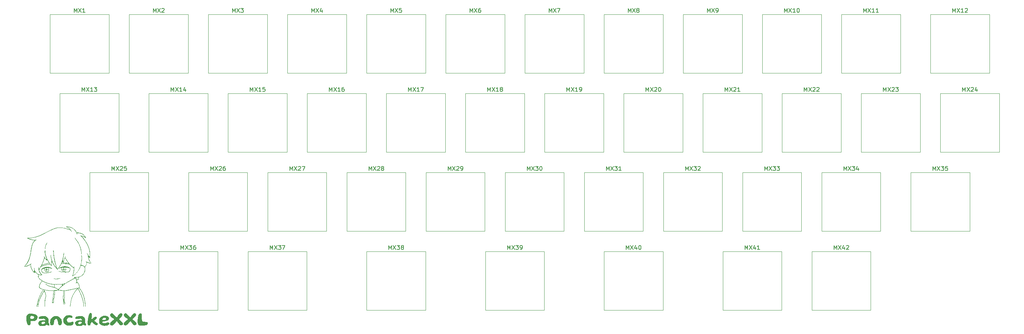
<source format=gbr>
%TF.GenerationSoftware,KiCad,Pcbnew,8.0.8*%
%TF.CreationDate,2025-06-07T17:32:43+02:00*%
%TF.ProjectId,PancakeXXL V2-rounded,50616e63-616b-4655-9858-4c2056322d72,rev?*%
%TF.SameCoordinates,Original*%
%TF.FileFunction,Legend,Top*%
%TF.FilePolarity,Positive*%
%FSLAX46Y46*%
G04 Gerber Fmt 4.6, Leading zero omitted, Abs format (unit mm)*
G04 Created by KiCad (PCBNEW 8.0.8) date 2025-06-07 17:32:43*
%MOMM*%
%LPD*%
G01*
G04 APERTURE LIST*
%ADD10C,0.150000*%
%ADD11C,0.120000*%
%ADD12C,0.000000*%
%ADD13C,1.750000*%
%ADD14C,4.000000*%
%ADD15C,2.500000*%
%ADD16C,3.048000*%
%ADD17C,3.987800*%
G04 APERTURE END LIST*
D10*
X99679345Y-45397944D02*
X99679345Y-44397944D01*
X99679345Y-44397944D02*
X100012678Y-45112229D01*
X100012678Y-45112229D02*
X100346011Y-44397944D01*
X100346011Y-44397944D02*
X100346011Y-45397944D01*
X100726964Y-44397944D02*
X101393630Y-45397944D01*
X101393630Y-44397944D02*
X100726964Y-45397944D01*
X102298392Y-45397944D02*
X101726964Y-45397944D01*
X102012678Y-45397944D02*
X102012678Y-44397944D01*
X102012678Y-44397944D02*
X101917440Y-44540801D01*
X101917440Y-44540801D02*
X101822202Y-44636039D01*
X101822202Y-44636039D02*
X101726964Y-44683658D01*
X103155535Y-44397944D02*
X102965059Y-44397944D01*
X102965059Y-44397944D02*
X102869821Y-44445563D01*
X102869821Y-44445563D02*
X102822202Y-44493182D01*
X102822202Y-44493182D02*
X102726964Y-44636039D01*
X102726964Y-44636039D02*
X102679345Y-44826515D01*
X102679345Y-44826515D02*
X102679345Y-45207467D01*
X102679345Y-45207467D02*
X102726964Y-45302705D01*
X102726964Y-45302705D02*
X102774583Y-45350325D01*
X102774583Y-45350325D02*
X102869821Y-45397944D01*
X102869821Y-45397944D02*
X103060297Y-45397944D01*
X103060297Y-45397944D02*
X103155535Y-45350325D01*
X103155535Y-45350325D02*
X103203154Y-45302705D01*
X103203154Y-45302705D02*
X103250773Y-45207467D01*
X103250773Y-45207467D02*
X103250773Y-44969372D01*
X103250773Y-44969372D02*
X103203154Y-44874134D01*
X103203154Y-44874134D02*
X103155535Y-44826515D01*
X103155535Y-44826515D02*
X103060297Y-44778896D01*
X103060297Y-44778896D02*
X102869821Y-44778896D01*
X102869821Y-44778896D02*
X102774583Y-44826515D01*
X102774583Y-44826515D02*
X102726964Y-44874134D01*
X102726964Y-44874134D02*
X102679345Y-44969372D01*
X185404345Y-64447944D02*
X185404345Y-63447944D01*
X185404345Y-63447944D02*
X185737678Y-64162229D01*
X185737678Y-64162229D02*
X186071011Y-63447944D01*
X186071011Y-63447944D02*
X186071011Y-64447944D01*
X186451964Y-63447944D02*
X187118630Y-64447944D01*
X187118630Y-63447944D02*
X186451964Y-64447944D01*
X187404345Y-63447944D02*
X188023392Y-63447944D01*
X188023392Y-63447944D02*
X187690059Y-63828896D01*
X187690059Y-63828896D02*
X187832916Y-63828896D01*
X187832916Y-63828896D02*
X187928154Y-63876515D01*
X187928154Y-63876515D02*
X187975773Y-63924134D01*
X187975773Y-63924134D02*
X188023392Y-64019372D01*
X188023392Y-64019372D02*
X188023392Y-64257467D01*
X188023392Y-64257467D02*
X187975773Y-64352705D01*
X187975773Y-64352705D02*
X187928154Y-64400325D01*
X187928154Y-64400325D02*
X187832916Y-64447944D01*
X187832916Y-64447944D02*
X187547202Y-64447944D01*
X187547202Y-64447944D02*
X187451964Y-64400325D01*
X187451964Y-64400325D02*
X187404345Y-64352705D01*
X188404345Y-63543182D02*
X188451964Y-63495563D01*
X188451964Y-63495563D02*
X188547202Y-63447944D01*
X188547202Y-63447944D02*
X188785297Y-63447944D01*
X188785297Y-63447944D02*
X188880535Y-63495563D01*
X188880535Y-63495563D02*
X188928154Y-63543182D01*
X188928154Y-63543182D02*
X188975773Y-63638420D01*
X188975773Y-63638420D02*
X188975773Y-63733658D01*
X188975773Y-63733658D02*
X188928154Y-63876515D01*
X188928154Y-63876515D02*
X188356726Y-64447944D01*
X188356726Y-64447944D02*
X188975773Y-64447944D01*
X249698095Y-26347944D02*
X249698095Y-25347944D01*
X249698095Y-25347944D02*
X250031428Y-26062229D01*
X250031428Y-26062229D02*
X250364761Y-25347944D01*
X250364761Y-25347944D02*
X250364761Y-26347944D01*
X250745714Y-25347944D02*
X251412380Y-26347944D01*
X251412380Y-25347944D02*
X250745714Y-26347944D01*
X252317142Y-26347944D02*
X251745714Y-26347944D01*
X252031428Y-26347944D02*
X252031428Y-25347944D01*
X252031428Y-25347944D02*
X251936190Y-25490801D01*
X251936190Y-25490801D02*
X251840952Y-25586039D01*
X251840952Y-25586039D02*
X251745714Y-25633658D01*
X252698095Y-25443182D02*
X252745714Y-25395563D01*
X252745714Y-25395563D02*
X252840952Y-25347944D01*
X252840952Y-25347944D02*
X253079047Y-25347944D01*
X253079047Y-25347944D02*
X253174285Y-25395563D01*
X253174285Y-25395563D02*
X253221904Y-25443182D01*
X253221904Y-25443182D02*
X253269523Y-25538420D01*
X253269523Y-25538420D02*
X253269523Y-25633658D01*
X253269523Y-25633658D02*
X253221904Y-25776515D01*
X253221904Y-25776515D02*
X252650476Y-26347944D01*
X252650476Y-26347944D02*
X253269523Y-26347944D01*
X133493036Y-26347944D02*
X133493036Y-25347944D01*
X133493036Y-25347944D02*
X133826369Y-26062229D01*
X133826369Y-26062229D02*
X134159702Y-25347944D01*
X134159702Y-25347944D02*
X134159702Y-26347944D01*
X134540655Y-25347944D02*
X135207321Y-26347944D01*
X135207321Y-25347944D02*
X134540655Y-26347944D01*
X136016845Y-25347944D02*
X135826369Y-25347944D01*
X135826369Y-25347944D02*
X135731131Y-25395563D01*
X135731131Y-25395563D02*
X135683512Y-25443182D01*
X135683512Y-25443182D02*
X135588274Y-25586039D01*
X135588274Y-25586039D02*
X135540655Y-25776515D01*
X135540655Y-25776515D02*
X135540655Y-26157467D01*
X135540655Y-26157467D02*
X135588274Y-26252705D01*
X135588274Y-26252705D02*
X135635893Y-26300325D01*
X135635893Y-26300325D02*
X135731131Y-26347944D01*
X135731131Y-26347944D02*
X135921607Y-26347944D01*
X135921607Y-26347944D02*
X136016845Y-26300325D01*
X136016845Y-26300325D02*
X136064464Y-26252705D01*
X136064464Y-26252705D02*
X136112083Y-26157467D01*
X136112083Y-26157467D02*
X136112083Y-25919372D01*
X136112083Y-25919372D02*
X136064464Y-25824134D01*
X136064464Y-25824134D02*
X136016845Y-25776515D01*
X136016845Y-25776515D02*
X135921607Y-25728896D01*
X135921607Y-25728896D02*
X135731131Y-25728896D01*
X135731131Y-25728896D02*
X135635893Y-25776515D01*
X135635893Y-25776515D02*
X135588274Y-25824134D01*
X135588274Y-25824134D02*
X135540655Y-25919372D01*
X90154345Y-64447944D02*
X90154345Y-63447944D01*
X90154345Y-63447944D02*
X90487678Y-64162229D01*
X90487678Y-64162229D02*
X90821011Y-63447944D01*
X90821011Y-63447944D02*
X90821011Y-64447944D01*
X91201964Y-63447944D02*
X91868630Y-64447944D01*
X91868630Y-63447944D02*
X91201964Y-64447944D01*
X92201964Y-63543182D02*
X92249583Y-63495563D01*
X92249583Y-63495563D02*
X92344821Y-63447944D01*
X92344821Y-63447944D02*
X92582916Y-63447944D01*
X92582916Y-63447944D02*
X92678154Y-63495563D01*
X92678154Y-63495563D02*
X92725773Y-63543182D01*
X92725773Y-63543182D02*
X92773392Y-63638420D01*
X92773392Y-63638420D02*
X92773392Y-63733658D01*
X92773392Y-63733658D02*
X92725773Y-63876515D01*
X92725773Y-63876515D02*
X92154345Y-64447944D01*
X92154345Y-64447944D02*
X92773392Y-64447944D01*
X93106726Y-63447944D02*
X93773392Y-63447944D01*
X93773392Y-63447944D02*
X93344821Y-64447944D01*
X244935595Y-64447944D02*
X244935595Y-63447944D01*
X244935595Y-63447944D02*
X245268928Y-64162229D01*
X245268928Y-64162229D02*
X245602261Y-63447944D01*
X245602261Y-63447944D02*
X245602261Y-64447944D01*
X245983214Y-63447944D02*
X246649880Y-64447944D01*
X246649880Y-63447944D02*
X245983214Y-64447944D01*
X246935595Y-63447944D02*
X247554642Y-63447944D01*
X247554642Y-63447944D02*
X247221309Y-63828896D01*
X247221309Y-63828896D02*
X247364166Y-63828896D01*
X247364166Y-63828896D02*
X247459404Y-63876515D01*
X247459404Y-63876515D02*
X247507023Y-63924134D01*
X247507023Y-63924134D02*
X247554642Y-64019372D01*
X247554642Y-64019372D02*
X247554642Y-64257467D01*
X247554642Y-64257467D02*
X247507023Y-64352705D01*
X247507023Y-64352705D02*
X247459404Y-64400325D01*
X247459404Y-64400325D02*
X247364166Y-64447944D01*
X247364166Y-64447944D02*
X247078452Y-64447944D01*
X247078452Y-64447944D02*
X246983214Y-64400325D01*
X246983214Y-64400325D02*
X246935595Y-64352705D01*
X248459404Y-63447944D02*
X247983214Y-63447944D01*
X247983214Y-63447944D02*
X247935595Y-63924134D01*
X247935595Y-63924134D02*
X247983214Y-63876515D01*
X247983214Y-63876515D02*
X248078452Y-63828896D01*
X248078452Y-63828896D02*
X248316547Y-63828896D01*
X248316547Y-63828896D02*
X248411785Y-63876515D01*
X248411785Y-63876515D02*
X248459404Y-63924134D01*
X248459404Y-63924134D02*
X248507023Y-64019372D01*
X248507023Y-64019372D02*
X248507023Y-64257467D01*
X248507023Y-64257467D02*
X248459404Y-64352705D01*
X248459404Y-64352705D02*
X248411785Y-64400325D01*
X248411785Y-64400325D02*
X248316547Y-64447944D01*
X248316547Y-64447944D02*
X248078452Y-64447944D01*
X248078452Y-64447944D02*
X247983214Y-64400325D01*
X247983214Y-64400325D02*
X247935595Y-64352705D01*
X113966845Y-83497944D02*
X113966845Y-82497944D01*
X113966845Y-82497944D02*
X114300178Y-83212229D01*
X114300178Y-83212229D02*
X114633511Y-82497944D01*
X114633511Y-82497944D02*
X114633511Y-83497944D01*
X115014464Y-82497944D02*
X115681130Y-83497944D01*
X115681130Y-82497944D02*
X115014464Y-83497944D01*
X115966845Y-82497944D02*
X116585892Y-82497944D01*
X116585892Y-82497944D02*
X116252559Y-82878896D01*
X116252559Y-82878896D02*
X116395416Y-82878896D01*
X116395416Y-82878896D02*
X116490654Y-82926515D01*
X116490654Y-82926515D02*
X116538273Y-82974134D01*
X116538273Y-82974134D02*
X116585892Y-83069372D01*
X116585892Y-83069372D02*
X116585892Y-83307467D01*
X116585892Y-83307467D02*
X116538273Y-83402705D01*
X116538273Y-83402705D02*
X116490654Y-83450325D01*
X116490654Y-83450325D02*
X116395416Y-83497944D01*
X116395416Y-83497944D02*
X116109702Y-83497944D01*
X116109702Y-83497944D02*
X116014464Y-83450325D01*
X116014464Y-83450325D02*
X115966845Y-83402705D01*
X117157321Y-82926515D02*
X117062083Y-82878896D01*
X117062083Y-82878896D02*
X117014464Y-82831277D01*
X117014464Y-82831277D02*
X116966845Y-82736039D01*
X116966845Y-82736039D02*
X116966845Y-82688420D01*
X116966845Y-82688420D02*
X117014464Y-82593182D01*
X117014464Y-82593182D02*
X117062083Y-82545563D01*
X117062083Y-82545563D02*
X117157321Y-82497944D01*
X117157321Y-82497944D02*
X117347797Y-82497944D01*
X117347797Y-82497944D02*
X117443035Y-82545563D01*
X117443035Y-82545563D02*
X117490654Y-82593182D01*
X117490654Y-82593182D02*
X117538273Y-82688420D01*
X117538273Y-82688420D02*
X117538273Y-82736039D01*
X117538273Y-82736039D02*
X117490654Y-82831277D01*
X117490654Y-82831277D02*
X117443035Y-82878896D01*
X117443035Y-82878896D02*
X117347797Y-82926515D01*
X117347797Y-82926515D02*
X117157321Y-82926515D01*
X117157321Y-82926515D02*
X117062083Y-82974134D01*
X117062083Y-82974134D02*
X117014464Y-83021753D01*
X117014464Y-83021753D02*
X116966845Y-83116991D01*
X116966845Y-83116991D02*
X116966845Y-83307467D01*
X116966845Y-83307467D02*
X117014464Y-83402705D01*
X117014464Y-83402705D02*
X117062083Y-83450325D01*
X117062083Y-83450325D02*
X117157321Y-83497944D01*
X117157321Y-83497944D02*
X117347797Y-83497944D01*
X117347797Y-83497944D02*
X117443035Y-83450325D01*
X117443035Y-83450325D02*
X117490654Y-83402705D01*
X117490654Y-83402705D02*
X117538273Y-83307467D01*
X117538273Y-83307467D02*
X117538273Y-83116991D01*
X117538273Y-83116991D02*
X117490654Y-83021753D01*
X117490654Y-83021753D02*
X117443035Y-82974134D01*
X117443035Y-82974134D02*
X117347797Y-82926515D01*
X109204345Y-64447944D02*
X109204345Y-63447944D01*
X109204345Y-63447944D02*
X109537678Y-64162229D01*
X109537678Y-64162229D02*
X109871011Y-63447944D01*
X109871011Y-63447944D02*
X109871011Y-64447944D01*
X110251964Y-63447944D02*
X110918630Y-64447944D01*
X110918630Y-63447944D02*
X110251964Y-64447944D01*
X111251964Y-63543182D02*
X111299583Y-63495563D01*
X111299583Y-63495563D02*
X111394821Y-63447944D01*
X111394821Y-63447944D02*
X111632916Y-63447944D01*
X111632916Y-63447944D02*
X111728154Y-63495563D01*
X111728154Y-63495563D02*
X111775773Y-63543182D01*
X111775773Y-63543182D02*
X111823392Y-63638420D01*
X111823392Y-63638420D02*
X111823392Y-63733658D01*
X111823392Y-63733658D02*
X111775773Y-63876515D01*
X111775773Y-63876515D02*
X111204345Y-64447944D01*
X111204345Y-64447944D02*
X111823392Y-64447944D01*
X112394821Y-63876515D02*
X112299583Y-63828896D01*
X112299583Y-63828896D02*
X112251964Y-63781277D01*
X112251964Y-63781277D02*
X112204345Y-63686039D01*
X112204345Y-63686039D02*
X112204345Y-63638420D01*
X112204345Y-63638420D02*
X112251964Y-63543182D01*
X112251964Y-63543182D02*
X112299583Y-63495563D01*
X112299583Y-63495563D02*
X112394821Y-63447944D01*
X112394821Y-63447944D02*
X112585297Y-63447944D01*
X112585297Y-63447944D02*
X112680535Y-63495563D01*
X112680535Y-63495563D02*
X112728154Y-63543182D01*
X112728154Y-63543182D02*
X112775773Y-63638420D01*
X112775773Y-63638420D02*
X112775773Y-63686039D01*
X112775773Y-63686039D02*
X112728154Y-63781277D01*
X112728154Y-63781277D02*
X112680535Y-63828896D01*
X112680535Y-63828896D02*
X112585297Y-63876515D01*
X112585297Y-63876515D02*
X112394821Y-63876515D01*
X112394821Y-63876515D02*
X112299583Y-63924134D01*
X112299583Y-63924134D02*
X112251964Y-63971753D01*
X112251964Y-63971753D02*
X112204345Y-64066991D01*
X112204345Y-64066991D02*
X112204345Y-64257467D01*
X112204345Y-64257467D02*
X112251964Y-64352705D01*
X112251964Y-64352705D02*
X112299583Y-64400325D01*
X112299583Y-64400325D02*
X112394821Y-64447944D01*
X112394821Y-64447944D02*
X112585297Y-64447944D01*
X112585297Y-64447944D02*
X112680535Y-64400325D01*
X112680535Y-64400325D02*
X112728154Y-64352705D01*
X112728154Y-64352705D02*
X112775773Y-64257467D01*
X112775773Y-64257467D02*
X112775773Y-64066991D01*
X112775773Y-64066991D02*
X112728154Y-63971753D01*
X112728154Y-63971753D02*
X112680535Y-63924134D01*
X112680535Y-63924134D02*
X112585297Y-63876515D01*
X171116845Y-83497944D02*
X171116845Y-82497944D01*
X171116845Y-82497944D02*
X171450178Y-83212229D01*
X171450178Y-83212229D02*
X171783511Y-82497944D01*
X171783511Y-82497944D02*
X171783511Y-83497944D01*
X172164464Y-82497944D02*
X172831130Y-83497944D01*
X172831130Y-82497944D02*
X172164464Y-83497944D01*
X173640654Y-82831277D02*
X173640654Y-83497944D01*
X173402559Y-82450325D02*
X173164464Y-83164610D01*
X173164464Y-83164610D02*
X173783511Y-83164610D01*
X174354940Y-82497944D02*
X174450178Y-82497944D01*
X174450178Y-82497944D02*
X174545416Y-82545563D01*
X174545416Y-82545563D02*
X174593035Y-82593182D01*
X174593035Y-82593182D02*
X174640654Y-82688420D01*
X174640654Y-82688420D02*
X174688273Y-82878896D01*
X174688273Y-82878896D02*
X174688273Y-83116991D01*
X174688273Y-83116991D02*
X174640654Y-83307467D01*
X174640654Y-83307467D02*
X174593035Y-83402705D01*
X174593035Y-83402705D02*
X174545416Y-83450325D01*
X174545416Y-83450325D02*
X174450178Y-83497944D01*
X174450178Y-83497944D02*
X174354940Y-83497944D01*
X174354940Y-83497944D02*
X174259702Y-83450325D01*
X174259702Y-83450325D02*
X174212083Y-83402705D01*
X174212083Y-83402705D02*
X174164464Y-83307467D01*
X174164464Y-83307467D02*
X174116845Y-83116991D01*
X174116845Y-83116991D02*
X174116845Y-82878896D01*
X174116845Y-82878896D02*
X174164464Y-82688420D01*
X174164464Y-82688420D02*
X174212083Y-82593182D01*
X174212083Y-82593182D02*
X174259702Y-82545563D01*
X174259702Y-82545563D02*
X174354940Y-82497944D01*
X38243036Y-26347944D02*
X38243036Y-25347944D01*
X38243036Y-25347944D02*
X38576369Y-26062229D01*
X38576369Y-26062229D02*
X38909702Y-25347944D01*
X38909702Y-25347944D02*
X38909702Y-26347944D01*
X39290655Y-25347944D02*
X39957321Y-26347944D01*
X39957321Y-25347944D02*
X39290655Y-26347944D01*
X40862083Y-26347944D02*
X40290655Y-26347944D01*
X40576369Y-26347944D02*
X40576369Y-25347944D01*
X40576369Y-25347944D02*
X40481131Y-25490801D01*
X40481131Y-25490801D02*
X40385893Y-25586039D01*
X40385893Y-25586039D02*
X40290655Y-25633658D01*
X166354345Y-64447944D02*
X166354345Y-63447944D01*
X166354345Y-63447944D02*
X166687678Y-64162229D01*
X166687678Y-64162229D02*
X167021011Y-63447944D01*
X167021011Y-63447944D02*
X167021011Y-64447944D01*
X167401964Y-63447944D02*
X168068630Y-64447944D01*
X168068630Y-63447944D02*
X167401964Y-64447944D01*
X168354345Y-63447944D02*
X168973392Y-63447944D01*
X168973392Y-63447944D02*
X168640059Y-63828896D01*
X168640059Y-63828896D02*
X168782916Y-63828896D01*
X168782916Y-63828896D02*
X168878154Y-63876515D01*
X168878154Y-63876515D02*
X168925773Y-63924134D01*
X168925773Y-63924134D02*
X168973392Y-64019372D01*
X168973392Y-64019372D02*
X168973392Y-64257467D01*
X168973392Y-64257467D02*
X168925773Y-64352705D01*
X168925773Y-64352705D02*
X168878154Y-64400325D01*
X168878154Y-64400325D02*
X168782916Y-64447944D01*
X168782916Y-64447944D02*
X168497202Y-64447944D01*
X168497202Y-64447944D02*
X168401964Y-64400325D01*
X168401964Y-64400325D02*
X168354345Y-64352705D01*
X169925773Y-64447944D02*
X169354345Y-64447944D01*
X169640059Y-64447944D02*
X169640059Y-63447944D01*
X169640059Y-63447944D02*
X169544821Y-63590801D01*
X169544821Y-63590801D02*
X169449583Y-63686039D01*
X169449583Y-63686039D02*
X169354345Y-63733658D01*
X63960595Y-83497944D02*
X63960595Y-82497944D01*
X63960595Y-82497944D02*
X64293928Y-83212229D01*
X64293928Y-83212229D02*
X64627261Y-82497944D01*
X64627261Y-82497944D02*
X64627261Y-83497944D01*
X65008214Y-82497944D02*
X65674880Y-83497944D01*
X65674880Y-82497944D02*
X65008214Y-83497944D01*
X65960595Y-82497944D02*
X66579642Y-82497944D01*
X66579642Y-82497944D02*
X66246309Y-82878896D01*
X66246309Y-82878896D02*
X66389166Y-82878896D01*
X66389166Y-82878896D02*
X66484404Y-82926515D01*
X66484404Y-82926515D02*
X66532023Y-82974134D01*
X66532023Y-82974134D02*
X66579642Y-83069372D01*
X66579642Y-83069372D02*
X66579642Y-83307467D01*
X66579642Y-83307467D02*
X66532023Y-83402705D01*
X66532023Y-83402705D02*
X66484404Y-83450325D01*
X66484404Y-83450325D02*
X66389166Y-83497944D01*
X66389166Y-83497944D02*
X66103452Y-83497944D01*
X66103452Y-83497944D02*
X66008214Y-83450325D01*
X66008214Y-83450325D02*
X65960595Y-83402705D01*
X67436785Y-82497944D02*
X67246309Y-82497944D01*
X67246309Y-82497944D02*
X67151071Y-82545563D01*
X67151071Y-82545563D02*
X67103452Y-82593182D01*
X67103452Y-82593182D02*
X67008214Y-82736039D01*
X67008214Y-82736039D02*
X66960595Y-82926515D01*
X66960595Y-82926515D02*
X66960595Y-83307467D01*
X66960595Y-83307467D02*
X67008214Y-83402705D01*
X67008214Y-83402705D02*
X67055833Y-83450325D01*
X67055833Y-83450325D02*
X67151071Y-83497944D01*
X67151071Y-83497944D02*
X67341547Y-83497944D01*
X67341547Y-83497944D02*
X67436785Y-83450325D01*
X67436785Y-83450325D02*
X67484404Y-83402705D01*
X67484404Y-83402705D02*
X67532023Y-83307467D01*
X67532023Y-83307467D02*
X67532023Y-83069372D01*
X67532023Y-83069372D02*
X67484404Y-82974134D01*
X67484404Y-82974134D02*
X67436785Y-82926515D01*
X67436785Y-82926515D02*
X67341547Y-82878896D01*
X67341547Y-82878896D02*
X67151071Y-82878896D01*
X67151071Y-82878896D02*
X67055833Y-82926515D01*
X67055833Y-82926515D02*
X67008214Y-82974134D01*
X67008214Y-82974134D02*
X66960595Y-83069372D01*
X221123095Y-83497944D02*
X221123095Y-82497944D01*
X221123095Y-82497944D02*
X221456428Y-83212229D01*
X221456428Y-83212229D02*
X221789761Y-82497944D01*
X221789761Y-82497944D02*
X221789761Y-83497944D01*
X222170714Y-82497944D02*
X222837380Y-83497944D01*
X222837380Y-82497944D02*
X222170714Y-83497944D01*
X223646904Y-82831277D02*
X223646904Y-83497944D01*
X223408809Y-82450325D02*
X223170714Y-83164610D01*
X223170714Y-83164610D02*
X223789761Y-83164610D01*
X224123095Y-82593182D02*
X224170714Y-82545563D01*
X224170714Y-82545563D02*
X224265952Y-82497944D01*
X224265952Y-82497944D02*
X224504047Y-82497944D01*
X224504047Y-82497944D02*
X224599285Y-82545563D01*
X224599285Y-82545563D02*
X224646904Y-82593182D01*
X224646904Y-82593182D02*
X224694523Y-82688420D01*
X224694523Y-82688420D02*
X224694523Y-82783658D01*
X224694523Y-82783658D02*
X224646904Y-82926515D01*
X224646904Y-82926515D02*
X224075476Y-83497944D01*
X224075476Y-83497944D02*
X224694523Y-83497944D01*
X71104345Y-64447944D02*
X71104345Y-63447944D01*
X71104345Y-63447944D02*
X71437678Y-64162229D01*
X71437678Y-64162229D02*
X71771011Y-63447944D01*
X71771011Y-63447944D02*
X71771011Y-64447944D01*
X72151964Y-63447944D02*
X72818630Y-64447944D01*
X72818630Y-63447944D02*
X72151964Y-64447944D01*
X73151964Y-63543182D02*
X73199583Y-63495563D01*
X73199583Y-63495563D02*
X73294821Y-63447944D01*
X73294821Y-63447944D02*
X73532916Y-63447944D01*
X73532916Y-63447944D02*
X73628154Y-63495563D01*
X73628154Y-63495563D02*
X73675773Y-63543182D01*
X73675773Y-63543182D02*
X73723392Y-63638420D01*
X73723392Y-63638420D02*
X73723392Y-63733658D01*
X73723392Y-63733658D02*
X73675773Y-63876515D01*
X73675773Y-63876515D02*
X73104345Y-64447944D01*
X73104345Y-64447944D02*
X73723392Y-64447944D01*
X74580535Y-63447944D02*
X74390059Y-63447944D01*
X74390059Y-63447944D02*
X74294821Y-63495563D01*
X74294821Y-63495563D02*
X74247202Y-63543182D01*
X74247202Y-63543182D02*
X74151964Y-63686039D01*
X74151964Y-63686039D02*
X74104345Y-63876515D01*
X74104345Y-63876515D02*
X74104345Y-64257467D01*
X74104345Y-64257467D02*
X74151964Y-64352705D01*
X74151964Y-64352705D02*
X74199583Y-64400325D01*
X74199583Y-64400325D02*
X74294821Y-64447944D01*
X74294821Y-64447944D02*
X74485297Y-64447944D01*
X74485297Y-64447944D02*
X74580535Y-64400325D01*
X74580535Y-64400325D02*
X74628154Y-64352705D01*
X74628154Y-64352705D02*
X74675773Y-64257467D01*
X74675773Y-64257467D02*
X74675773Y-64019372D01*
X74675773Y-64019372D02*
X74628154Y-63924134D01*
X74628154Y-63924134D02*
X74580535Y-63876515D01*
X74580535Y-63876515D02*
X74485297Y-63828896D01*
X74485297Y-63828896D02*
X74294821Y-63828896D01*
X74294821Y-63828896D02*
X74199583Y-63876515D01*
X74199583Y-63876515D02*
X74151964Y-63924134D01*
X74151964Y-63924134D02*
X74104345Y-64019372D01*
X223504345Y-64447944D02*
X223504345Y-63447944D01*
X223504345Y-63447944D02*
X223837678Y-64162229D01*
X223837678Y-64162229D02*
X224171011Y-63447944D01*
X224171011Y-63447944D02*
X224171011Y-64447944D01*
X224551964Y-63447944D02*
X225218630Y-64447944D01*
X225218630Y-63447944D02*
X224551964Y-64447944D01*
X225504345Y-63447944D02*
X226123392Y-63447944D01*
X226123392Y-63447944D02*
X225790059Y-63828896D01*
X225790059Y-63828896D02*
X225932916Y-63828896D01*
X225932916Y-63828896D02*
X226028154Y-63876515D01*
X226028154Y-63876515D02*
X226075773Y-63924134D01*
X226075773Y-63924134D02*
X226123392Y-64019372D01*
X226123392Y-64019372D02*
X226123392Y-64257467D01*
X226123392Y-64257467D02*
X226075773Y-64352705D01*
X226075773Y-64352705D02*
X226028154Y-64400325D01*
X226028154Y-64400325D02*
X225932916Y-64447944D01*
X225932916Y-64447944D02*
X225647202Y-64447944D01*
X225647202Y-64447944D02*
X225551964Y-64400325D01*
X225551964Y-64400325D02*
X225504345Y-64352705D01*
X226980535Y-63781277D02*
X226980535Y-64447944D01*
X226742440Y-63400325D02*
X226504345Y-64114610D01*
X226504345Y-64114610D02*
X227123392Y-64114610D01*
X85391845Y-83497944D02*
X85391845Y-82497944D01*
X85391845Y-82497944D02*
X85725178Y-83212229D01*
X85725178Y-83212229D02*
X86058511Y-82497944D01*
X86058511Y-82497944D02*
X86058511Y-83497944D01*
X86439464Y-82497944D02*
X87106130Y-83497944D01*
X87106130Y-82497944D02*
X86439464Y-83497944D01*
X87391845Y-82497944D02*
X88010892Y-82497944D01*
X88010892Y-82497944D02*
X87677559Y-82878896D01*
X87677559Y-82878896D02*
X87820416Y-82878896D01*
X87820416Y-82878896D02*
X87915654Y-82926515D01*
X87915654Y-82926515D02*
X87963273Y-82974134D01*
X87963273Y-82974134D02*
X88010892Y-83069372D01*
X88010892Y-83069372D02*
X88010892Y-83307467D01*
X88010892Y-83307467D02*
X87963273Y-83402705D01*
X87963273Y-83402705D02*
X87915654Y-83450325D01*
X87915654Y-83450325D02*
X87820416Y-83497944D01*
X87820416Y-83497944D02*
X87534702Y-83497944D01*
X87534702Y-83497944D02*
X87439464Y-83450325D01*
X87439464Y-83450325D02*
X87391845Y-83402705D01*
X88344226Y-82497944D02*
X89010892Y-82497944D01*
X89010892Y-82497944D02*
X88582321Y-83497944D01*
X209216845Y-26347944D02*
X209216845Y-25347944D01*
X209216845Y-25347944D02*
X209550178Y-26062229D01*
X209550178Y-26062229D02*
X209883511Y-25347944D01*
X209883511Y-25347944D02*
X209883511Y-26347944D01*
X210264464Y-25347944D02*
X210931130Y-26347944D01*
X210931130Y-25347944D02*
X210264464Y-26347944D01*
X211835892Y-26347944D02*
X211264464Y-26347944D01*
X211550178Y-26347944D02*
X211550178Y-25347944D01*
X211550178Y-25347944D02*
X211454940Y-25490801D01*
X211454940Y-25490801D02*
X211359702Y-25586039D01*
X211359702Y-25586039D02*
X211264464Y-25633658D01*
X212454940Y-25347944D02*
X212550178Y-25347944D01*
X212550178Y-25347944D02*
X212645416Y-25395563D01*
X212645416Y-25395563D02*
X212693035Y-25443182D01*
X212693035Y-25443182D02*
X212740654Y-25538420D01*
X212740654Y-25538420D02*
X212788273Y-25728896D01*
X212788273Y-25728896D02*
X212788273Y-25966991D01*
X212788273Y-25966991D02*
X212740654Y-26157467D01*
X212740654Y-26157467D02*
X212693035Y-26252705D01*
X212693035Y-26252705D02*
X212645416Y-26300325D01*
X212645416Y-26300325D02*
X212550178Y-26347944D01*
X212550178Y-26347944D02*
X212454940Y-26347944D01*
X212454940Y-26347944D02*
X212359702Y-26300325D01*
X212359702Y-26300325D02*
X212312083Y-26252705D01*
X212312083Y-26252705D02*
X212264464Y-26157467D01*
X212264464Y-26157467D02*
X212216845Y-25966991D01*
X212216845Y-25966991D02*
X212216845Y-25728896D01*
X212216845Y-25728896D02*
X212264464Y-25538420D01*
X212264464Y-25538420D02*
X212312083Y-25443182D01*
X212312083Y-25443182D02*
X212359702Y-25395563D01*
X212359702Y-25395563D02*
X212454940Y-25347944D01*
X175879345Y-45397944D02*
X175879345Y-44397944D01*
X175879345Y-44397944D02*
X176212678Y-45112229D01*
X176212678Y-45112229D02*
X176546011Y-44397944D01*
X176546011Y-44397944D02*
X176546011Y-45397944D01*
X176926964Y-44397944D02*
X177593630Y-45397944D01*
X177593630Y-44397944D02*
X176926964Y-45397944D01*
X177926964Y-44493182D02*
X177974583Y-44445563D01*
X177974583Y-44445563D02*
X178069821Y-44397944D01*
X178069821Y-44397944D02*
X178307916Y-44397944D01*
X178307916Y-44397944D02*
X178403154Y-44445563D01*
X178403154Y-44445563D02*
X178450773Y-44493182D01*
X178450773Y-44493182D02*
X178498392Y-44588420D01*
X178498392Y-44588420D02*
X178498392Y-44683658D01*
X178498392Y-44683658D02*
X178450773Y-44826515D01*
X178450773Y-44826515D02*
X177879345Y-45397944D01*
X177879345Y-45397944D02*
X178498392Y-45397944D01*
X179117440Y-44397944D02*
X179212678Y-44397944D01*
X179212678Y-44397944D02*
X179307916Y-44445563D01*
X179307916Y-44445563D02*
X179355535Y-44493182D01*
X179355535Y-44493182D02*
X179403154Y-44588420D01*
X179403154Y-44588420D02*
X179450773Y-44778896D01*
X179450773Y-44778896D02*
X179450773Y-45016991D01*
X179450773Y-45016991D02*
X179403154Y-45207467D01*
X179403154Y-45207467D02*
X179355535Y-45302705D01*
X179355535Y-45302705D02*
X179307916Y-45350325D01*
X179307916Y-45350325D02*
X179212678Y-45397944D01*
X179212678Y-45397944D02*
X179117440Y-45397944D01*
X179117440Y-45397944D02*
X179022202Y-45350325D01*
X179022202Y-45350325D02*
X178974583Y-45302705D01*
X178974583Y-45302705D02*
X178926964Y-45207467D01*
X178926964Y-45207467D02*
X178879345Y-45016991D01*
X178879345Y-45016991D02*
X178879345Y-44778896D01*
X178879345Y-44778896D02*
X178926964Y-44588420D01*
X178926964Y-44588420D02*
X178974583Y-44493182D01*
X178974583Y-44493182D02*
X179022202Y-44445563D01*
X179022202Y-44445563D02*
X179117440Y-44397944D01*
X147304345Y-64447944D02*
X147304345Y-63447944D01*
X147304345Y-63447944D02*
X147637678Y-64162229D01*
X147637678Y-64162229D02*
X147971011Y-63447944D01*
X147971011Y-63447944D02*
X147971011Y-64447944D01*
X148351964Y-63447944D02*
X149018630Y-64447944D01*
X149018630Y-63447944D02*
X148351964Y-64447944D01*
X149304345Y-63447944D02*
X149923392Y-63447944D01*
X149923392Y-63447944D02*
X149590059Y-63828896D01*
X149590059Y-63828896D02*
X149732916Y-63828896D01*
X149732916Y-63828896D02*
X149828154Y-63876515D01*
X149828154Y-63876515D02*
X149875773Y-63924134D01*
X149875773Y-63924134D02*
X149923392Y-64019372D01*
X149923392Y-64019372D02*
X149923392Y-64257467D01*
X149923392Y-64257467D02*
X149875773Y-64352705D01*
X149875773Y-64352705D02*
X149828154Y-64400325D01*
X149828154Y-64400325D02*
X149732916Y-64447944D01*
X149732916Y-64447944D02*
X149447202Y-64447944D01*
X149447202Y-64447944D02*
X149351964Y-64400325D01*
X149351964Y-64400325D02*
X149304345Y-64352705D01*
X150542440Y-63447944D02*
X150637678Y-63447944D01*
X150637678Y-63447944D02*
X150732916Y-63495563D01*
X150732916Y-63495563D02*
X150780535Y-63543182D01*
X150780535Y-63543182D02*
X150828154Y-63638420D01*
X150828154Y-63638420D02*
X150875773Y-63828896D01*
X150875773Y-63828896D02*
X150875773Y-64066991D01*
X150875773Y-64066991D02*
X150828154Y-64257467D01*
X150828154Y-64257467D02*
X150780535Y-64352705D01*
X150780535Y-64352705D02*
X150732916Y-64400325D01*
X150732916Y-64400325D02*
X150637678Y-64447944D01*
X150637678Y-64447944D02*
X150542440Y-64447944D01*
X150542440Y-64447944D02*
X150447202Y-64400325D01*
X150447202Y-64400325D02*
X150399583Y-64352705D01*
X150399583Y-64352705D02*
X150351964Y-64257467D01*
X150351964Y-64257467D02*
X150304345Y-64066991D01*
X150304345Y-64066991D02*
X150304345Y-63828896D01*
X150304345Y-63828896D02*
X150351964Y-63638420D01*
X150351964Y-63638420D02*
X150399583Y-63543182D01*
X150399583Y-63543182D02*
X150447202Y-63495563D01*
X150447202Y-63495563D02*
X150542440Y-63447944D01*
X233029345Y-45397944D02*
X233029345Y-44397944D01*
X233029345Y-44397944D02*
X233362678Y-45112229D01*
X233362678Y-45112229D02*
X233696011Y-44397944D01*
X233696011Y-44397944D02*
X233696011Y-45397944D01*
X234076964Y-44397944D02*
X234743630Y-45397944D01*
X234743630Y-44397944D02*
X234076964Y-45397944D01*
X235076964Y-44493182D02*
X235124583Y-44445563D01*
X235124583Y-44445563D02*
X235219821Y-44397944D01*
X235219821Y-44397944D02*
X235457916Y-44397944D01*
X235457916Y-44397944D02*
X235553154Y-44445563D01*
X235553154Y-44445563D02*
X235600773Y-44493182D01*
X235600773Y-44493182D02*
X235648392Y-44588420D01*
X235648392Y-44588420D02*
X235648392Y-44683658D01*
X235648392Y-44683658D02*
X235600773Y-44826515D01*
X235600773Y-44826515D02*
X235029345Y-45397944D01*
X235029345Y-45397944D02*
X235648392Y-45397944D01*
X235981726Y-44397944D02*
X236600773Y-44397944D01*
X236600773Y-44397944D02*
X236267440Y-44778896D01*
X236267440Y-44778896D02*
X236410297Y-44778896D01*
X236410297Y-44778896D02*
X236505535Y-44826515D01*
X236505535Y-44826515D02*
X236553154Y-44874134D01*
X236553154Y-44874134D02*
X236600773Y-44969372D01*
X236600773Y-44969372D02*
X236600773Y-45207467D01*
X236600773Y-45207467D02*
X236553154Y-45302705D01*
X236553154Y-45302705D02*
X236505535Y-45350325D01*
X236505535Y-45350325D02*
X236410297Y-45397944D01*
X236410297Y-45397944D02*
X236124583Y-45397944D01*
X236124583Y-45397944D02*
X236029345Y-45350325D01*
X236029345Y-45350325D02*
X235981726Y-45302705D01*
X40148095Y-45397944D02*
X40148095Y-44397944D01*
X40148095Y-44397944D02*
X40481428Y-45112229D01*
X40481428Y-45112229D02*
X40814761Y-44397944D01*
X40814761Y-44397944D02*
X40814761Y-45397944D01*
X41195714Y-44397944D02*
X41862380Y-45397944D01*
X41862380Y-44397944D02*
X41195714Y-45397944D01*
X42767142Y-45397944D02*
X42195714Y-45397944D01*
X42481428Y-45397944D02*
X42481428Y-44397944D01*
X42481428Y-44397944D02*
X42386190Y-44540801D01*
X42386190Y-44540801D02*
X42290952Y-44636039D01*
X42290952Y-44636039D02*
X42195714Y-44683658D01*
X43100476Y-44397944D02*
X43719523Y-44397944D01*
X43719523Y-44397944D02*
X43386190Y-44778896D01*
X43386190Y-44778896D02*
X43529047Y-44778896D01*
X43529047Y-44778896D02*
X43624285Y-44826515D01*
X43624285Y-44826515D02*
X43671904Y-44874134D01*
X43671904Y-44874134D02*
X43719523Y-44969372D01*
X43719523Y-44969372D02*
X43719523Y-45207467D01*
X43719523Y-45207467D02*
X43671904Y-45302705D01*
X43671904Y-45302705D02*
X43624285Y-45350325D01*
X43624285Y-45350325D02*
X43529047Y-45397944D01*
X43529047Y-45397944D02*
X43243333Y-45397944D01*
X43243333Y-45397944D02*
X43148095Y-45350325D01*
X43148095Y-45350325D02*
X43100476Y-45302705D01*
X57293036Y-26347944D02*
X57293036Y-25347944D01*
X57293036Y-25347944D02*
X57626369Y-26062229D01*
X57626369Y-26062229D02*
X57959702Y-25347944D01*
X57959702Y-25347944D02*
X57959702Y-26347944D01*
X58340655Y-25347944D02*
X59007321Y-26347944D01*
X59007321Y-25347944D02*
X58340655Y-26347944D01*
X59340655Y-25443182D02*
X59388274Y-25395563D01*
X59388274Y-25395563D02*
X59483512Y-25347944D01*
X59483512Y-25347944D02*
X59721607Y-25347944D01*
X59721607Y-25347944D02*
X59816845Y-25395563D01*
X59816845Y-25395563D02*
X59864464Y-25443182D01*
X59864464Y-25443182D02*
X59912083Y-25538420D01*
X59912083Y-25538420D02*
X59912083Y-25633658D01*
X59912083Y-25633658D02*
X59864464Y-25776515D01*
X59864464Y-25776515D02*
X59293036Y-26347944D01*
X59293036Y-26347944D02*
X59912083Y-26347944D01*
X137779345Y-45397944D02*
X137779345Y-44397944D01*
X137779345Y-44397944D02*
X138112678Y-45112229D01*
X138112678Y-45112229D02*
X138446011Y-44397944D01*
X138446011Y-44397944D02*
X138446011Y-45397944D01*
X138826964Y-44397944D02*
X139493630Y-45397944D01*
X139493630Y-44397944D02*
X138826964Y-45397944D01*
X140398392Y-45397944D02*
X139826964Y-45397944D01*
X140112678Y-45397944D02*
X140112678Y-44397944D01*
X140112678Y-44397944D02*
X140017440Y-44540801D01*
X140017440Y-44540801D02*
X139922202Y-44636039D01*
X139922202Y-44636039D02*
X139826964Y-44683658D01*
X140969821Y-44826515D02*
X140874583Y-44778896D01*
X140874583Y-44778896D02*
X140826964Y-44731277D01*
X140826964Y-44731277D02*
X140779345Y-44636039D01*
X140779345Y-44636039D02*
X140779345Y-44588420D01*
X140779345Y-44588420D02*
X140826964Y-44493182D01*
X140826964Y-44493182D02*
X140874583Y-44445563D01*
X140874583Y-44445563D02*
X140969821Y-44397944D01*
X140969821Y-44397944D02*
X141160297Y-44397944D01*
X141160297Y-44397944D02*
X141255535Y-44445563D01*
X141255535Y-44445563D02*
X141303154Y-44493182D01*
X141303154Y-44493182D02*
X141350773Y-44588420D01*
X141350773Y-44588420D02*
X141350773Y-44636039D01*
X141350773Y-44636039D02*
X141303154Y-44731277D01*
X141303154Y-44731277D02*
X141255535Y-44778896D01*
X141255535Y-44778896D02*
X141160297Y-44826515D01*
X141160297Y-44826515D02*
X140969821Y-44826515D01*
X140969821Y-44826515D02*
X140874583Y-44874134D01*
X140874583Y-44874134D02*
X140826964Y-44921753D01*
X140826964Y-44921753D02*
X140779345Y-45016991D01*
X140779345Y-45016991D02*
X140779345Y-45207467D01*
X140779345Y-45207467D02*
X140826964Y-45302705D01*
X140826964Y-45302705D02*
X140874583Y-45350325D01*
X140874583Y-45350325D02*
X140969821Y-45397944D01*
X140969821Y-45397944D02*
X141160297Y-45397944D01*
X141160297Y-45397944D02*
X141255535Y-45350325D01*
X141255535Y-45350325D02*
X141303154Y-45302705D01*
X141303154Y-45302705D02*
X141350773Y-45207467D01*
X141350773Y-45207467D02*
X141350773Y-45016991D01*
X141350773Y-45016991D02*
X141303154Y-44921753D01*
X141303154Y-44921753D02*
X141255535Y-44874134D01*
X141255535Y-44874134D02*
X141160297Y-44826515D01*
X252079345Y-45397944D02*
X252079345Y-44397944D01*
X252079345Y-44397944D02*
X252412678Y-45112229D01*
X252412678Y-45112229D02*
X252746011Y-44397944D01*
X252746011Y-44397944D02*
X252746011Y-45397944D01*
X253126964Y-44397944D02*
X253793630Y-45397944D01*
X253793630Y-44397944D02*
X253126964Y-45397944D01*
X254126964Y-44493182D02*
X254174583Y-44445563D01*
X254174583Y-44445563D02*
X254269821Y-44397944D01*
X254269821Y-44397944D02*
X254507916Y-44397944D01*
X254507916Y-44397944D02*
X254603154Y-44445563D01*
X254603154Y-44445563D02*
X254650773Y-44493182D01*
X254650773Y-44493182D02*
X254698392Y-44588420D01*
X254698392Y-44588420D02*
X254698392Y-44683658D01*
X254698392Y-44683658D02*
X254650773Y-44826515D01*
X254650773Y-44826515D02*
X254079345Y-45397944D01*
X254079345Y-45397944D02*
X254698392Y-45397944D01*
X255555535Y-44731277D02*
X255555535Y-45397944D01*
X255317440Y-44350325D02*
X255079345Y-45064610D01*
X255079345Y-45064610D02*
X255698392Y-45064610D01*
X152543036Y-26347944D02*
X152543036Y-25347944D01*
X152543036Y-25347944D02*
X152876369Y-26062229D01*
X152876369Y-26062229D02*
X153209702Y-25347944D01*
X153209702Y-25347944D02*
X153209702Y-26347944D01*
X153590655Y-25347944D02*
X154257321Y-26347944D01*
X154257321Y-25347944D02*
X153590655Y-26347944D01*
X154543036Y-25347944D02*
X155209702Y-25347944D01*
X155209702Y-25347944D02*
X154781131Y-26347944D01*
X114443036Y-26347944D02*
X114443036Y-25347944D01*
X114443036Y-25347944D02*
X114776369Y-26062229D01*
X114776369Y-26062229D02*
X115109702Y-25347944D01*
X115109702Y-25347944D02*
X115109702Y-26347944D01*
X115490655Y-25347944D02*
X116157321Y-26347944D01*
X116157321Y-25347944D02*
X115490655Y-26347944D01*
X117014464Y-25347944D02*
X116538274Y-25347944D01*
X116538274Y-25347944D02*
X116490655Y-25824134D01*
X116490655Y-25824134D02*
X116538274Y-25776515D01*
X116538274Y-25776515D02*
X116633512Y-25728896D01*
X116633512Y-25728896D02*
X116871607Y-25728896D01*
X116871607Y-25728896D02*
X116966845Y-25776515D01*
X116966845Y-25776515D02*
X117014464Y-25824134D01*
X117014464Y-25824134D02*
X117062083Y-25919372D01*
X117062083Y-25919372D02*
X117062083Y-26157467D01*
X117062083Y-26157467D02*
X117014464Y-26252705D01*
X117014464Y-26252705D02*
X116966845Y-26300325D01*
X116966845Y-26300325D02*
X116871607Y-26347944D01*
X116871607Y-26347944D02*
X116633512Y-26347944D01*
X116633512Y-26347944D02*
X116538274Y-26300325D01*
X116538274Y-26300325D02*
X116490655Y-26252705D01*
X204454345Y-64447944D02*
X204454345Y-63447944D01*
X204454345Y-63447944D02*
X204787678Y-64162229D01*
X204787678Y-64162229D02*
X205121011Y-63447944D01*
X205121011Y-63447944D02*
X205121011Y-64447944D01*
X205501964Y-63447944D02*
X206168630Y-64447944D01*
X206168630Y-63447944D02*
X205501964Y-64447944D01*
X206454345Y-63447944D02*
X207073392Y-63447944D01*
X207073392Y-63447944D02*
X206740059Y-63828896D01*
X206740059Y-63828896D02*
X206882916Y-63828896D01*
X206882916Y-63828896D02*
X206978154Y-63876515D01*
X206978154Y-63876515D02*
X207025773Y-63924134D01*
X207025773Y-63924134D02*
X207073392Y-64019372D01*
X207073392Y-64019372D02*
X207073392Y-64257467D01*
X207073392Y-64257467D02*
X207025773Y-64352705D01*
X207025773Y-64352705D02*
X206978154Y-64400325D01*
X206978154Y-64400325D02*
X206882916Y-64447944D01*
X206882916Y-64447944D02*
X206597202Y-64447944D01*
X206597202Y-64447944D02*
X206501964Y-64400325D01*
X206501964Y-64400325D02*
X206454345Y-64352705D01*
X207406726Y-63447944D02*
X208025773Y-63447944D01*
X208025773Y-63447944D02*
X207692440Y-63828896D01*
X207692440Y-63828896D02*
X207835297Y-63828896D01*
X207835297Y-63828896D02*
X207930535Y-63876515D01*
X207930535Y-63876515D02*
X207978154Y-63924134D01*
X207978154Y-63924134D02*
X208025773Y-64019372D01*
X208025773Y-64019372D02*
X208025773Y-64257467D01*
X208025773Y-64257467D02*
X207978154Y-64352705D01*
X207978154Y-64352705D02*
X207930535Y-64400325D01*
X207930535Y-64400325D02*
X207835297Y-64447944D01*
X207835297Y-64447944D02*
X207549583Y-64447944D01*
X207549583Y-64447944D02*
X207454345Y-64400325D01*
X207454345Y-64400325D02*
X207406726Y-64352705D01*
X95393036Y-26347944D02*
X95393036Y-25347944D01*
X95393036Y-25347944D02*
X95726369Y-26062229D01*
X95726369Y-26062229D02*
X96059702Y-25347944D01*
X96059702Y-25347944D02*
X96059702Y-26347944D01*
X96440655Y-25347944D02*
X97107321Y-26347944D01*
X97107321Y-25347944D02*
X96440655Y-26347944D01*
X97916845Y-25681277D02*
X97916845Y-26347944D01*
X97678750Y-25300325D02*
X97440655Y-26014610D01*
X97440655Y-26014610D02*
X98059702Y-26014610D01*
X228266845Y-26347944D02*
X228266845Y-25347944D01*
X228266845Y-25347944D02*
X228600178Y-26062229D01*
X228600178Y-26062229D02*
X228933511Y-25347944D01*
X228933511Y-25347944D02*
X228933511Y-26347944D01*
X229314464Y-25347944D02*
X229981130Y-26347944D01*
X229981130Y-25347944D02*
X229314464Y-26347944D01*
X230885892Y-26347944D02*
X230314464Y-26347944D01*
X230600178Y-26347944D02*
X230600178Y-25347944D01*
X230600178Y-25347944D02*
X230504940Y-25490801D01*
X230504940Y-25490801D02*
X230409702Y-25586039D01*
X230409702Y-25586039D02*
X230314464Y-25633658D01*
X231838273Y-26347944D02*
X231266845Y-26347944D01*
X231552559Y-26347944D02*
X231552559Y-25347944D01*
X231552559Y-25347944D02*
X231457321Y-25490801D01*
X231457321Y-25490801D02*
X231362083Y-25586039D01*
X231362083Y-25586039D02*
X231266845Y-25633658D01*
X190643036Y-26347944D02*
X190643036Y-25347944D01*
X190643036Y-25347944D02*
X190976369Y-26062229D01*
X190976369Y-26062229D02*
X191309702Y-25347944D01*
X191309702Y-25347944D02*
X191309702Y-26347944D01*
X191690655Y-25347944D02*
X192357321Y-26347944D01*
X192357321Y-25347944D02*
X191690655Y-26347944D01*
X192785893Y-26347944D02*
X192976369Y-26347944D01*
X192976369Y-26347944D02*
X193071607Y-26300325D01*
X193071607Y-26300325D02*
X193119226Y-26252705D01*
X193119226Y-26252705D02*
X193214464Y-26109848D01*
X193214464Y-26109848D02*
X193262083Y-25919372D01*
X193262083Y-25919372D02*
X193262083Y-25538420D01*
X193262083Y-25538420D02*
X193214464Y-25443182D01*
X193214464Y-25443182D02*
X193166845Y-25395563D01*
X193166845Y-25395563D02*
X193071607Y-25347944D01*
X193071607Y-25347944D02*
X192881131Y-25347944D01*
X192881131Y-25347944D02*
X192785893Y-25395563D01*
X192785893Y-25395563D02*
X192738274Y-25443182D01*
X192738274Y-25443182D02*
X192690655Y-25538420D01*
X192690655Y-25538420D02*
X192690655Y-25776515D01*
X192690655Y-25776515D02*
X192738274Y-25871753D01*
X192738274Y-25871753D02*
X192785893Y-25919372D01*
X192785893Y-25919372D02*
X192881131Y-25966991D01*
X192881131Y-25966991D02*
X193071607Y-25966991D01*
X193071607Y-25966991D02*
X193166845Y-25919372D01*
X193166845Y-25919372D02*
X193214464Y-25871753D01*
X193214464Y-25871753D02*
X193262083Y-25776515D01*
X156829345Y-45397944D02*
X156829345Y-44397944D01*
X156829345Y-44397944D02*
X157162678Y-45112229D01*
X157162678Y-45112229D02*
X157496011Y-44397944D01*
X157496011Y-44397944D02*
X157496011Y-45397944D01*
X157876964Y-44397944D02*
X158543630Y-45397944D01*
X158543630Y-44397944D02*
X157876964Y-45397944D01*
X159448392Y-45397944D02*
X158876964Y-45397944D01*
X159162678Y-45397944D02*
X159162678Y-44397944D01*
X159162678Y-44397944D02*
X159067440Y-44540801D01*
X159067440Y-44540801D02*
X158972202Y-44636039D01*
X158972202Y-44636039D02*
X158876964Y-44683658D01*
X159924583Y-45397944D02*
X160115059Y-45397944D01*
X160115059Y-45397944D02*
X160210297Y-45350325D01*
X160210297Y-45350325D02*
X160257916Y-45302705D01*
X160257916Y-45302705D02*
X160353154Y-45159848D01*
X160353154Y-45159848D02*
X160400773Y-44969372D01*
X160400773Y-44969372D02*
X160400773Y-44588420D01*
X160400773Y-44588420D02*
X160353154Y-44493182D01*
X160353154Y-44493182D02*
X160305535Y-44445563D01*
X160305535Y-44445563D02*
X160210297Y-44397944D01*
X160210297Y-44397944D02*
X160019821Y-44397944D01*
X160019821Y-44397944D02*
X159924583Y-44445563D01*
X159924583Y-44445563D02*
X159876964Y-44493182D01*
X159876964Y-44493182D02*
X159829345Y-44588420D01*
X159829345Y-44588420D02*
X159829345Y-44826515D01*
X159829345Y-44826515D02*
X159876964Y-44921753D01*
X159876964Y-44921753D02*
X159924583Y-44969372D01*
X159924583Y-44969372D02*
X160019821Y-45016991D01*
X160019821Y-45016991D02*
X160210297Y-45016991D01*
X160210297Y-45016991D02*
X160305535Y-44969372D01*
X160305535Y-44969372D02*
X160353154Y-44921753D01*
X160353154Y-44921753D02*
X160400773Y-44826515D01*
X61579345Y-45397944D02*
X61579345Y-44397944D01*
X61579345Y-44397944D02*
X61912678Y-45112229D01*
X61912678Y-45112229D02*
X62246011Y-44397944D01*
X62246011Y-44397944D02*
X62246011Y-45397944D01*
X62626964Y-44397944D02*
X63293630Y-45397944D01*
X63293630Y-44397944D02*
X62626964Y-45397944D01*
X64198392Y-45397944D02*
X63626964Y-45397944D01*
X63912678Y-45397944D02*
X63912678Y-44397944D01*
X63912678Y-44397944D02*
X63817440Y-44540801D01*
X63817440Y-44540801D02*
X63722202Y-44636039D01*
X63722202Y-44636039D02*
X63626964Y-44683658D01*
X65055535Y-44731277D02*
X65055535Y-45397944D01*
X64817440Y-44350325D02*
X64579345Y-45064610D01*
X64579345Y-45064610D02*
X65198392Y-45064610D01*
X142541845Y-83497944D02*
X142541845Y-82497944D01*
X142541845Y-82497944D02*
X142875178Y-83212229D01*
X142875178Y-83212229D02*
X143208511Y-82497944D01*
X143208511Y-82497944D02*
X143208511Y-83497944D01*
X143589464Y-82497944D02*
X144256130Y-83497944D01*
X144256130Y-82497944D02*
X143589464Y-83497944D01*
X144541845Y-82497944D02*
X145160892Y-82497944D01*
X145160892Y-82497944D02*
X144827559Y-82878896D01*
X144827559Y-82878896D02*
X144970416Y-82878896D01*
X144970416Y-82878896D02*
X145065654Y-82926515D01*
X145065654Y-82926515D02*
X145113273Y-82974134D01*
X145113273Y-82974134D02*
X145160892Y-83069372D01*
X145160892Y-83069372D02*
X145160892Y-83307467D01*
X145160892Y-83307467D02*
X145113273Y-83402705D01*
X145113273Y-83402705D02*
X145065654Y-83450325D01*
X145065654Y-83450325D02*
X144970416Y-83497944D01*
X144970416Y-83497944D02*
X144684702Y-83497944D01*
X144684702Y-83497944D02*
X144589464Y-83450325D01*
X144589464Y-83450325D02*
X144541845Y-83402705D01*
X145637083Y-83497944D02*
X145827559Y-83497944D01*
X145827559Y-83497944D02*
X145922797Y-83450325D01*
X145922797Y-83450325D02*
X145970416Y-83402705D01*
X145970416Y-83402705D02*
X146065654Y-83259848D01*
X146065654Y-83259848D02*
X146113273Y-83069372D01*
X146113273Y-83069372D02*
X146113273Y-82688420D01*
X146113273Y-82688420D02*
X146065654Y-82593182D01*
X146065654Y-82593182D02*
X146018035Y-82545563D01*
X146018035Y-82545563D02*
X145922797Y-82497944D01*
X145922797Y-82497944D02*
X145732321Y-82497944D01*
X145732321Y-82497944D02*
X145637083Y-82545563D01*
X145637083Y-82545563D02*
X145589464Y-82593182D01*
X145589464Y-82593182D02*
X145541845Y-82688420D01*
X145541845Y-82688420D02*
X145541845Y-82926515D01*
X145541845Y-82926515D02*
X145589464Y-83021753D01*
X145589464Y-83021753D02*
X145637083Y-83069372D01*
X145637083Y-83069372D02*
X145732321Y-83116991D01*
X145732321Y-83116991D02*
X145922797Y-83116991D01*
X145922797Y-83116991D02*
X146018035Y-83069372D01*
X146018035Y-83069372D02*
X146065654Y-83021753D01*
X146065654Y-83021753D02*
X146113273Y-82926515D01*
X118729345Y-45397944D02*
X118729345Y-44397944D01*
X118729345Y-44397944D02*
X119062678Y-45112229D01*
X119062678Y-45112229D02*
X119396011Y-44397944D01*
X119396011Y-44397944D02*
X119396011Y-45397944D01*
X119776964Y-44397944D02*
X120443630Y-45397944D01*
X120443630Y-44397944D02*
X119776964Y-45397944D01*
X121348392Y-45397944D02*
X120776964Y-45397944D01*
X121062678Y-45397944D02*
X121062678Y-44397944D01*
X121062678Y-44397944D02*
X120967440Y-44540801D01*
X120967440Y-44540801D02*
X120872202Y-44636039D01*
X120872202Y-44636039D02*
X120776964Y-44683658D01*
X121681726Y-44397944D02*
X122348392Y-44397944D01*
X122348392Y-44397944D02*
X121919821Y-45397944D01*
X213979345Y-45397944D02*
X213979345Y-44397944D01*
X213979345Y-44397944D02*
X214312678Y-45112229D01*
X214312678Y-45112229D02*
X214646011Y-44397944D01*
X214646011Y-44397944D02*
X214646011Y-45397944D01*
X215026964Y-44397944D02*
X215693630Y-45397944D01*
X215693630Y-44397944D02*
X215026964Y-45397944D01*
X216026964Y-44493182D02*
X216074583Y-44445563D01*
X216074583Y-44445563D02*
X216169821Y-44397944D01*
X216169821Y-44397944D02*
X216407916Y-44397944D01*
X216407916Y-44397944D02*
X216503154Y-44445563D01*
X216503154Y-44445563D02*
X216550773Y-44493182D01*
X216550773Y-44493182D02*
X216598392Y-44588420D01*
X216598392Y-44588420D02*
X216598392Y-44683658D01*
X216598392Y-44683658D02*
X216550773Y-44826515D01*
X216550773Y-44826515D02*
X215979345Y-45397944D01*
X215979345Y-45397944D02*
X216598392Y-45397944D01*
X216979345Y-44493182D02*
X217026964Y-44445563D01*
X217026964Y-44445563D02*
X217122202Y-44397944D01*
X217122202Y-44397944D02*
X217360297Y-44397944D01*
X217360297Y-44397944D02*
X217455535Y-44445563D01*
X217455535Y-44445563D02*
X217503154Y-44493182D01*
X217503154Y-44493182D02*
X217550773Y-44588420D01*
X217550773Y-44588420D02*
X217550773Y-44683658D01*
X217550773Y-44683658D02*
X217503154Y-44826515D01*
X217503154Y-44826515D02*
X216931726Y-45397944D01*
X216931726Y-45397944D02*
X217550773Y-45397944D01*
X199691845Y-83497944D02*
X199691845Y-82497944D01*
X199691845Y-82497944D02*
X200025178Y-83212229D01*
X200025178Y-83212229D02*
X200358511Y-82497944D01*
X200358511Y-82497944D02*
X200358511Y-83497944D01*
X200739464Y-82497944D02*
X201406130Y-83497944D01*
X201406130Y-82497944D02*
X200739464Y-83497944D01*
X202215654Y-82831277D02*
X202215654Y-83497944D01*
X201977559Y-82450325D02*
X201739464Y-83164610D01*
X201739464Y-83164610D02*
X202358511Y-83164610D01*
X203263273Y-83497944D02*
X202691845Y-83497944D01*
X202977559Y-83497944D02*
X202977559Y-82497944D01*
X202977559Y-82497944D02*
X202882321Y-82640801D01*
X202882321Y-82640801D02*
X202787083Y-82736039D01*
X202787083Y-82736039D02*
X202691845Y-82783658D01*
X194929345Y-45397944D02*
X194929345Y-44397944D01*
X194929345Y-44397944D02*
X195262678Y-45112229D01*
X195262678Y-45112229D02*
X195596011Y-44397944D01*
X195596011Y-44397944D02*
X195596011Y-45397944D01*
X195976964Y-44397944D02*
X196643630Y-45397944D01*
X196643630Y-44397944D02*
X195976964Y-45397944D01*
X196976964Y-44493182D02*
X197024583Y-44445563D01*
X197024583Y-44445563D02*
X197119821Y-44397944D01*
X197119821Y-44397944D02*
X197357916Y-44397944D01*
X197357916Y-44397944D02*
X197453154Y-44445563D01*
X197453154Y-44445563D02*
X197500773Y-44493182D01*
X197500773Y-44493182D02*
X197548392Y-44588420D01*
X197548392Y-44588420D02*
X197548392Y-44683658D01*
X197548392Y-44683658D02*
X197500773Y-44826515D01*
X197500773Y-44826515D02*
X196929345Y-45397944D01*
X196929345Y-45397944D02*
X197548392Y-45397944D01*
X198500773Y-45397944D02*
X197929345Y-45397944D01*
X198215059Y-45397944D02*
X198215059Y-44397944D01*
X198215059Y-44397944D02*
X198119821Y-44540801D01*
X198119821Y-44540801D02*
X198024583Y-44636039D01*
X198024583Y-44636039D02*
X197929345Y-44683658D01*
X171593036Y-26347944D02*
X171593036Y-25347944D01*
X171593036Y-25347944D02*
X171926369Y-26062229D01*
X171926369Y-26062229D02*
X172259702Y-25347944D01*
X172259702Y-25347944D02*
X172259702Y-26347944D01*
X172640655Y-25347944D02*
X173307321Y-26347944D01*
X173307321Y-25347944D02*
X172640655Y-26347944D01*
X173831131Y-25776515D02*
X173735893Y-25728896D01*
X173735893Y-25728896D02*
X173688274Y-25681277D01*
X173688274Y-25681277D02*
X173640655Y-25586039D01*
X173640655Y-25586039D02*
X173640655Y-25538420D01*
X173640655Y-25538420D02*
X173688274Y-25443182D01*
X173688274Y-25443182D02*
X173735893Y-25395563D01*
X173735893Y-25395563D02*
X173831131Y-25347944D01*
X173831131Y-25347944D02*
X174021607Y-25347944D01*
X174021607Y-25347944D02*
X174116845Y-25395563D01*
X174116845Y-25395563D02*
X174164464Y-25443182D01*
X174164464Y-25443182D02*
X174212083Y-25538420D01*
X174212083Y-25538420D02*
X174212083Y-25586039D01*
X174212083Y-25586039D02*
X174164464Y-25681277D01*
X174164464Y-25681277D02*
X174116845Y-25728896D01*
X174116845Y-25728896D02*
X174021607Y-25776515D01*
X174021607Y-25776515D02*
X173831131Y-25776515D01*
X173831131Y-25776515D02*
X173735893Y-25824134D01*
X173735893Y-25824134D02*
X173688274Y-25871753D01*
X173688274Y-25871753D02*
X173640655Y-25966991D01*
X173640655Y-25966991D02*
X173640655Y-26157467D01*
X173640655Y-26157467D02*
X173688274Y-26252705D01*
X173688274Y-26252705D02*
X173735893Y-26300325D01*
X173735893Y-26300325D02*
X173831131Y-26347944D01*
X173831131Y-26347944D02*
X174021607Y-26347944D01*
X174021607Y-26347944D02*
X174116845Y-26300325D01*
X174116845Y-26300325D02*
X174164464Y-26252705D01*
X174164464Y-26252705D02*
X174212083Y-26157467D01*
X174212083Y-26157467D02*
X174212083Y-25966991D01*
X174212083Y-25966991D02*
X174164464Y-25871753D01*
X174164464Y-25871753D02*
X174116845Y-25824134D01*
X174116845Y-25824134D02*
X174021607Y-25776515D01*
X128254345Y-64447944D02*
X128254345Y-63447944D01*
X128254345Y-63447944D02*
X128587678Y-64162229D01*
X128587678Y-64162229D02*
X128921011Y-63447944D01*
X128921011Y-63447944D02*
X128921011Y-64447944D01*
X129301964Y-63447944D02*
X129968630Y-64447944D01*
X129968630Y-63447944D02*
X129301964Y-64447944D01*
X130301964Y-63543182D02*
X130349583Y-63495563D01*
X130349583Y-63495563D02*
X130444821Y-63447944D01*
X130444821Y-63447944D02*
X130682916Y-63447944D01*
X130682916Y-63447944D02*
X130778154Y-63495563D01*
X130778154Y-63495563D02*
X130825773Y-63543182D01*
X130825773Y-63543182D02*
X130873392Y-63638420D01*
X130873392Y-63638420D02*
X130873392Y-63733658D01*
X130873392Y-63733658D02*
X130825773Y-63876515D01*
X130825773Y-63876515D02*
X130254345Y-64447944D01*
X130254345Y-64447944D02*
X130873392Y-64447944D01*
X131349583Y-64447944D02*
X131540059Y-64447944D01*
X131540059Y-64447944D02*
X131635297Y-64400325D01*
X131635297Y-64400325D02*
X131682916Y-64352705D01*
X131682916Y-64352705D02*
X131778154Y-64209848D01*
X131778154Y-64209848D02*
X131825773Y-64019372D01*
X131825773Y-64019372D02*
X131825773Y-63638420D01*
X131825773Y-63638420D02*
X131778154Y-63543182D01*
X131778154Y-63543182D02*
X131730535Y-63495563D01*
X131730535Y-63495563D02*
X131635297Y-63447944D01*
X131635297Y-63447944D02*
X131444821Y-63447944D01*
X131444821Y-63447944D02*
X131349583Y-63495563D01*
X131349583Y-63495563D02*
X131301964Y-63543182D01*
X131301964Y-63543182D02*
X131254345Y-63638420D01*
X131254345Y-63638420D02*
X131254345Y-63876515D01*
X131254345Y-63876515D02*
X131301964Y-63971753D01*
X131301964Y-63971753D02*
X131349583Y-64019372D01*
X131349583Y-64019372D02*
X131444821Y-64066991D01*
X131444821Y-64066991D02*
X131635297Y-64066991D01*
X131635297Y-64066991D02*
X131730535Y-64019372D01*
X131730535Y-64019372D02*
X131778154Y-63971753D01*
X131778154Y-63971753D02*
X131825773Y-63876515D01*
X76343036Y-26347944D02*
X76343036Y-25347944D01*
X76343036Y-25347944D02*
X76676369Y-26062229D01*
X76676369Y-26062229D02*
X77009702Y-25347944D01*
X77009702Y-25347944D02*
X77009702Y-26347944D01*
X77390655Y-25347944D02*
X78057321Y-26347944D01*
X78057321Y-25347944D02*
X77390655Y-26347944D01*
X78343036Y-25347944D02*
X78962083Y-25347944D01*
X78962083Y-25347944D02*
X78628750Y-25728896D01*
X78628750Y-25728896D02*
X78771607Y-25728896D01*
X78771607Y-25728896D02*
X78866845Y-25776515D01*
X78866845Y-25776515D02*
X78914464Y-25824134D01*
X78914464Y-25824134D02*
X78962083Y-25919372D01*
X78962083Y-25919372D02*
X78962083Y-26157467D01*
X78962083Y-26157467D02*
X78914464Y-26252705D01*
X78914464Y-26252705D02*
X78866845Y-26300325D01*
X78866845Y-26300325D02*
X78771607Y-26347944D01*
X78771607Y-26347944D02*
X78485893Y-26347944D01*
X78485893Y-26347944D02*
X78390655Y-26300325D01*
X78390655Y-26300325D02*
X78343036Y-26252705D01*
X80629345Y-45397944D02*
X80629345Y-44397944D01*
X80629345Y-44397944D02*
X80962678Y-45112229D01*
X80962678Y-45112229D02*
X81296011Y-44397944D01*
X81296011Y-44397944D02*
X81296011Y-45397944D01*
X81676964Y-44397944D02*
X82343630Y-45397944D01*
X82343630Y-44397944D02*
X81676964Y-45397944D01*
X83248392Y-45397944D02*
X82676964Y-45397944D01*
X82962678Y-45397944D02*
X82962678Y-44397944D01*
X82962678Y-44397944D02*
X82867440Y-44540801D01*
X82867440Y-44540801D02*
X82772202Y-44636039D01*
X82772202Y-44636039D02*
X82676964Y-44683658D01*
X84153154Y-44397944D02*
X83676964Y-44397944D01*
X83676964Y-44397944D02*
X83629345Y-44874134D01*
X83629345Y-44874134D02*
X83676964Y-44826515D01*
X83676964Y-44826515D02*
X83772202Y-44778896D01*
X83772202Y-44778896D02*
X84010297Y-44778896D01*
X84010297Y-44778896D02*
X84105535Y-44826515D01*
X84105535Y-44826515D02*
X84153154Y-44874134D01*
X84153154Y-44874134D02*
X84200773Y-44969372D01*
X84200773Y-44969372D02*
X84200773Y-45207467D01*
X84200773Y-45207467D02*
X84153154Y-45302705D01*
X84153154Y-45302705D02*
X84105535Y-45350325D01*
X84105535Y-45350325D02*
X84010297Y-45397944D01*
X84010297Y-45397944D02*
X83772202Y-45397944D01*
X83772202Y-45397944D02*
X83676964Y-45350325D01*
X83676964Y-45350325D02*
X83629345Y-45302705D01*
X47291845Y-64447944D02*
X47291845Y-63447944D01*
X47291845Y-63447944D02*
X47625178Y-64162229D01*
X47625178Y-64162229D02*
X47958511Y-63447944D01*
X47958511Y-63447944D02*
X47958511Y-64447944D01*
X48339464Y-63447944D02*
X49006130Y-64447944D01*
X49006130Y-63447944D02*
X48339464Y-64447944D01*
X49339464Y-63543182D02*
X49387083Y-63495563D01*
X49387083Y-63495563D02*
X49482321Y-63447944D01*
X49482321Y-63447944D02*
X49720416Y-63447944D01*
X49720416Y-63447944D02*
X49815654Y-63495563D01*
X49815654Y-63495563D02*
X49863273Y-63543182D01*
X49863273Y-63543182D02*
X49910892Y-63638420D01*
X49910892Y-63638420D02*
X49910892Y-63733658D01*
X49910892Y-63733658D02*
X49863273Y-63876515D01*
X49863273Y-63876515D02*
X49291845Y-64447944D01*
X49291845Y-64447944D02*
X49910892Y-64447944D01*
X50815654Y-63447944D02*
X50339464Y-63447944D01*
X50339464Y-63447944D02*
X50291845Y-63924134D01*
X50291845Y-63924134D02*
X50339464Y-63876515D01*
X50339464Y-63876515D02*
X50434702Y-63828896D01*
X50434702Y-63828896D02*
X50672797Y-63828896D01*
X50672797Y-63828896D02*
X50768035Y-63876515D01*
X50768035Y-63876515D02*
X50815654Y-63924134D01*
X50815654Y-63924134D02*
X50863273Y-64019372D01*
X50863273Y-64019372D02*
X50863273Y-64257467D01*
X50863273Y-64257467D02*
X50815654Y-64352705D01*
X50815654Y-64352705D02*
X50768035Y-64400325D01*
X50768035Y-64400325D02*
X50672797Y-64447944D01*
X50672797Y-64447944D02*
X50434702Y-64447944D01*
X50434702Y-64447944D02*
X50339464Y-64400325D01*
X50339464Y-64400325D02*
X50291845Y-64352705D01*
D11*
%TO.C,MX16*%
X94341250Y-45843125D02*
X94341250Y-60043125D01*
X94341250Y-60043125D02*
X108541250Y-60043125D01*
X108541250Y-45843125D02*
X94341250Y-45843125D01*
X108541250Y-60043125D02*
X108541250Y-45843125D01*
%TO.C,MX32*%
X180066250Y-64893125D02*
X180066250Y-79093125D01*
X180066250Y-79093125D02*
X194266250Y-79093125D01*
X194266250Y-64893125D02*
X180066250Y-64893125D01*
X194266250Y-79093125D02*
X194266250Y-64893125D01*
%TO.C,MX12*%
X244360000Y-26793125D02*
X244360000Y-40993125D01*
X244360000Y-40993125D02*
X258560000Y-40993125D01*
X258560000Y-26793125D02*
X244360000Y-26793125D01*
X258560000Y-40993125D02*
X258560000Y-26793125D01*
%TO.C,MX6*%
X127678750Y-26793125D02*
X127678750Y-40993125D01*
X127678750Y-40993125D02*
X141878750Y-40993125D01*
X141878750Y-26793125D02*
X127678750Y-26793125D01*
X141878750Y-40993125D02*
X141878750Y-26793125D01*
%TO.C,MX27*%
X84816250Y-64893125D02*
X84816250Y-79093125D01*
X84816250Y-79093125D02*
X99016250Y-79093125D01*
X99016250Y-64893125D02*
X84816250Y-64893125D01*
X99016250Y-79093125D02*
X99016250Y-64893125D01*
%TO.C,MX35*%
X239597500Y-64893125D02*
X239597500Y-79093125D01*
X239597500Y-79093125D02*
X253797500Y-79093125D01*
X253797500Y-64893125D02*
X239597500Y-64893125D01*
X253797500Y-79093125D02*
X253797500Y-64893125D01*
%TO.C,MX38*%
X108628750Y-83943125D02*
X108628750Y-98143125D01*
X108628750Y-98143125D02*
X122828750Y-98143125D01*
X122828750Y-83943125D02*
X108628750Y-83943125D01*
X122828750Y-98143125D02*
X122828750Y-83943125D01*
%TO.C,MX28*%
X103866250Y-64893125D02*
X103866250Y-79093125D01*
X103866250Y-79093125D02*
X118066250Y-79093125D01*
X118066250Y-64893125D02*
X103866250Y-64893125D01*
X118066250Y-79093125D02*
X118066250Y-64893125D01*
%TO.C,MX40*%
X165778750Y-83943125D02*
X165778750Y-98143125D01*
X165778750Y-98143125D02*
X179978750Y-98143125D01*
X179978750Y-83943125D02*
X165778750Y-83943125D01*
X179978750Y-98143125D02*
X179978750Y-83943125D01*
%TO.C,MX1*%
X32428750Y-26793125D02*
X32428750Y-40993125D01*
X32428750Y-40993125D02*
X46628750Y-40993125D01*
X46628750Y-26793125D02*
X32428750Y-26793125D01*
X46628750Y-40993125D02*
X46628750Y-26793125D01*
%TO.C,MX31*%
X161016250Y-64893125D02*
X161016250Y-79093125D01*
X161016250Y-79093125D02*
X175216250Y-79093125D01*
X175216250Y-64893125D02*
X161016250Y-64893125D01*
X175216250Y-79093125D02*
X175216250Y-64893125D01*
%TO.C,MX36*%
X58622500Y-83943125D02*
X58622500Y-98143125D01*
X58622500Y-98143125D02*
X72822500Y-98143125D01*
X72822500Y-83943125D02*
X58622500Y-83943125D01*
X72822500Y-98143125D02*
X72822500Y-83943125D01*
%TO.C,MX42*%
X215785000Y-83943125D02*
X215785000Y-98143125D01*
X215785000Y-98143125D02*
X229985000Y-98143125D01*
X229985000Y-83943125D02*
X215785000Y-83943125D01*
X229985000Y-98143125D02*
X229985000Y-83943125D01*
%TO.C,MX26*%
X65766250Y-64893125D02*
X65766250Y-79093125D01*
X65766250Y-79093125D02*
X79966250Y-79093125D01*
X79966250Y-64893125D02*
X65766250Y-64893125D01*
X79966250Y-79093125D02*
X79966250Y-64893125D01*
%TO.C,MX34*%
X218166250Y-64893125D02*
X218166250Y-79093125D01*
X218166250Y-79093125D02*
X232366250Y-79093125D01*
X232366250Y-64893125D02*
X218166250Y-64893125D01*
X232366250Y-79093125D02*
X232366250Y-64893125D01*
%TO.C,MX37*%
X80053750Y-83943125D02*
X80053750Y-98143125D01*
X80053750Y-98143125D02*
X94253750Y-98143125D01*
X94253750Y-83943125D02*
X80053750Y-83943125D01*
X94253750Y-98143125D02*
X94253750Y-83943125D01*
%TO.C,MX10*%
X203878750Y-26793125D02*
X203878750Y-40993125D01*
X203878750Y-40993125D02*
X218078750Y-40993125D01*
X218078750Y-26793125D02*
X203878750Y-26793125D01*
X218078750Y-40993125D02*
X218078750Y-26793125D01*
%TO.C,MX20*%
X170541250Y-45843125D02*
X170541250Y-60043125D01*
X170541250Y-60043125D02*
X184741250Y-60043125D01*
X184741250Y-45843125D02*
X170541250Y-45843125D01*
X184741250Y-60043125D02*
X184741250Y-45843125D01*
D12*
%TO.C,G\u002A\u002A\u002A*%
G36*
X26966139Y-86584931D02*
G01*
X26961139Y-86589931D01*
X26956139Y-86584931D01*
X26961139Y-86579931D01*
X26966139Y-86584931D01*
G37*
G36*
X27376139Y-87354931D02*
G01*
X27371139Y-87359931D01*
X27366139Y-87354931D01*
X27371139Y-87349931D01*
X27376139Y-87354931D01*
G37*
G36*
X27426139Y-80854931D02*
G01*
X27421139Y-80859931D01*
X27416139Y-80854931D01*
X27421139Y-80849931D01*
X27426139Y-80854931D01*
G37*
G36*
X27776139Y-87604931D02*
G01*
X27771139Y-87609931D01*
X27766139Y-87604931D01*
X27771139Y-87599931D01*
X27776139Y-87604931D01*
G37*
G36*
X28416139Y-88864931D02*
G01*
X28411139Y-88869931D01*
X28406139Y-88864931D01*
X28411139Y-88859931D01*
X28416139Y-88864931D01*
G37*
G36*
X31496139Y-89274931D02*
G01*
X31491139Y-89279931D01*
X31486139Y-89274931D01*
X31491139Y-89269931D01*
X31496139Y-89274931D01*
G37*
G36*
X31716139Y-85934931D02*
G01*
X31711139Y-85939931D01*
X31706139Y-85934931D01*
X31711139Y-85929931D01*
X31716139Y-85934931D01*
G37*
G36*
X33586139Y-86594931D02*
G01*
X33581139Y-86599931D01*
X33576139Y-86594931D01*
X33581139Y-86589931D01*
X33586139Y-86594931D01*
G37*
G36*
X35406139Y-92304931D02*
G01*
X35401139Y-92309931D01*
X35396139Y-92304931D01*
X35401139Y-92299931D01*
X35406139Y-92304931D01*
G37*
G36*
X36506139Y-86044931D02*
G01*
X36501139Y-86049931D01*
X36496139Y-86044931D01*
X36501139Y-86039931D01*
X36506139Y-86044931D01*
G37*
G36*
X39116139Y-92764931D02*
G01*
X39111139Y-92769931D01*
X39106139Y-92764931D01*
X39111139Y-92759931D01*
X39116139Y-92764931D01*
G37*
G36*
X40416139Y-87484931D02*
G01*
X40411139Y-87489931D01*
X40406139Y-87484931D01*
X40411139Y-87479931D01*
X40416139Y-87484931D01*
G37*
G36*
X40876139Y-96764931D02*
G01*
X40871139Y-96769931D01*
X40866139Y-96764931D01*
X40871139Y-96759931D01*
X40876139Y-96764931D01*
G37*
G36*
X34904436Y-90348226D02*
G01*
X34921335Y-90367295D01*
X34926139Y-90383449D01*
X34918274Y-90404915D01*
X34897999Y-90430986D01*
X34870295Y-90456389D01*
X34840141Y-90475851D01*
X34837816Y-90476972D01*
X34810960Y-90491118D01*
X34790967Y-90504333D01*
X34788342Y-90506634D01*
X34772147Y-90516067D01*
X34743620Y-90527474D01*
X34718342Y-90535578D01*
X34674603Y-90548303D01*
X34626010Y-90562616D01*
X34601139Y-90570019D01*
X34561231Y-90580854D01*
X34522141Y-90589700D01*
X34501139Y-90593350D01*
X34469662Y-90598054D01*
X34443546Y-90602732D01*
X34440157Y-90603460D01*
X34412550Y-90608671D01*
X34378885Y-90612925D01*
X34336700Y-90616361D01*
X34283538Y-90619117D01*
X34216939Y-90621330D01*
X34134443Y-90623136D01*
X34069248Y-90624185D01*
X34000439Y-90625072D01*
X33938549Y-90625670D01*
X33886290Y-90625968D01*
X33846372Y-90625956D01*
X33821507Y-90625626D01*
X33814248Y-90625107D01*
X33803609Y-90623467D01*
X33777284Y-90621156D01*
X33739560Y-90618517D01*
X33706139Y-90616513D01*
X33653195Y-90613419D01*
X33613888Y-90610562D01*
X33581880Y-90607180D01*
X33550830Y-90602509D01*
X33514402Y-90595784D01*
X33483639Y-90589712D01*
X33450038Y-90581847D01*
X33425862Y-90573957D01*
X33416155Y-90567700D01*
X33416139Y-90567506D01*
X33410001Y-90563063D01*
X33406858Y-90564486D01*
X33396961Y-90562908D01*
X33391141Y-90548945D01*
X33390777Y-90530029D01*
X33397250Y-90513593D01*
X33397378Y-90513436D01*
X33413799Y-90504478D01*
X33443584Y-90502696D01*
X33488739Y-90508118D01*
X33526139Y-90515281D01*
X33550443Y-90519121D01*
X33584994Y-90523155D01*
X33606139Y-90525131D01*
X33642183Y-90528777D01*
X33673677Y-90533016D01*
X33686139Y-90535284D01*
X33710449Y-90538260D01*
X33749658Y-90540222D01*
X33800617Y-90541247D01*
X33860181Y-90541413D01*
X33925202Y-90540800D01*
X33992533Y-90539483D01*
X34059026Y-90537542D01*
X34121536Y-90535054D01*
X34176915Y-90532098D01*
X34222015Y-90528751D01*
X34253690Y-90525091D01*
X34268793Y-90521196D01*
X34269228Y-90520841D01*
X34285093Y-90516401D01*
X34299908Y-90519168D01*
X34321801Y-90520935D01*
X34357592Y-90516882D01*
X34396139Y-90509027D01*
X34447049Y-90497032D01*
X34503741Y-90483928D01*
X34546139Y-90474307D01*
X34600008Y-90461492D01*
X34650960Y-90448026D01*
X34695484Y-90434982D01*
X34730071Y-90423431D01*
X34751213Y-90414446D01*
X34756139Y-90410139D01*
X34764689Y-90402993D01*
X34786133Y-90393451D01*
X34795994Y-90389978D01*
X34825663Y-90377116D01*
X34849014Y-90361803D01*
X34852544Y-90358378D01*
X34870794Y-90344041D01*
X34883403Y-90339931D01*
X34904436Y-90348226D01*
G37*
G36*
X31788800Y-81807884D02*
G01*
X31795612Y-81832860D01*
X31795598Y-81833655D01*
X31789708Y-81852465D01*
X31774857Y-81880710D01*
X31755864Y-81909931D01*
X31739074Y-81934585D01*
X31721116Y-81963447D01*
X31700517Y-81999161D01*
X31675803Y-82044372D01*
X31645501Y-82101725D01*
X31608139Y-82173864D01*
X31599878Y-82189931D01*
X31586340Y-82219100D01*
X31577860Y-82242766D01*
X31576451Y-82250430D01*
X31569987Y-82270830D01*
X31565904Y-82276165D01*
X31555962Y-82293638D01*
X31551139Y-82309930D01*
X31544658Y-82330522D01*
X31538873Y-82339196D01*
X31529850Y-82353250D01*
X31527957Y-82359475D01*
X31522089Y-82376855D01*
X31510885Y-82404157D01*
X31504645Y-82418208D01*
X31491887Y-82448312D01*
X31482930Y-82473278D01*
X31481026Y-82480515D01*
X31473411Y-82504259D01*
X31466486Y-82519282D01*
X31460025Y-82535052D01*
X31460990Y-82539931D01*
X31460370Y-82547772D01*
X31452269Y-82567512D01*
X31447301Y-82577651D01*
X31433333Y-82609651D01*
X31423514Y-82640295D01*
X31422467Y-82645151D01*
X31417779Y-82670283D01*
X31410981Y-82706918D01*
X31403951Y-82744931D01*
X31396350Y-82781678D01*
X31388712Y-82811459D01*
X31382654Y-82827979D01*
X31382519Y-82828196D01*
X31375562Y-82847235D01*
X31371081Y-82873196D01*
X31366620Y-82903332D01*
X31359090Y-82939544D01*
X31356566Y-82949780D01*
X31348247Y-82986396D01*
X31341900Y-83021926D01*
X31340852Y-83029780D01*
X31337425Y-83057464D01*
X31332366Y-83096614D01*
X31326755Y-83138877D01*
X31326613Y-83139931D01*
X31320409Y-83188825D01*
X31314363Y-83241134D01*
X31310338Y-83279931D01*
X31302975Y-83326709D01*
X31291176Y-83355781D01*
X31285574Y-83362431D01*
X31269932Y-83376185D01*
X31260877Y-83377318D01*
X31250272Y-83366742D01*
X31249991Y-83366420D01*
X31236850Y-83348613D01*
X31228038Y-83328172D01*
X31223251Y-83301700D01*
X31222182Y-83265798D01*
X31224525Y-83217068D01*
X31229976Y-83152113D01*
X31230349Y-83148117D01*
X31236612Y-83084999D01*
X31242034Y-83039081D01*
X31246981Y-83007601D01*
X31251532Y-82988691D01*
X31256442Y-82967420D01*
X31261008Y-82939045D01*
X31261079Y-82938487D01*
X31265384Y-82911858D01*
X31272620Y-82873729D01*
X31281264Y-82832097D01*
X31281755Y-82829845D01*
X31292341Y-82779536D01*
X31303416Y-82724075D01*
X31311259Y-82682619D01*
X31321566Y-82633018D01*
X31333855Y-82584648D01*
X31346700Y-82542265D01*
X31358675Y-82510622D01*
X31367368Y-82495430D01*
X31375009Y-82477892D01*
X31376139Y-82467795D01*
X31380968Y-82443353D01*
X31385749Y-82432295D01*
X31397085Y-82410042D01*
X31411223Y-82379951D01*
X31425625Y-82347762D01*
X31437756Y-82319212D01*
X31445075Y-82300041D01*
X31446139Y-82295727D01*
X31450883Y-82280372D01*
X31463890Y-82251542D01*
X31483320Y-82212555D01*
X31507336Y-82166732D01*
X31534098Y-82117392D01*
X31561767Y-82067854D01*
X31588505Y-82021438D01*
X31612473Y-81981463D01*
X31631831Y-81951248D01*
X31644742Y-81934114D01*
X31647847Y-81931597D01*
X31656081Y-81920215D01*
X31656139Y-81919120D01*
X31662220Y-81904219D01*
X31677713Y-81879997D01*
X31698492Y-81851858D01*
X31720431Y-81825203D01*
X31739404Y-81805434D01*
X31747891Y-81798993D01*
X31771157Y-81795333D01*
X31788800Y-81807884D01*
G37*
G36*
X38514721Y-80721251D02*
G01*
X38535171Y-80748223D01*
X38549050Y-80778970D01*
X38560615Y-80807257D01*
X38571296Y-80825761D01*
X38576550Y-80829931D01*
X38585227Y-80837958D01*
X38586139Y-80843873D01*
X38592471Y-80859662D01*
X38608219Y-80881647D01*
X38613639Y-80887837D01*
X38650895Y-80932784D01*
X38672973Y-80969931D01*
X38682227Y-80986048D01*
X38685648Y-80989931D01*
X38698388Y-81003756D01*
X38718874Y-81029162D01*
X38743473Y-81061283D01*
X38768554Y-81095252D01*
X38790482Y-81126203D01*
X38805625Y-81149270D01*
X38808832Y-81154931D01*
X38826389Y-81183230D01*
X38848656Y-81212267D01*
X38850989Y-81214931D01*
X38881844Y-81250581D01*
X38912976Y-81288287D01*
X38941675Y-81324553D01*
X38965234Y-81355881D01*
X38980945Y-81378777D01*
X38986139Y-81389397D01*
X38993430Y-81399535D01*
X38996139Y-81399931D01*
X39005850Y-81407385D01*
X39006139Y-81409718D01*
X39011580Y-81420945D01*
X39025791Y-81443659D01*
X39045602Y-81473299D01*
X39067846Y-81505306D01*
X39089353Y-81535120D01*
X39106955Y-81558181D01*
X39117482Y-81569931D01*
X39124578Y-81579775D01*
X39139544Y-81603112D01*
X39160101Y-81636201D01*
X39183968Y-81675302D01*
X39208867Y-81716673D01*
X39232516Y-81756576D01*
X39252637Y-81791269D01*
X39256139Y-81797433D01*
X39273309Y-81824098D01*
X39288140Y-81843296D01*
X39303622Y-81865536D01*
X39319251Y-81894661D01*
X39321124Y-81898781D01*
X39331519Y-81921971D01*
X39340731Y-81941205D01*
X39351876Y-81962560D01*
X39368067Y-81992115D01*
X39379538Y-82012785D01*
X39394455Y-82042014D01*
X39404107Y-82065518D01*
X39406139Y-82074452D01*
X39410724Y-82089210D01*
X39413639Y-82091597D01*
X39421118Y-82101725D01*
X39434857Y-82126253D01*
X39452922Y-82161337D01*
X39473379Y-82203131D01*
X39494294Y-82247792D01*
X39510897Y-82284931D01*
X39525599Y-82317983D01*
X39539784Y-82348816D01*
X39542229Y-82353967D01*
X39552066Y-82378469D01*
X39556139Y-82396467D01*
X39561606Y-82408763D01*
X39565344Y-82409931D01*
X39573396Y-82418608D01*
X39580728Y-82439767D01*
X39581313Y-82442431D01*
X39591317Y-82474172D01*
X39606289Y-82506562D01*
X39607108Y-82508002D01*
X39619718Y-82534319D01*
X39625985Y-82556028D01*
X39626139Y-82558502D01*
X39630532Y-82578940D01*
X39634400Y-82585431D01*
X39642077Y-82600179D01*
X39651907Y-82626437D01*
X39656201Y-82639931D01*
X39665706Y-82668937D01*
X39674034Y-82690081D01*
X39676615Y-82694931D01*
X39682595Y-82708475D01*
X39692710Y-82736137D01*
X39705173Y-82772932D01*
X39710685Y-82789931D01*
X39724027Y-82830349D01*
X39736201Y-82864975D01*
X39745214Y-82888222D01*
X39747412Y-82892940D01*
X39754252Y-82909478D01*
X39765423Y-82940378D01*
X39779267Y-82980923D01*
X39791409Y-83017940D01*
X39806508Y-83064728D01*
X39820394Y-83107618D01*
X39831292Y-83141129D01*
X39836498Y-83156998D01*
X39843436Y-83178783D01*
X39849096Y-83199553D01*
X39855467Y-83227075D01*
X39860970Y-83252431D01*
X39866269Y-83276204D01*
X39872852Y-83304663D01*
X39878689Y-83329131D01*
X39881438Y-83339931D01*
X39886203Y-83352445D01*
X39889361Y-83359931D01*
X39894402Y-83376183D01*
X39902153Y-83406142D01*
X39911227Y-83443938D01*
X39920237Y-83483702D01*
X39927795Y-83519564D01*
X39930728Y-83534931D01*
X39937748Y-83572046D01*
X39945931Y-83610920D01*
X39956996Y-83659649D01*
X39959389Y-83669931D01*
X39968608Y-83712269D01*
X39976750Y-83754477D01*
X39980926Y-83779931D01*
X39987149Y-83817150D01*
X39994582Y-83852950D01*
X39996292Y-83859931D01*
X40002658Y-83893629D01*
X40008518Y-83941544D01*
X40013795Y-84000834D01*
X40018407Y-84068655D01*
X40022276Y-84142166D01*
X40025323Y-84218524D01*
X40027467Y-84294886D01*
X40028629Y-84368410D01*
X40028730Y-84436253D01*
X40027690Y-84495573D01*
X40025430Y-84543528D01*
X40021870Y-84577275D01*
X40016931Y-84593972D01*
X40016824Y-84594104D01*
X39996244Y-84608606D01*
X39976833Y-84603674D01*
X39966226Y-84590094D01*
X39961959Y-84571887D01*
X39958870Y-84537846D01*
X39957222Y-84492112D01*
X39957145Y-84447594D01*
X39956233Y-84363755D01*
X39951906Y-84266803D01*
X39944604Y-84163252D01*
X39934763Y-84059613D01*
X39926188Y-83987330D01*
X39918210Y-83936220D01*
X39905938Y-83870280D01*
X39890363Y-83793970D01*
X39872476Y-83711748D01*
X39853270Y-83628074D01*
X39833736Y-83547407D01*
X39814866Y-83474207D01*
X39800951Y-83424147D01*
X39791891Y-83389317D01*
X39785510Y-83358094D01*
X39783987Y-83346647D01*
X39779567Y-83327023D01*
X39773124Y-83319931D01*
X39767725Y-83312653D01*
X39768693Y-83307431D01*
X39767962Y-83290340D01*
X39760553Y-83265305D01*
X39759412Y-83262478D01*
X39750419Y-83239493D01*
X39746095Y-83225739D01*
X39746024Y-83224978D01*
X39745373Y-83217431D01*
X39741490Y-83202757D01*
X39733700Y-83171716D01*
X39726544Y-83142735D01*
X39715303Y-83105517D01*
X39700429Y-83066134D01*
X39696764Y-83057735D01*
X39685060Y-83028976D01*
X39670051Y-82987985D01*
X39654226Y-82941675D01*
X39647179Y-82919931D01*
X39631420Y-82871492D01*
X39615052Y-82823107D01*
X39600760Y-82782652D01*
X39596027Y-82769931D01*
X39582958Y-82734537D01*
X39566519Y-82688438D01*
X39549650Y-82639906D01*
X39544544Y-82624931D01*
X39530493Y-82584757D01*
X39518059Y-82551517D01*
X39509066Y-82529978D01*
X39506313Y-82524931D01*
X39497474Y-82508021D01*
X39491239Y-82491015D01*
X39483790Y-82471382D01*
X39470162Y-82439347D01*
X39452787Y-82400556D01*
X39445015Y-82383731D01*
X39427952Y-82346476D01*
X39414700Y-82316280D01*
X39407166Y-82297547D01*
X39406139Y-82293861D01*
X39401981Y-82283556D01*
X39390771Y-82259253D01*
X39374405Y-82224844D01*
X39354777Y-82184219D01*
X39333784Y-82141267D01*
X39313319Y-82099880D01*
X39295280Y-82063946D01*
X39281560Y-82037357D01*
X39277552Y-82029931D01*
X39266616Y-82009794D01*
X39256014Y-81989931D01*
X39223774Y-81929970D01*
X39203969Y-81894931D01*
X39306139Y-81894931D01*
X39311139Y-81899931D01*
X39316139Y-81894931D01*
X39311139Y-81889931D01*
X39306139Y-81894931D01*
X39203969Y-81894931D01*
X39199705Y-81887387D01*
X39183398Y-81861491D01*
X39174462Y-81851597D01*
X39166306Y-81840152D01*
X39166139Y-81838047D01*
X39160911Y-81824557D01*
X39147503Y-81800984D01*
X39136139Y-81783379D01*
X39119287Y-81756760D01*
X39108404Y-81736397D01*
X39106139Y-81729429D01*
X39098514Y-81720203D01*
X39096139Y-81719931D01*
X39088014Y-81711555D01*
X39086139Y-81699931D01*
X39082990Y-81683661D01*
X39078639Y-81679920D01*
X39070070Y-81671904D01*
X39055718Y-81651196D01*
X39043204Y-81630174D01*
X39024802Y-81600872D01*
X39007220Y-81578476D01*
X38998204Y-81570489D01*
X38987862Y-81562440D01*
X38989327Y-81560235D01*
X38986719Y-81552656D01*
X38975293Y-81532869D01*
X38957777Y-81504996D01*
X38936901Y-81473160D01*
X38915391Y-81441484D01*
X38895977Y-81414090D01*
X38881386Y-81395101D01*
X38876626Y-81389931D01*
X38867969Y-81380014D01*
X38850848Y-81359123D01*
X38831478Y-81334931D01*
X38809954Y-81308213D01*
X38793235Y-81288223D01*
X38785594Y-81279931D01*
X38777002Y-81269567D01*
X38761035Y-81247759D01*
X38745086Y-81224931D01*
X38714130Y-81180631D01*
X38683609Y-81138429D01*
X38656032Y-81101652D01*
X38633912Y-81073625D01*
X38619759Y-81057673D01*
X38617268Y-81055629D01*
X38607311Y-81044759D01*
X38590059Y-81021678D01*
X38568451Y-80990799D01*
X38545429Y-80956533D01*
X38523931Y-80923293D01*
X38506898Y-80895490D01*
X38497271Y-80877539D01*
X38496139Y-80873853D01*
X38491907Y-80859608D01*
X38481277Y-80835335D01*
X38476139Y-80824930D01*
X38463347Y-80792652D01*
X38456500Y-80761368D01*
X38456139Y-80754816D01*
X38461300Y-80723647D01*
X38474785Y-80708183D01*
X38493593Y-80707645D01*
X38514721Y-80721251D01*
G37*
G36*
X36066108Y-87548100D02*
G01*
X36125175Y-87551739D01*
X36187945Y-87556980D01*
X36249021Y-87563298D01*
X36303007Y-87570169D01*
X36344505Y-87577066D01*
X36356139Y-87579650D01*
X36389978Y-87586801D01*
X36427899Y-87593086D01*
X36433841Y-87593889D01*
X36467492Y-87599945D01*
X36515529Y-87610842D01*
X36573293Y-87625317D01*
X36636122Y-87642107D01*
X36699359Y-87659948D01*
X36758342Y-87677576D01*
X36808413Y-87693729D01*
X36829570Y-87701196D01*
X36879614Y-87721348D01*
X36934512Y-87746043D01*
X36981221Y-87769335D01*
X37015368Y-87786618D01*
X37042542Y-87798463D01*
X37058268Y-87802987D01*
X37060195Y-87802541D01*
X37065806Y-87803944D01*
X37066139Y-87807051D01*
X37074427Y-87817679D01*
X37094538Y-87829253D01*
X37096139Y-87829931D01*
X37116769Y-87841061D01*
X37126093Y-87851197D01*
X37126139Y-87851734D01*
X37132224Y-87856795D01*
X37135332Y-87855429D01*
X37148708Y-87857068D01*
X37160332Y-87865553D01*
X37172546Y-87875693D01*
X37176139Y-87875711D01*
X37183395Y-87878403D01*
X37202463Y-87890483D01*
X37229292Y-87909160D01*
X37259830Y-87931641D01*
X37281139Y-87948065D01*
X37298817Y-87958344D01*
X37308789Y-87962679D01*
X37327480Y-87980232D01*
X37339508Y-88014932D01*
X37344993Y-88065110D01*
X37344051Y-88129097D01*
X37336802Y-88205224D01*
X37323363Y-88291822D01*
X37303852Y-88387223D01*
X37278389Y-88489757D01*
X37269048Y-88523640D01*
X37257808Y-88563944D01*
X37248729Y-88597381D01*
X37243156Y-88618962D01*
X37242122Y-88623640D01*
X37235986Y-88645677D01*
X37224629Y-88676792D01*
X37211052Y-88709642D01*
X37198262Y-88736888D01*
X37190440Y-88749931D01*
X37178420Y-88769104D01*
X37165237Y-88796246D01*
X37163683Y-88799931D01*
X37150470Y-88826124D01*
X37136934Y-88844647D01*
X37135188Y-88846210D01*
X37111441Y-88859365D01*
X37071712Y-88874847D01*
X37019733Y-88891629D01*
X36959238Y-88908681D01*
X36893961Y-88924976D01*
X36827635Y-88939487D01*
X36763993Y-88951184D01*
X36741139Y-88954700D01*
X36708836Y-88960517D01*
X36683298Y-88967148D01*
X36675613Y-88970213D01*
X36658994Y-88974611D01*
X36628014Y-88979195D01*
X36588291Y-88983196D01*
X36571845Y-88984419D01*
X36531068Y-88987760D01*
X36497663Y-88991637D01*
X36476863Y-88995396D01*
X36473202Y-88996746D01*
X36460311Y-88998957D01*
X36430763Y-89001216D01*
X36387899Y-89003357D01*
X36335061Y-89005210D01*
X36276969Y-89006585D01*
X36217514Y-89007887D01*
X36164675Y-89009441D01*
X36121819Y-89011117D01*
X36092313Y-89012784D01*
X36079616Y-89014274D01*
X36064981Y-89014602D01*
X36062613Y-89013072D01*
X36050880Y-89010423D01*
X36023752Y-89007738D01*
X35985828Y-89005407D01*
X35974161Y-89004931D01*
X36066139Y-89004931D01*
X36071139Y-89009931D01*
X36076139Y-89004931D01*
X36071139Y-88999931D01*
X36066139Y-89004931D01*
X35974161Y-89004931D01*
X35959135Y-89004318D01*
X35901452Y-89002017D01*
X35836842Y-88998866D01*
X35777420Y-88995468D01*
X35766139Y-88994739D01*
X35715711Y-88991478D01*
X35664643Y-88988317D01*
X35621794Y-88985801D01*
X35611139Y-88985214D01*
X35554601Y-88981899D01*
X35493650Y-88977862D01*
X35433866Y-88973515D01*
X35380828Y-88969270D01*
X35340118Y-88965541D01*
X35329299Y-88964375D01*
X35273278Y-88957514D01*
X35213313Y-88949510D01*
X35154918Y-88941160D01*
X35103608Y-88933262D01*
X35064900Y-88926611D01*
X35056139Y-88924890D01*
X35025152Y-88918645D01*
X35006139Y-88914931D01*
X34961127Y-88905487D01*
X34920452Y-88894705D01*
X34906801Y-88890650D01*
X34883026Y-88884923D01*
X34868900Y-88884242D01*
X34867986Y-88884750D01*
X34856774Y-88884365D01*
X34845747Y-88879721D01*
X34825298Y-88872808D01*
X34794500Y-88866489D01*
X34780593Y-88864527D01*
X34741745Y-88856433D01*
X34703507Y-88843302D01*
X34694669Y-88839181D01*
X34671414Y-88828370D01*
X34657700Y-88824031D01*
X34656139Y-88824687D01*
X34648132Y-88825079D01*
X34627978Y-88818991D01*
X34601473Y-88808773D01*
X34574413Y-88796776D01*
X34552594Y-88785351D01*
X34543673Y-88779075D01*
X34533272Y-88758193D01*
X34540351Y-88736011D01*
X34554375Y-88723352D01*
X34573659Y-88718287D01*
X34604213Y-88722182D01*
X34621233Y-88726465D01*
X34655495Y-88735618D01*
X34685574Y-88743234D01*
X34695828Y-88745641D01*
X34718949Y-88753113D01*
X34730828Y-88759646D01*
X34744219Y-88765524D01*
X34772745Y-88772930D01*
X34817874Y-88782189D01*
X34881074Y-88793625D01*
X34896139Y-88796224D01*
X34921699Y-88801782D01*
X34936139Y-88806112D01*
X34957678Y-88812229D01*
X34976139Y-88816080D01*
X34999684Y-88820292D01*
X35036142Y-88826922D01*
X35079009Y-88834775D01*
X35121779Y-88842656D01*
X35157944Y-88849369D01*
X35181000Y-88853719D01*
X35181139Y-88853746D01*
X35198937Y-88856008D01*
X35232045Y-88859218D01*
X35275815Y-88863000D01*
X35325600Y-88866977D01*
X35376753Y-88870774D01*
X35424627Y-88874014D01*
X35451139Y-88875607D01*
X35476192Y-88877412D01*
X35490122Y-88879196D01*
X35491139Y-88879659D01*
X35496024Y-88881297D01*
X35512104Y-88883508D01*
X35541513Y-88886509D01*
X35586386Y-88890515D01*
X35648858Y-88895741D01*
X35656139Y-88896337D01*
X35695712Y-88898600D01*
X35750688Y-88900339D01*
X35818233Y-88901576D01*
X35895516Y-88902332D01*
X35979704Y-88902628D01*
X36067964Y-88902485D01*
X36157464Y-88901923D01*
X36245372Y-88900964D01*
X36328855Y-88899629D01*
X36405081Y-88897939D01*
X36471217Y-88895914D01*
X36524432Y-88893577D01*
X36561892Y-88890947D01*
X36573797Y-88889534D01*
X36614530Y-88883425D01*
X36652652Y-88877880D01*
X36676139Y-88874611D01*
X36703448Y-88870100D01*
X36742116Y-88862645D01*
X36784018Y-88853817D01*
X36786139Y-88853348D01*
X36825056Y-88845445D01*
X36858383Y-88839953D01*
X36879612Y-88837926D01*
X36881139Y-88837971D01*
X36903502Y-88836128D01*
X36933777Y-88830010D01*
X36941139Y-88828066D01*
X36972568Y-88820146D01*
X36999457Y-88814714D01*
X37003599Y-88814116D01*
X37031343Y-88809021D01*
X37051165Y-88799382D01*
X37066872Y-88781278D01*
X37082271Y-88750790D01*
X37094827Y-88720179D01*
X37109176Y-88682432D01*
X37120080Y-88651012D01*
X37125769Y-88631128D01*
X37126200Y-88627936D01*
X37130617Y-88610113D01*
X37140183Y-88588248D01*
X37150808Y-88560908D01*
X37159717Y-88526535D01*
X37161240Y-88518248D01*
X37169248Y-88481828D01*
X37179903Y-88447230D01*
X37182087Y-88441618D01*
X37192144Y-88410104D01*
X37200421Y-88372344D01*
X37202077Y-88361618D01*
X37206628Y-88330349D01*
X37210774Y-88306005D01*
X37212065Y-88299931D01*
X37220304Y-88264242D01*
X37229863Y-88219412D01*
X37239154Y-88173250D01*
X37246590Y-88133565D01*
X37249730Y-88114583D01*
X37252219Y-88088043D01*
X37246851Y-88073016D01*
X37229863Y-88061439D01*
X37223413Y-88058164D01*
X37189813Y-88042001D01*
X37156765Y-88027025D01*
X37129707Y-88015604D01*
X37114073Y-88010110D01*
X37112778Y-88009931D01*
X37100645Y-88006512D01*
X37079289Y-87998402D01*
X37052124Y-87988660D01*
X37031923Y-87983203D01*
X37008733Y-87974605D01*
X36999760Y-87968786D01*
X36981542Y-87961705D01*
X36973975Y-87962559D01*
X36957624Y-87960380D01*
X36935298Y-87948962D01*
X36933639Y-87947824D01*
X36915277Y-87936200D01*
X36906313Y-87932945D01*
X36906139Y-87933363D01*
X36897322Y-87933830D01*
X36874397Y-87930218D01*
X36847669Y-87924517D01*
X36811556Y-87916243D01*
X36780058Y-87909282D01*
X36765169Y-87906179D01*
X36741102Y-87901348D01*
X36707629Y-87894484D01*
X36691139Y-87891063D01*
X36627201Y-87879195D01*
X36547522Y-87866783D01*
X36456329Y-87854454D01*
X36389181Y-87846354D01*
X36363105Y-87848817D01*
X36349084Y-87860974D01*
X36350847Y-87879337D01*
X36351921Y-87881197D01*
X36354451Y-87895277D01*
X36355993Y-87924492D01*
X36356560Y-87964002D01*
X36356165Y-88008969D01*
X36354820Y-88054551D01*
X36352538Y-88095909D01*
X36351322Y-88110662D01*
X36337778Y-88207147D01*
X36315635Y-88307840D01*
X36286816Y-88405667D01*
X36253244Y-88493557D01*
X36238626Y-88524931D01*
X36204011Y-88584101D01*
X36161562Y-88640470D01*
X36115197Y-88689747D01*
X36068833Y-88727640D01*
X36037170Y-88745676D01*
X36012516Y-88757932D01*
X35997883Y-88767870D01*
X35996139Y-88770605D01*
X35987515Y-88777104D01*
X35966707Y-88783315D01*
X35966090Y-88783440D01*
X35946597Y-88787344D01*
X35932935Y-88790276D01*
X35918092Y-88793915D01*
X35895058Y-88799937D01*
X35874733Y-88805301D01*
X35831052Y-88813709D01*
X35780156Y-88818900D01*
X35729983Y-88820448D01*
X35688469Y-88817925D01*
X35677174Y-88815938D01*
X35619956Y-88799060D01*
X35562444Y-88775349D01*
X35511390Y-88747974D01*
X35488155Y-88730932D01*
X35763346Y-88730932D01*
X35771068Y-88742986D01*
X35792771Y-88742484D01*
X35811139Y-88737530D01*
X35840679Y-88729581D01*
X35863804Y-88724931D01*
X35884364Y-88718992D01*
X35914323Y-88706896D01*
X35948838Y-88691050D01*
X35983063Y-88673861D01*
X36012154Y-88657737D01*
X36031267Y-88645083D01*
X36036139Y-88639311D01*
X36043819Y-88630258D01*
X36046540Y-88629931D01*
X36064886Y-88621362D01*
X36088703Y-88598159D01*
X36115588Y-88564070D01*
X36143143Y-88522846D01*
X36168965Y-88478239D01*
X36190655Y-88433997D01*
X36205811Y-88393873D01*
X36210765Y-88373366D01*
X36212978Y-88354952D01*
X36208622Y-88344770D01*
X36193232Y-88339146D01*
X36163616Y-88334584D01*
X36133266Y-88330544D01*
X36111997Y-88327963D01*
X36106139Y-88327450D01*
X36093872Y-88324359D01*
X36079911Y-88319464D01*
X36059722Y-88314545D01*
X36029026Y-88310114D01*
X35992717Y-88306486D01*
X35955692Y-88303979D01*
X35922847Y-88302907D01*
X35899078Y-88303588D01*
X35889280Y-88306337D01*
X35889430Y-88307166D01*
X35890532Y-88321552D01*
X35886871Y-88347448D01*
X35883948Y-88360534D01*
X35871710Y-88391594D01*
X35852547Y-88422041D01*
X35830765Y-88446394D01*
X35810675Y-88459172D01*
X35805791Y-88459931D01*
X35797505Y-88467496D01*
X35797548Y-88472431D01*
X35797522Y-88489082D01*
X35794896Y-88517476D01*
X35792611Y-88534931D01*
X35787209Y-88575248D01*
X35782372Y-88616054D01*
X35781149Y-88627736D01*
X35775996Y-88664500D01*
X35768791Y-88699693D01*
X35767473Y-88704719D01*
X35763346Y-88730932D01*
X35488155Y-88730932D01*
X35474119Y-88720637D01*
X35454472Y-88702813D01*
X35444119Y-88693657D01*
X35421449Y-88668910D01*
X35393357Y-88630807D01*
X35362825Y-88584137D01*
X35332838Y-88533693D01*
X35306377Y-88484265D01*
X35286427Y-88440644D01*
X35286142Y-88439931D01*
X35260121Y-88373276D01*
X35247397Y-88337276D01*
X35342319Y-88337276D01*
X35345601Y-88353965D01*
X35348202Y-88361550D01*
X35359311Y-88387927D01*
X35376134Y-88422102D01*
X35387801Y-88443717D01*
X35406569Y-88478064D01*
X35423418Y-88510537D01*
X35430815Y-88525772D01*
X35444254Y-88547557D01*
X35466352Y-88575858D01*
X35493810Y-88607261D01*
X35523329Y-88638353D01*
X35551610Y-88665722D01*
X35575354Y-88685954D01*
X35591263Y-88695636D01*
X35595003Y-88695633D01*
X35605030Y-88695039D01*
X35606139Y-88698645D01*
X35614616Y-88708002D01*
X35628639Y-88712873D01*
X35660904Y-88717939D01*
X35678177Y-88716491D01*
X35684740Y-88707364D01*
X35685310Y-88697431D01*
X35685702Y-88678384D01*
X35687236Y-88644657D01*
X35689650Y-88601520D01*
X35691820Y-88567055D01*
X35694697Y-88518943D01*
X35695502Y-88486777D01*
X35693849Y-88466573D01*
X35689354Y-88454346D01*
X35681634Y-88446114D01*
X35680036Y-88444873D01*
X35668529Y-88434007D01*
X35669028Y-88430249D01*
X35668900Y-88423907D01*
X35657517Y-88409106D01*
X35657504Y-88409093D01*
X35642891Y-88386268D01*
X35629972Y-88354565D01*
X35626971Y-88344093D01*
X35620226Y-88320346D01*
X35611648Y-88306420D01*
X35596500Y-88300031D01*
X35570047Y-88298894D01*
X35536139Y-88300304D01*
X35485537Y-88303098D01*
X35451578Y-88305765D01*
X35430909Y-88308646D01*
X35420176Y-88312087D01*
X35419974Y-88312202D01*
X35404957Y-88317222D01*
X35379397Y-88322994D01*
X35374275Y-88323951D01*
X35350498Y-88329259D01*
X35342319Y-88337276D01*
X35247397Y-88337276D01*
X35241067Y-88319366D01*
X35227881Y-88272644D01*
X35219466Y-88227553D01*
X35214726Y-88178536D01*
X35212562Y-88120034D01*
X35211958Y-88064221D01*
X35211558Y-87989483D01*
X35300976Y-87989483D01*
X35301439Y-88037286D01*
X35302421Y-88087094D01*
X35303839Y-88134411D01*
X35305611Y-88174744D01*
X35307654Y-88203598D01*
X35309295Y-88214931D01*
X35314151Y-88238225D01*
X35315373Y-88248500D01*
X35322771Y-88257310D01*
X35333639Y-88255069D01*
X35353302Y-88248557D01*
X35383656Y-88239863D01*
X35401139Y-88235236D01*
X35432854Y-88227828D01*
X35458004Y-88223236D01*
X35466139Y-88222491D01*
X35483751Y-88220740D01*
X35513498Y-88216130D01*
X35538684Y-88211585D01*
X35572498Y-88206526D01*
X35599688Y-88204946D01*
X35611184Y-88206332D01*
X35623787Y-88204387D01*
X35627389Y-88191000D01*
X35629536Y-88169070D01*
X35631139Y-88159931D01*
X35634249Y-88141230D01*
X35634889Y-88135008D01*
X35642731Y-88118873D01*
X35660381Y-88098597D01*
X35663934Y-88095319D01*
X35691729Y-88070553D01*
X35684162Y-87968470D01*
X35680281Y-87925070D01*
X35675839Y-87889321D01*
X35671479Y-87865807D01*
X35670792Y-87864051D01*
X35769206Y-87864051D01*
X35770418Y-87891174D01*
X35773914Y-87928981D01*
X35777203Y-87956576D01*
X35784707Y-88006960D01*
X35792364Y-88040550D01*
X35801056Y-88060539D01*
X35807979Y-88067972D01*
X35820935Y-88083103D01*
X35837734Y-88109843D01*
X35854841Y-88141534D01*
X35868718Y-88171518D01*
X35875831Y-88193136D01*
X35876139Y-88196316D01*
X35884778Y-88203311D01*
X35903639Y-88206182D01*
X35957054Y-88209005D01*
X36015760Y-88215412D01*
X36074765Y-88224516D01*
X36129074Y-88235428D01*
X36173695Y-88247258D01*
X36203635Y-88259117D01*
X36204875Y-88259821D01*
X36229622Y-88269055D01*
X36244174Y-88262933D01*
X36247130Y-88252431D01*
X36251746Y-88205281D01*
X36260401Y-88144931D01*
X36267754Y-88095993D01*
X36272979Y-88054230D01*
X36276912Y-88011502D01*
X36280390Y-87959667D01*
X36281607Y-87938718D01*
X36283801Y-87893944D01*
X36283932Y-87865278D01*
X36281523Y-87848891D01*
X36276098Y-87840954D01*
X36269100Y-87838074D01*
X36253860Y-87836884D01*
X36222288Y-87836177D01*
X36178045Y-87835915D01*
X36124793Y-87836058D01*
X36066193Y-87836568D01*
X36005906Y-87837407D01*
X35947594Y-87838536D01*
X35894918Y-87839916D01*
X35851538Y-87841509D01*
X35828882Y-87842716D01*
X35798228Y-87845709D01*
X35776543Y-87849682D01*
X35770569Y-87852166D01*
X35769206Y-87864051D01*
X35670792Y-87864051D01*
X35668867Y-87859126D01*
X35655103Y-87856170D01*
X35629336Y-87857146D01*
X35616139Y-87858836D01*
X35578255Y-87863225D01*
X35540950Y-87865337D01*
X35533638Y-87865369D01*
X35509522Y-87866320D01*
X35496750Y-87869227D01*
X35496138Y-87870160D01*
X35486999Y-87873123D01*
X35463015Y-87875901D01*
X35429339Y-87877902D01*
X35428639Y-87877929D01*
X35372927Y-87881172D01*
X35334942Y-87886285D01*
X35312461Y-87893713D01*
X35303537Y-87903042D01*
X35301942Y-87917866D01*
X35301116Y-87948178D01*
X35300976Y-87989483D01*
X35211558Y-87989483D01*
X35211139Y-87911235D01*
X35171139Y-87916202D01*
X35133876Y-87923491D01*
X35095788Y-87934727D01*
X35091843Y-87936187D01*
X35055770Y-87948095D01*
X35015651Y-87958772D01*
X35006843Y-87960715D01*
X34973265Y-87967770D01*
X34944023Y-87974026D01*
X34936780Y-87975610D01*
X34916908Y-87981380D01*
X34883934Y-87992360D01*
X34843449Y-88006654D01*
X34821780Y-88014585D01*
X34743422Y-88042497D01*
X34682097Y-88061772D01*
X34636906Y-88072632D01*
X34606949Y-88075296D01*
X34592303Y-88070897D01*
X34575782Y-88047347D01*
X34578178Y-88021038D01*
X34598821Y-87993243D01*
X34637039Y-87965233D01*
X34652745Y-87956498D01*
X34681025Y-87938677D01*
X34702574Y-87921381D01*
X34719458Y-87908774D01*
X34729832Y-87906958D01*
X34741029Y-87906184D01*
X34751963Y-87899246D01*
X34775059Y-87883634D01*
X34812245Y-87862434D01*
X34859155Y-87837759D01*
X34911420Y-87811724D01*
X34964674Y-87786442D01*
X35014550Y-87764027D01*
X35056680Y-87746593D01*
X35086698Y-87736254D01*
X35090780Y-87735242D01*
X35118684Y-87726612D01*
X35157893Y-87711205D01*
X35171139Y-87705512D01*
X35209288Y-87690878D01*
X35261061Y-87673828D01*
X35320507Y-87656052D01*
X35381678Y-87639239D01*
X35438622Y-87625081D01*
X35485391Y-87615269D01*
X35493700Y-87613865D01*
X35523374Y-87607448D01*
X35546634Y-87599573D01*
X35548639Y-87598577D01*
X35562752Y-87593736D01*
X35566139Y-87595803D01*
X35572244Y-87596559D01*
X35578639Y-87592371D01*
X35594933Y-87585919D01*
X35623963Y-87579705D01*
X35649474Y-87576220D01*
X35681977Y-87572263D01*
X35705896Y-87568361D01*
X35714474Y-87566010D01*
X35728338Y-87562951D01*
X35757974Y-87559539D01*
X35799166Y-87556044D01*
X35847695Y-87552739D01*
X35899344Y-87549894D01*
X35949897Y-87547781D01*
X35995134Y-87546671D01*
X36016139Y-87546587D01*
X36066108Y-87548100D01*
G37*
G36*
X31997312Y-87679640D02*
G01*
X32029781Y-87681549D01*
X32045654Y-87684634D01*
X32045791Y-87684716D01*
X32058792Y-87688170D01*
X32084498Y-87692419D01*
X32100459Y-87694510D01*
X32130475Y-87698941D01*
X32152006Y-87703625D01*
X32157250Y-87705617D01*
X32172490Y-87710301D01*
X32197461Y-87714286D01*
X32198501Y-87714399D01*
X32230991Y-87720290D01*
X32257610Y-87728255D01*
X32278664Y-87733904D01*
X32290110Y-87732625D01*
X32295611Y-87734383D01*
X32296139Y-87738854D01*
X32301178Y-87746949D01*
X32304584Y-87745891D01*
X32317909Y-87746294D01*
X32343259Y-87752864D01*
X32364584Y-87760260D01*
X32392684Y-87769931D01*
X32411408Y-87774448D01*
X32416139Y-87773665D01*
X32422284Y-87773651D01*
X32430118Y-87779084D01*
X32452281Y-87791337D01*
X32462618Y-87794488D01*
X32480978Y-87800511D01*
X32513350Y-87813297D01*
X32555656Y-87831073D01*
X32603819Y-87852068D01*
X32653763Y-87874510D01*
X32701412Y-87896627D01*
X32735566Y-87913108D01*
X32781878Y-87937146D01*
X32812222Y-87956152D01*
X32829305Y-87972251D01*
X32835833Y-87987573D01*
X32836139Y-87992153D01*
X32843056Y-88007110D01*
X32851139Y-88009931D01*
X32864446Y-88015330D01*
X32866139Y-88019931D01*
X32874042Y-88029278D01*
X32878639Y-88030013D01*
X32892074Y-88038661D01*
X32907089Y-88059978D01*
X32920335Y-88087247D01*
X32928461Y-88113754D01*
X32928844Y-88130663D01*
X32923390Y-88143022D01*
X32911906Y-88148051D01*
X32888733Y-88147315D01*
X32874464Y-88145702D01*
X32841947Y-88140297D01*
X32815822Y-88133458D01*
X32808356Y-88130350D01*
X32790628Y-88121915D01*
X32760838Y-88108905D01*
X32726139Y-88094427D01*
X32689286Y-88079307D01*
X32656558Y-88065740D01*
X32636139Y-88057130D01*
X32615952Y-88048622D01*
X32606139Y-88044780D01*
X32593745Y-88040344D01*
X32581139Y-88035629D01*
X32556849Y-88026845D01*
X32531139Y-88017984D01*
X32502697Y-88007830D01*
X32481139Y-87999319D01*
X32456788Y-87991484D01*
X32428639Y-87985328D01*
X32373658Y-87976025D01*
X32334023Y-87968884D01*
X32306139Y-87963290D01*
X32279626Y-87959077D01*
X32246145Y-87955559D01*
X32239541Y-87955066D01*
X32210526Y-87951613D01*
X32189492Y-87946511D01*
X32186170Y-87944950D01*
X32170559Y-87942041D01*
X32162810Y-87954461D01*
X32164372Y-87978593D01*
X32167876Y-87990562D01*
X32171522Y-88011113D01*
X32174634Y-88047994D01*
X32177169Y-88097541D01*
X32179083Y-88156090D01*
X32180333Y-88219977D01*
X32180875Y-88285538D01*
X32180666Y-88349109D01*
X32179662Y-88407026D01*
X32177819Y-88455625D01*
X32175095Y-88491243D01*
X32173930Y-88499931D01*
X32168373Y-88535148D01*
X32161597Y-88578816D01*
X32156905Y-88609442D01*
X32146250Y-88655254D01*
X32128948Y-88705795D01*
X32114114Y-88739296D01*
X32093186Y-88774399D01*
X32064776Y-88813468D01*
X32032010Y-88853122D01*
X31998014Y-88889976D01*
X31965915Y-88920649D01*
X31938839Y-88941758D01*
X31919911Y-88949921D01*
X31919445Y-88949931D01*
X31899615Y-88953075D01*
X31892516Y-88956887D01*
X31886362Y-88961383D01*
X31875522Y-88965263D01*
X31856227Y-88969315D01*
X31824705Y-88974328D01*
X31777187Y-88981091D01*
X31776139Y-88981237D01*
X31711094Y-88988330D01*
X31657996Y-88988616D01*
X31609696Y-88981237D01*
X31559044Y-88965333D01*
X31523450Y-88950868D01*
X31482963Y-88928277D01*
X31434850Y-88893373D01*
X31383314Y-88849971D01*
X31332558Y-88801884D01*
X31286785Y-88752927D01*
X31250198Y-88706914D01*
X31243033Y-88696401D01*
X31207725Y-88638743D01*
X31176418Y-88580606D01*
X31151348Y-88526629D01*
X31134750Y-88481453D01*
X31129997Y-88461772D01*
X31128384Y-88454221D01*
X31230841Y-88454221D01*
X31232767Y-88462431D01*
X31241188Y-88481506D01*
X31242323Y-88486410D01*
X31248032Y-88502755D01*
X31259347Y-88526105D01*
X31259512Y-88526410D01*
X31274192Y-88555259D01*
X31289793Y-88588329D01*
X31291633Y-88592431D01*
X31303453Y-88615813D01*
X31312836Y-88628914D01*
X31314783Y-88629931D01*
X31322888Y-88638054D01*
X31333539Y-88657685D01*
X31333912Y-88658521D01*
X31347238Y-88679222D01*
X31371559Y-88709097D01*
X31402950Y-88744001D01*
X31437487Y-88779788D01*
X31471245Y-88812313D01*
X31500299Y-88837430D01*
X31510383Y-88844931D01*
X31533783Y-88862050D01*
X31550948Y-88876322D01*
X31551599Y-88876954D01*
X31564207Y-88885033D01*
X31568321Y-88884415D01*
X31579614Y-88884715D01*
X31602427Y-88890948D01*
X31612012Y-88894303D01*
X31649536Y-88904989D01*
X31672225Y-88904057D01*
X31679356Y-88891558D01*
X31679169Y-88889547D01*
X31675395Y-88870938D01*
X31668468Y-88842880D01*
X31666349Y-88834931D01*
X31658112Y-88803488D01*
X31651570Y-88776709D01*
X31650670Y-88772692D01*
X31643355Y-88746239D01*
X31635287Y-88722692D01*
X31628056Y-88701347D01*
X31625759Y-88689931D01*
X31624774Y-88678322D01*
X31621226Y-88652292D01*
X31615846Y-88617148D01*
X31615006Y-88611908D01*
X31606007Y-88567301D01*
X31596126Y-88540408D01*
X31694947Y-88540408D01*
X31698632Y-88566501D01*
X31706242Y-88607706D01*
X31707994Y-88616828D01*
X31716908Y-88659386D01*
X31725703Y-88694976D01*
X31733095Y-88718680D01*
X31736273Y-88725093D01*
X31741550Y-88738790D01*
X31739816Y-88742919D01*
X31738072Y-88756007D01*
X31741225Y-88766999D01*
X31748572Y-88791382D01*
X31752025Y-88809931D01*
X31759572Y-88851646D01*
X31768876Y-88875005D01*
X31776329Y-88879931D01*
X31785886Y-88872662D01*
X31786139Y-88870552D01*
X31794325Y-88863270D01*
X31803836Y-88862507D01*
X31825085Y-88858401D01*
X31856857Y-88846021D01*
X31893206Y-88828443D01*
X31928186Y-88808739D01*
X31955851Y-88789982D01*
X31969205Y-88777030D01*
X31988333Y-88751558D01*
X32002593Y-88734931D01*
X32018007Y-88712343D01*
X32024379Y-88694931D01*
X32029527Y-88673467D01*
X32038685Y-88642911D01*
X32042980Y-88629931D01*
X32053095Y-88597020D01*
X32060244Y-88567839D01*
X32061591Y-88559931D01*
X32065017Y-88536860D01*
X32070611Y-88502367D01*
X32075909Y-88471183D01*
X32081162Y-88438157D01*
X32084069Y-88414165D01*
X32084058Y-88404728D01*
X32070146Y-88400318D01*
X32039386Y-88395554D01*
X31994917Y-88390784D01*
X31939879Y-88386353D01*
X31888639Y-88383193D01*
X31838953Y-88380897D01*
X31806033Y-88380527D01*
X31786718Y-88382318D01*
X31777845Y-88386507D01*
X31776139Y-88391572D01*
X31771143Y-88412691D01*
X31758496Y-88441684D01*
X31741709Y-88472294D01*
X31724293Y-88498262D01*
X31709758Y-88513330D01*
X31707109Y-88514622D01*
X31699218Y-88518287D01*
X31695153Y-88525610D01*
X31694947Y-88540408D01*
X31596126Y-88540408D01*
X31593806Y-88534093D01*
X31574862Y-88503684D01*
X31565352Y-88491317D01*
X31543478Y-88460732D01*
X31526778Y-88431729D01*
X31520533Y-88416077D01*
X31515339Y-88400021D01*
X31506538Y-88392703D01*
X31488401Y-88392056D01*
X31462363Y-88395075D01*
X31421066Y-88401596D01*
X31376733Y-88410418D01*
X31334472Y-88420303D01*
X31299389Y-88430013D01*
X31276591Y-88438310D01*
X31271638Y-88441308D01*
X31254165Y-88448759D01*
X31243548Y-88449931D01*
X31230841Y-88454221D01*
X31128384Y-88454221D01*
X31123525Y-88431467D01*
X31116467Y-88404931D01*
X31109428Y-88373277D01*
X31102538Y-88328486D01*
X31096294Y-88275966D01*
X31091194Y-88221126D01*
X31087735Y-88169373D01*
X31086415Y-88126116D01*
X31087732Y-88096763D01*
X31087967Y-88095172D01*
X31084113Y-88078616D01*
X31067035Y-88074852D01*
X31041139Y-88083654D01*
X31018105Y-88092781D01*
X31006139Y-88095630D01*
X30987427Y-88100701D01*
X30953853Y-88112389D01*
X30908886Y-88129313D01*
X30855992Y-88150091D01*
X30798640Y-88173340D01*
X30740298Y-88197679D01*
X30684434Y-88221724D01*
X30640481Y-88241360D01*
X30614030Y-88252651D01*
X30595253Y-88259237D01*
X30591480Y-88259931D01*
X30583128Y-88262077D01*
X30565573Y-88269181D01*
X30536602Y-88282240D01*
X30493997Y-88302249D01*
X30439889Y-88328118D01*
X30416070Y-88345013D01*
X30408186Y-88367342D01*
X30408130Y-88369031D01*
X30411105Y-88388503D01*
X30419413Y-88421747D01*
X30431482Y-88463767D01*
X30445738Y-88509565D01*
X30460610Y-88554145D01*
X30474526Y-88592509D01*
X30485914Y-88619660D01*
X30488636Y-88624931D01*
X30513009Y-88669094D01*
X30532732Y-88706455D01*
X30546248Y-88733931D01*
X30552003Y-88748443D01*
X30551733Y-88749931D01*
X30553757Y-88758449D01*
X30562648Y-88781670D01*
X30576991Y-88816091D01*
X30595372Y-88858209D01*
X30596220Y-88860114D01*
X30615219Y-88903100D01*
X30630832Y-88939090D01*
X30641465Y-88964358D01*
X30645521Y-88975179D01*
X30645524Y-88975219D01*
X30649809Y-88986634D01*
X30659897Y-89007526D01*
X30660496Y-89008689D01*
X30667750Y-89020999D01*
X30677026Y-89030019D01*
X30691815Y-89036843D01*
X30715608Y-89042568D01*
X30751897Y-89048289D01*
X30804171Y-89055103D01*
X30811139Y-89055977D01*
X30840510Y-89060311D01*
X30865643Y-89065090D01*
X30879926Y-89068998D01*
X30881139Y-89069931D01*
X30889461Y-89072667D01*
X30901139Y-89075056D01*
X30964666Y-89083983D01*
X31043855Y-89091159D01*
X31135154Y-89096579D01*
X31235011Y-89100241D01*
X31339873Y-89102141D01*
X31446189Y-89102274D01*
X31550407Y-89100636D01*
X31648975Y-89097224D01*
X31738341Y-89092034D01*
X31814952Y-89085061D01*
X31875258Y-89076302D01*
X31876139Y-89076134D01*
X31974398Y-89057227D01*
X32054523Y-89041548D01*
X32118059Y-89028771D01*
X32166552Y-89018567D01*
X32201549Y-89010611D01*
X32224596Y-89004576D01*
X32237240Y-89000133D01*
X32238503Y-88999492D01*
X32261988Y-88991232D01*
X32272907Y-88989931D01*
X32289877Y-88986989D01*
X32320873Y-88979135D01*
X32360964Y-88967821D01*
X32405218Y-88954504D01*
X32448702Y-88940635D01*
X32486485Y-88927671D01*
X32496139Y-88924112D01*
X32517822Y-88916722D01*
X32550362Y-88906502D01*
X32588107Y-88895120D01*
X32625407Y-88884243D01*
X32656609Y-88875540D01*
X32676063Y-88870678D01*
X32678743Y-88870220D01*
X32688590Y-88866945D01*
X32712345Y-88858546D01*
X32745128Y-88846751D01*
X32749553Y-88845147D01*
X32786127Y-88832589D01*
X32809017Y-88827150D01*
X32822979Y-88828211D01*
X32832053Y-88834417D01*
X32843953Y-88852857D01*
X32846139Y-88862521D01*
X32837654Y-88878410D01*
X32815389Y-88898577D01*
X32784125Y-88919854D01*
X32748643Y-88939074D01*
X32713726Y-88953071D01*
X32706139Y-88955254D01*
X32667628Y-88965772D01*
X32644290Y-88973434D01*
X32631763Y-88979685D01*
X32631139Y-88980138D01*
X32618896Y-88985916D01*
X32592440Y-88995247D01*
X32550543Y-89008518D01*
X32491980Y-89026115D01*
X32415522Y-89048424D01*
X32401139Y-89052574D01*
X32359371Y-89064866D01*
X32319109Y-89077138D01*
X32291139Y-89086059D01*
X32259132Y-89095062D01*
X32217747Y-89104568D01*
X32186139Y-89110678D01*
X32154289Y-89116231D01*
X32129293Y-89120681D01*
X32106013Y-89125007D01*
X32079314Y-89130189D01*
X32044062Y-89137208D01*
X31995121Y-89147044D01*
X31986139Y-89148851D01*
X31945671Y-89157122D01*
X31913783Y-89163879D01*
X31894695Y-89168215D01*
X31891139Y-89169287D01*
X31882115Y-89170746D01*
X31858833Y-89173129D01*
X31836139Y-89175103D01*
X31792987Y-89178811D01*
X31744568Y-89183224D01*
X31721139Y-89185461D01*
X31639314Y-89192579D01*
X31557929Y-89197703D01*
X31470932Y-89201114D01*
X31372276Y-89203092D01*
X31331139Y-89203520D01*
X31269387Y-89204603D01*
X31218195Y-89206640D01*
X31180229Y-89209460D01*
X31158158Y-89212891D01*
X31153792Y-89214931D01*
X31147165Y-89218603D01*
X31146292Y-89213810D01*
X31136862Y-89207189D01*
X31111379Y-89200965D01*
X31073778Y-89196100D01*
X31073639Y-89196087D01*
X31007493Y-89189732D01*
X30957066Y-89184018D01*
X30918112Y-89178366D01*
X30886385Y-89172201D01*
X30871139Y-89168550D01*
X30833071Y-89160435D01*
X30794152Y-89154371D01*
X30791139Y-89154029D01*
X30756299Y-89148597D01*
X30724168Y-89141066D01*
X30721139Y-89140139D01*
X30689015Y-89131552D01*
X30656139Y-89124848D01*
X30619619Y-89109065D01*
X30583167Y-89074209D01*
X30547620Y-89021193D01*
X30530301Y-88987852D01*
X30514993Y-88959240D01*
X30501960Y-88940575D01*
X30494501Y-88935942D01*
X30488755Y-88931076D01*
X30486152Y-88912249D01*
X30486139Y-88910521D01*
X30482822Y-88889211D01*
X30474809Y-88879943D01*
X30474472Y-88879931D01*
X30467263Y-88876361D01*
X30468579Y-88874156D01*
X30469696Y-88868736D01*
X30466723Y-88856481D01*
X30458689Y-88834895D01*
X30444622Y-88801477D01*
X30423548Y-88753730D01*
X30409657Y-88722762D01*
X30398300Y-88695150D01*
X30391236Y-88673541D01*
X30390504Y-88669931D01*
X30385213Y-88650417D01*
X30375596Y-88624931D01*
X30366403Y-88602844D01*
X30361547Y-88590209D01*
X30361466Y-88589931D01*
X30357995Y-88578477D01*
X30350295Y-88553616D01*
X30341345Y-88524931D01*
X30319758Y-88449654D01*
X30307628Y-88388757D01*
X30305408Y-88338759D01*
X30313550Y-88296182D01*
X30332506Y-88257546D01*
X30362729Y-88219372D01*
X30383885Y-88197733D01*
X30413140Y-88171019D01*
X30448738Y-88141085D01*
X30487015Y-88110699D01*
X30524303Y-88082632D01*
X30556936Y-88059654D01*
X30581246Y-88044535D01*
X30589124Y-88041384D01*
X31183603Y-88041384D01*
X31190330Y-88152355D01*
X31193340Y-88197474D01*
X31196354Y-88234866D01*
X31198991Y-88260238D01*
X31200653Y-88269146D01*
X31203373Y-88281849D01*
X31206034Y-88307097D01*
X31206930Y-88319948D01*
X31209338Y-88348734D01*
X31212266Y-88368566D01*
X31213419Y-88372356D01*
X31223672Y-88372797D01*
X31245059Y-88365216D01*
X31255910Y-88360047D01*
X31289149Y-88346058D01*
X31322084Y-88336590D01*
X31327866Y-88335588D01*
X31359310Y-88330648D01*
X31396528Y-88324120D01*
X31434112Y-88317047D01*
X31466652Y-88310471D01*
X31488742Y-88305434D01*
X31495127Y-88303355D01*
X31498667Y-88292257D01*
X31501062Y-88272609D01*
X31503097Y-88245989D01*
X31504573Y-88229230D01*
X31511638Y-88213193D01*
X31528082Y-88188949D01*
X31541806Y-88171861D01*
X31559891Y-88149565D01*
X31570541Y-88130769D01*
X31575733Y-88108889D01*
X31577441Y-88077342D01*
X31577614Y-88052561D01*
X31577640Y-88014084D01*
X31672631Y-88014084D01*
X31673327Y-88044519D01*
X31675691Y-88066544D01*
X31677556Y-88072225D01*
X31679748Y-88088716D01*
X31676182Y-88109779D01*
X31673387Y-88130218D01*
X31682724Y-88144311D01*
X31697446Y-88154112D01*
X31715182Y-88169472D01*
X31735756Y-88194154D01*
X31755776Y-88222977D01*
X31771851Y-88250757D01*
X31780589Y-88272313D01*
X31780482Y-88280993D01*
X31787676Y-88284250D01*
X31810716Y-88286923D01*
X31845453Y-88288626D01*
X31866831Y-88289002D01*
X31907758Y-88289783D01*
X31940864Y-88291277D01*
X31961222Y-88293222D01*
X31964987Y-88294219D01*
X31978478Y-88297957D01*
X32004598Y-88302402D01*
X32021140Y-88304592D01*
X32050384Y-88308882D01*
X32070267Y-88313253D01*
X32074735Y-88315194D01*
X32084959Y-88319663D01*
X32091647Y-88307710D01*
X32095394Y-88277869D01*
X32096140Y-88262431D01*
X32098077Y-88185556D01*
X32097453Y-88123425D01*
X32093899Y-88070903D01*
X32087042Y-88022854D01*
X32076513Y-87974142D01*
X32074839Y-87967431D01*
X32065368Y-87929931D01*
X31993253Y-87928417D01*
X31955337Y-87927726D01*
X31923989Y-87927544D01*
X31893532Y-87927999D01*
X31858286Y-87929215D01*
X31812571Y-87931318D01*
X31773052Y-87933297D01*
X31733062Y-87935880D01*
X31701203Y-87938975D01*
X31682361Y-87942062D01*
X31679490Y-87943246D01*
X31675819Y-87956354D01*
X31673497Y-87982332D01*
X31672631Y-88014084D01*
X31577640Y-88014084D01*
X31577645Y-88006729D01*
X31577025Y-87977335D01*
X31574990Y-87960817D01*
X31570772Y-87953613D01*
X31563606Y-87952160D01*
X31556139Y-87952680D01*
X31539856Y-87956178D01*
X31536139Y-87959580D01*
X31527484Y-87963894D01*
X31508639Y-87966226D01*
X31485734Y-87968033D01*
X31461786Y-87972109D01*
X31430017Y-87979800D01*
X31401139Y-87987605D01*
X31367027Y-87996099D01*
X31335219Y-88002634D01*
X31331139Y-88003308D01*
X31304336Y-88008495D01*
X31286139Y-88013463D01*
X31267536Y-88019239D01*
X31238775Y-88027188D01*
X31227371Y-88030164D01*
X31183603Y-88041384D01*
X30589124Y-88041384D01*
X30592756Y-88039931D01*
X30606322Y-88034033D01*
X30607805Y-88031607D01*
X30618218Y-88022084D01*
X30641918Y-88006354D01*
X30674253Y-87987050D01*
X30710569Y-87966806D01*
X30746214Y-87948256D01*
X30776536Y-87934034D01*
X30788639Y-87929229D01*
X30812323Y-87919012D01*
X30825299Y-87909899D01*
X30826139Y-87907922D01*
X30834154Y-87900618D01*
X30839602Y-87899931D01*
X30857681Y-87895831D01*
X30882102Y-87886021D01*
X30940925Y-87859228D01*
X30989658Y-87839843D01*
X31021139Y-87830132D01*
X31035635Y-87824428D01*
X31060148Y-87812895D01*
X31070536Y-87807687D01*
X31102992Y-87793660D01*
X31134245Y-87783996D01*
X31140536Y-87782768D01*
X31167522Y-87776734D01*
X31186139Y-87769927D01*
X31204470Y-87763824D01*
X31234120Y-87757372D01*
X31251139Y-87754554D01*
X31286045Y-87748141D01*
X31316548Y-87740416D01*
X31326139Y-87737117D01*
X31338205Y-87732637D01*
X31352603Y-87728439D01*
X31372834Y-87723782D01*
X31402397Y-87717925D01*
X31444792Y-87710129D01*
X31501139Y-87700073D01*
X31534913Y-87695573D01*
X31581704Y-87691413D01*
X31638222Y-87687687D01*
X31701174Y-87684488D01*
X31767273Y-87681908D01*
X31833226Y-87680041D01*
X31895744Y-87678978D01*
X31951536Y-87678814D01*
X31997312Y-87679640D01*
G37*
G36*
X36681626Y-77949362D02*
G01*
X36723518Y-77950694D01*
X36758216Y-77953693D01*
X36792122Y-77959001D01*
X36831637Y-77967265D01*
X36851139Y-77971701D01*
X36884287Y-77978799D01*
X36911996Y-77983830D01*
X36921139Y-77985040D01*
X36945208Y-77990191D01*
X36969289Y-77998401D01*
X36995802Y-78006867D01*
X37015532Y-78009931D01*
X37036200Y-78013168D01*
X37065259Y-78021222D01*
X37073654Y-78024054D01*
X37106765Y-78033998D01*
X37137477Y-78040541D01*
X37142412Y-78041176D01*
X37166814Y-78045570D01*
X37181139Y-78050898D01*
X37198372Y-78057740D01*
X37228869Y-78065838D01*
X37266101Y-78073546D01*
X37281139Y-78076107D01*
X37305732Y-78080835D01*
X37316139Y-78083334D01*
X37336158Y-78088373D01*
X37363387Y-78094848D01*
X37363639Y-78094906D01*
X37385642Y-78102029D01*
X37396018Y-78109382D01*
X37396139Y-78110068D01*
X37401000Y-78115301D01*
X37417520Y-78121165D01*
X37448601Y-78128501D01*
X37485711Y-78135956D01*
X37506571Y-78142397D01*
X37520711Y-78148276D01*
X37558304Y-78164963D01*
X37598278Y-78181425D01*
X37635529Y-78195709D01*
X37664951Y-78205859D01*
X37681438Y-78209922D01*
X37681798Y-78209930D01*
X37694677Y-78215545D01*
X37696139Y-78219931D01*
X37704040Y-78229266D01*
X37708639Y-78229994D01*
X37723109Y-78234497D01*
X37749586Y-78246303D01*
X37782618Y-78262961D01*
X37786139Y-78264835D01*
X37821698Y-78283559D01*
X37853195Y-78299620D01*
X37873982Y-78309629D01*
X37874395Y-78309811D01*
X37896238Y-78321451D01*
X37925612Y-78339571D01*
X37941197Y-78349971D01*
X37967336Y-78366888D01*
X37987097Y-78377751D01*
X37993555Y-78379930D01*
X38006851Y-78386087D01*
X38021753Y-78397845D01*
X38036776Y-78410583D01*
X38060111Y-78428419D01*
X38094020Y-78453003D01*
X38140764Y-78485986D01*
X38180127Y-78513423D01*
X38209298Y-78535110D01*
X38234770Y-78556386D01*
X38242160Y-78563423D01*
X38264463Y-78585168D01*
X38290270Y-78608959D01*
X38292160Y-78610642D01*
X38311802Y-78629578D01*
X38341698Y-78660241D01*
X38378843Y-78699387D01*
X38420234Y-78743769D01*
X38462867Y-78790141D01*
X38503736Y-78835258D01*
X38539838Y-78875872D01*
X38568168Y-78908740D01*
X38569167Y-78909931D01*
X38595018Y-78940677D01*
X38618128Y-78967954D01*
X38633184Y-78985499D01*
X38651056Y-79009868D01*
X38666139Y-79035499D01*
X38680519Y-79060345D01*
X38693639Y-79078145D01*
X38704437Y-79094659D01*
X38706139Y-79101601D01*
X38711511Y-79116014D01*
X38724660Y-79137798D01*
X38726819Y-79140887D01*
X38738510Y-79159755D01*
X38741169Y-79169546D01*
X38740270Y-79169931D01*
X38740100Y-79176130D01*
X38748114Y-79187431D01*
X38759270Y-79204330D01*
X38775713Y-79233976D01*
X38795313Y-79271957D01*
X38815940Y-79313859D01*
X38835461Y-79355272D01*
X38851745Y-79391783D01*
X38862663Y-79418980D01*
X38866139Y-79431782D01*
X38869344Y-79440313D01*
X38882034Y-79442411D01*
X38908819Y-79438653D01*
X38913639Y-79437753D01*
X38972361Y-79427262D01*
X39019437Y-79420671D01*
X39062646Y-79417112D01*
X39109764Y-79415715D01*
X39111139Y-79415699D01*
X39146987Y-79413979D01*
X39174643Y-79410190D01*
X39188318Y-79405139D01*
X39188485Y-79404931D01*
X39194440Y-79404397D01*
X39195985Y-79413655D01*
X39198955Y-79426159D01*
X39209559Y-79421242D01*
X39222958Y-79413571D01*
X39227059Y-79413915D01*
X39240678Y-79418103D01*
X39272659Y-79423225D01*
X39321396Y-79429065D01*
X39385282Y-79435404D01*
X39386139Y-79435483D01*
X39424598Y-79439824D01*
X39456337Y-79444880D01*
X39475100Y-79449635D01*
X39476139Y-79450114D01*
X39493627Y-79455256D01*
X39523903Y-79460778D01*
X39553990Y-79464731D01*
X39594195Y-79470903D01*
X39644029Y-79481067D01*
X39694034Y-79493251D01*
X39703990Y-79495971D01*
X39746947Y-79507671D01*
X39785972Y-79517745D01*
X39814593Y-79524542D01*
X39821139Y-79525874D01*
X39849815Y-79532622D01*
X39884822Y-79542730D01*
X39895282Y-79546105D01*
X39924546Y-79553913D01*
X39947112Y-79556533D01*
X39952782Y-79555684D01*
X39964650Y-79555717D01*
X39966139Y-79559013D01*
X39974578Y-79567195D01*
X39996393Y-79579568D01*
X40018639Y-79589856D01*
X40054776Y-79605649D01*
X40099441Y-79625703D01*
X40143083Y-79645727D01*
X40143858Y-79646087D01*
X40179041Y-79661953D01*
X40207461Y-79673834D01*
X40224113Y-79679661D01*
X40225861Y-79679931D01*
X40237944Y-79687543D01*
X40245338Y-79697431D01*
X40253520Y-79708195D01*
X40255834Y-79707036D01*
X40262030Y-79705345D01*
X40268639Y-79709709D01*
X40293419Y-79728810D01*
X40324280Y-79750249D01*
X40353521Y-79768858D01*
X40371139Y-79778496D01*
X40384900Y-79788370D01*
X40410729Y-79810291D01*
X40446467Y-79842245D01*
X40489958Y-79882219D01*
X40539043Y-79928200D01*
X40591566Y-79978174D01*
X40645369Y-80030129D01*
X40698294Y-80082051D01*
X40726139Y-80109756D01*
X40763820Y-80149363D01*
X40807438Y-80198156D01*
X40850981Y-80249278D01*
X40881139Y-80286506D01*
X40921956Y-80338513D01*
X40952520Y-80377895D01*
X40975008Y-80407691D01*
X40991602Y-80430941D01*
X41004480Y-80450685D01*
X41015822Y-80469962D01*
X41026139Y-80488723D01*
X41041353Y-80515771D01*
X41053128Y-80534785D01*
X41057126Y-80539931D01*
X41063081Y-80553083D01*
X41064626Y-80562431D01*
X41067578Y-80591647D01*
X41070537Y-80605821D01*
X41074612Y-80609882D01*
X41075305Y-80609925D01*
X41079779Y-80618439D01*
X41080225Y-80639173D01*
X41077253Y-80664890D01*
X41071468Y-80688352D01*
X41068050Y-80696359D01*
X41052586Y-80711776D01*
X41039008Y-80714888D01*
X41008885Y-80708376D01*
X40985859Y-80698876D01*
X40976162Y-80688999D01*
X40976139Y-80688555D01*
X40968508Y-80679991D01*
X40947710Y-80662203D01*
X40916889Y-80637542D01*
X40879188Y-80608360D01*
X40837749Y-80577008D01*
X40795716Y-80545838D01*
X40756231Y-80517201D01*
X40722438Y-80493449D01*
X40697479Y-80476934D01*
X40684498Y-80470006D01*
X40683929Y-80469931D01*
X40668807Y-80466117D01*
X40645072Y-80456828D01*
X40642650Y-80455750D01*
X40583625Y-80429843D01*
X40538704Y-80411774D01*
X40504239Y-80400171D01*
X40478210Y-80393951D01*
X40443598Y-80384556D01*
X40407893Y-80370456D01*
X40403969Y-80368544D01*
X40371302Y-80355289D01*
X40331448Y-80343264D01*
X40313969Y-80339235D01*
X40281243Y-80332300D01*
X40255248Y-80326172D01*
X40246139Y-80323624D01*
X40231634Y-80319101D01*
X40228837Y-80318429D01*
X40218692Y-80316244D01*
X40194720Y-80310789D01*
X40168920Y-80304826D01*
X40137630Y-80298254D01*
X40115252Y-80294872D01*
X40107630Y-80295106D01*
X40110062Y-80305807D01*
X40124483Y-80326791D01*
X40148204Y-80354756D01*
X40178533Y-80386406D01*
X40195174Y-80402431D01*
X40219613Y-80425825D01*
X40236316Y-80442786D01*
X40241922Y-80449890D01*
X40241797Y-80449931D01*
X40246058Y-80456304D01*
X40261207Y-80472928D01*
X40281489Y-80493702D01*
X40303240Y-80517644D01*
X40316363Y-80536477D01*
X40318200Y-80545296D01*
X40319663Y-80549027D01*
X40328639Y-80546838D01*
X40343440Y-80546666D01*
X40346320Y-80552744D01*
X40347781Y-80559473D01*
X40352989Y-80569473D01*
X40363442Y-80584678D01*
X40380634Y-80607018D01*
X40406064Y-80638428D01*
X40441226Y-80680839D01*
X40487619Y-80736184D01*
X40497077Y-80747431D01*
X40508934Y-80763221D01*
X40511137Y-80769928D01*
X40511072Y-80769931D01*
X40513229Y-80775921D01*
X40523639Y-80787934D01*
X40545858Y-80811878D01*
X40572773Y-80842424D01*
X40600566Y-80875038D01*
X40625419Y-80905188D01*
X40643513Y-80928342D01*
X40650284Y-80938265D01*
X40663648Y-80956383D01*
X40670284Y-80962277D01*
X40675874Y-80968965D01*
X40673736Y-80969777D01*
X40672504Y-80974068D01*
X40681688Y-80987797D01*
X40702565Y-81012629D01*
X40731139Y-81044450D01*
X40753658Y-81070520D01*
X40772551Y-81094666D01*
X40776139Y-81099794D01*
X40794330Y-81125801D01*
X40808639Y-81145165D01*
X40821347Y-81164149D01*
X40826139Y-81175529D01*
X40832084Y-81187778D01*
X40848571Y-81212704D01*
X40873579Y-81247424D01*
X40905085Y-81289053D01*
X40912066Y-81298054D01*
X40926909Y-81318340D01*
X40948952Y-81349918D01*
X40974425Y-81387356D01*
X40986179Y-81404931D01*
X41011662Y-81443203D01*
X41035003Y-81478155D01*
X41052580Y-81504367D01*
X41057751Y-81512026D01*
X41070535Y-81533806D01*
X41076129Y-81549167D01*
X41076139Y-81549526D01*
X41083360Y-81559563D01*
X41085935Y-81559930D01*
X41095827Y-81568091D01*
X41109856Y-81588813D01*
X41117279Y-81602430D01*
X41131332Y-81628533D01*
X41142396Y-81646255D01*
X41145570Y-81649931D01*
X41153270Y-81660511D01*
X41167671Y-81684116D01*
X41186002Y-81716155D01*
X41190866Y-81724931D01*
X41210337Y-81758813D01*
X41227325Y-81785758D01*
X41238753Y-81800949D01*
X41240278Y-81802277D01*
X41245986Y-81808970D01*
X41243940Y-81809777D01*
X41244986Y-81817196D01*
X41254524Y-81835845D01*
X41269560Y-81860587D01*
X41287098Y-81886280D01*
X41293568Y-81894931D01*
X41303311Y-81910424D01*
X41316030Y-81933806D01*
X41316209Y-81934156D01*
X41334000Y-81968403D01*
X41345396Y-81988336D01*
X41352756Y-81997622D01*
X41358438Y-81999930D01*
X41358510Y-81999930D01*
X41364775Y-82008300D01*
X41366139Y-82019340D01*
X41370453Y-82038295D01*
X41375565Y-82044576D01*
X41384355Y-82055824D01*
X41398884Y-82080158D01*
X41416228Y-82112636D01*
X41418773Y-82117666D01*
X41436930Y-82153406D01*
X41452990Y-82184297D01*
X41463681Y-82204050D01*
X41464189Y-82204931D01*
X41472962Y-82221783D01*
X41486504Y-82249664D01*
X41502365Y-82283290D01*
X41518093Y-82317378D01*
X41531237Y-82346644D01*
X41539345Y-82365806D01*
X41540742Y-82369931D01*
X41545249Y-82380612D01*
X41556459Y-82404777D01*
X41572281Y-82437946D01*
X41578907Y-82451649D01*
X41595846Y-82487393D01*
X41608752Y-82516228D01*
X41615570Y-82533495D01*
X41616139Y-82535992D01*
X41620032Y-82548998D01*
X41629843Y-82572827D01*
X41635023Y-82584273D01*
X41665718Y-82650777D01*
X41688912Y-82702099D01*
X41705830Y-82741053D01*
X41717694Y-82770453D01*
X41725507Y-82792431D01*
X41734838Y-82816181D01*
X41743067Y-82829128D01*
X41744787Y-82829931D01*
X41750370Y-82838663D01*
X41754155Y-82859802D01*
X41754255Y-82861043D01*
X41758973Y-82889325D01*
X41766030Y-82909728D01*
X41771031Y-82926896D01*
X41769120Y-82933616D01*
X41770449Y-82939435D01*
X41774472Y-82939931D01*
X41784270Y-82948191D01*
X41786138Y-82957930D01*
X41790378Y-82978548D01*
X41794371Y-82985430D01*
X41801456Y-82999504D01*
X41811580Y-83026517D01*
X41820781Y-83054931D01*
X41832458Y-83092527D01*
X41843623Y-83126929D01*
X41849814Y-83144931D01*
X41857957Y-83169032D01*
X41862311Y-83184913D01*
X41862314Y-83184931D01*
X41867100Y-83207005D01*
X41875800Y-83241633D01*
X41886627Y-83282195D01*
X41897797Y-83322074D01*
X41907524Y-83354650D01*
X41910874Y-83364931D01*
X41925847Y-83411472D01*
X41944258Y-83473092D01*
X41964809Y-83545434D01*
X41967441Y-83554931D01*
X41975759Y-83584032D01*
X41982623Y-83606400D01*
X41983820Y-83609931D01*
X41990093Y-83632685D01*
X41992579Y-83644931D01*
X41997968Y-83670746D01*
X42002717Y-83689931D01*
X42007269Y-83711414D01*
X42007895Y-83722084D01*
X42009957Y-83735952D01*
X42015619Y-83753564D01*
X42022935Y-83779136D01*
X42029636Y-83812490D01*
X42031005Y-83821411D01*
X42035681Y-83851824D01*
X42039958Y-83875264D01*
X42041026Y-83879931D01*
X42043962Y-83897296D01*
X42047747Y-83927632D01*
X42051122Y-83959931D01*
X42056586Y-84004693D01*
X42064665Y-84056846D01*
X42072601Y-84099931D01*
X42076199Y-84121008D01*
X42079243Y-84147174D01*
X42081783Y-84180176D01*
X42083869Y-84221761D01*
X42085553Y-84273676D01*
X42086883Y-84337668D01*
X42087912Y-84415483D01*
X42088688Y-84508868D01*
X42089262Y-84619570D01*
X42089505Y-84686598D01*
X42089928Y-84785869D01*
X42090530Y-84879005D01*
X42091286Y-84964108D01*
X42092167Y-85039278D01*
X42093148Y-85102616D01*
X42094201Y-85152224D01*
X42095301Y-85186201D01*
X42096420Y-85202649D01*
X42096757Y-85203883D01*
X42098415Y-85215810D01*
X42097755Y-85242366D01*
X42094947Y-85278337D01*
X42094034Y-85287215D01*
X42090712Y-85347571D01*
X42093796Y-85413619D01*
X42100757Y-85473385D01*
X42107775Y-85531019D01*
X42109809Y-85571718D01*
X42106233Y-85598067D01*
X42096420Y-85612651D01*
X42079743Y-85618054D01*
X42065719Y-85617930D01*
X42044797Y-85613284D01*
X42036091Y-85605303D01*
X42029777Y-85592398D01*
X42013776Y-85571262D01*
X42002929Y-85558880D01*
X41981197Y-85533733D01*
X41953987Y-85500113D01*
X41924243Y-85461927D01*
X41894908Y-85423082D01*
X41868929Y-85387487D01*
X41849248Y-85359048D01*
X41838810Y-85341673D01*
X41838247Y-85340328D01*
X41829627Y-85323854D01*
X41826070Y-85319931D01*
X41819581Y-85309725D01*
X41805838Y-85284729D01*
X41786494Y-85248061D01*
X41763203Y-85202837D01*
X41746530Y-85169931D01*
X41721787Y-85120946D01*
X41700239Y-85078579D01*
X41683460Y-85045900D01*
X41673024Y-85025979D01*
X41670368Y-85021304D01*
X41668067Y-85025653D01*
X41668786Y-85044600D01*
X41671874Y-85073083D01*
X41676682Y-85106042D01*
X41682560Y-85138414D01*
X41688801Y-85164931D01*
X41696047Y-85196172D01*
X41698967Y-85220726D01*
X41698227Y-85228822D01*
X41698580Y-85238125D01*
X41702341Y-85237277D01*
X41709467Y-85241103D01*
X41711882Y-85253385D01*
X41714148Y-85276903D01*
X41720070Y-85308589D01*
X41730484Y-85352433D01*
X41741541Y-85394931D01*
X41750666Y-85430301D01*
X41757888Y-85460237D01*
X41761005Y-85474931D01*
X41764958Y-85493424D01*
X41772232Y-85524487D01*
X41781165Y-85561322D01*
X41790095Y-85597127D01*
X41797359Y-85625105D01*
X41800114Y-85634931D01*
X41808395Y-85659231D01*
X41821066Y-85692962D01*
X41826952Y-85707901D01*
X41834373Y-85735131D01*
X41836138Y-85751912D01*
X41839215Y-85767829D01*
X41847464Y-85797456D01*
X41859417Y-85836388D01*
X41873604Y-85880222D01*
X41888556Y-85924554D01*
X41902803Y-85964978D01*
X41914877Y-85997092D01*
X41923308Y-86016491D01*
X41925557Y-86019931D01*
X41932510Y-86033134D01*
X41934417Y-86039931D01*
X41942504Y-86064427D01*
X41959682Y-86105146D01*
X41986190Y-86162642D01*
X41997091Y-86185529D01*
X42011993Y-86218942D01*
X42022471Y-86246878D01*
X42026138Y-86262439D01*
X42031913Y-86280512D01*
X42036755Y-86285312D01*
X42049022Y-86299087D01*
X42056969Y-86313402D01*
X42068592Y-86334428D01*
X42086784Y-86362494D01*
X42095463Y-86374825D01*
X42111293Y-86399289D01*
X42119510Y-86417287D01*
X42119659Y-86422325D01*
X42122368Y-86429517D01*
X42125548Y-86429931D01*
X42135086Y-86437958D01*
X42136138Y-86444097D01*
X42141106Y-86459040D01*
X42144467Y-86461597D01*
X42153728Y-86471188D01*
X42169847Y-86493033D01*
X42188470Y-86521065D01*
X42204246Y-86545298D01*
X42219430Y-86566680D01*
X42236790Y-86588474D01*
X42259097Y-86613937D01*
X42289120Y-86646331D01*
X42329627Y-86688916D01*
X42342298Y-86702142D01*
X42369806Y-86731839D01*
X42384976Y-86751746D01*
X42390034Y-86765781D01*
X42387203Y-86777863D01*
X42386293Y-86779642D01*
X42368247Y-86798836D01*
X42343233Y-86800980D01*
X42328687Y-86804110D01*
X42318004Y-86808932D01*
X42298888Y-86815039D01*
X42267680Y-86821097D01*
X42241623Y-86824581D01*
X42208577Y-86828813D01*
X42183770Y-86833210D01*
X42174323Y-86836053D01*
X42158831Y-86839221D01*
X42128667Y-86840884D01*
X42089091Y-86841150D01*
X42045367Y-86840125D01*
X42002755Y-86837917D01*
X41966519Y-86834632D01*
X41946139Y-86831408D01*
X41909849Y-86823349D01*
X41881988Y-86816453D01*
X41856459Y-86808819D01*
X41827166Y-86798548D01*
X41788014Y-86783741D01*
X41766139Y-86775317D01*
X41719102Y-86757172D01*
X41672809Y-86739312D01*
X41634474Y-86724521D01*
X41620945Y-86719300D01*
X41590605Y-86708376D01*
X41567191Y-86701352D01*
X41559160Y-86699931D01*
X41542461Y-86693641D01*
X41534353Y-86687431D01*
X41518198Y-86676179D01*
X41491037Y-86660821D01*
X41471139Y-86650736D01*
X41442673Y-86636262D01*
X41422356Y-86624631D01*
X41416139Y-86619953D01*
X41404088Y-86610942D01*
X41383011Y-86599600D01*
X41360274Y-86589370D01*
X41343245Y-86583696D01*
X41338894Y-86583842D01*
X41336522Y-86595058D01*
X41333956Y-86620967D01*
X41331704Y-86656271D01*
X41331456Y-86661385D01*
X41329075Y-86700486D01*
X41326067Y-86733755D01*
X41323061Y-86754305D01*
X41322908Y-86754931D01*
X41317736Y-86776288D01*
X41310388Y-86807872D01*
X41306503Y-86824931D01*
X41298169Y-86856217D01*
X41285018Y-86899374D01*
X41269196Y-86947524D01*
X41259677Y-86974931D01*
X41243705Y-87020599D01*
X41229327Y-87062989D01*
X41218518Y-87096215D01*
X41214390Y-87109931D01*
X41199803Y-87155082D01*
X41179209Y-87209807D01*
X41155873Y-87265960D01*
X41133059Y-87315392D01*
X41128241Y-87324931D01*
X41110512Y-87356911D01*
X41086665Y-87396712D01*
X41059267Y-87440410D01*
X41030883Y-87484083D01*
X41004079Y-87523811D01*
X40981420Y-87555670D01*
X40965473Y-87575740D01*
X40961750Y-87579423D01*
X40948833Y-87594194D01*
X40946139Y-87601582D01*
X40940455Y-87613986D01*
X40925951Y-87636643D01*
X40906449Y-87664309D01*
X40885771Y-87691738D01*
X40867737Y-87713686D01*
X40856360Y-87724793D01*
X40846895Y-87741528D01*
X40851474Y-87771696D01*
X40859654Y-87793419D01*
X40866616Y-87810973D01*
X40873708Y-87832323D01*
X40882013Y-87861272D01*
X40892617Y-87901628D01*
X40906604Y-87957194D01*
X40908528Y-87964931D01*
X40916647Y-88011383D01*
X40922413Y-88072484D01*
X40925802Y-88143019D01*
X40926795Y-88217775D01*
X40925369Y-88291536D01*
X40921502Y-88359088D01*
X40915174Y-88415216D01*
X40910496Y-88439931D01*
X40906654Y-88463078D01*
X40902585Y-88497898D01*
X40899729Y-88529931D01*
X40895269Y-88570462D01*
X40888806Y-88608404D01*
X40883395Y-88629931D01*
X40875665Y-88654139D01*
X40871262Y-88668847D01*
X40871000Y-88669931D01*
X40857526Y-88724015D01*
X40837006Y-88789221D01*
X40811739Y-88858986D01*
X40784024Y-88926751D01*
X40770452Y-88956801D01*
X40757070Y-88987745D01*
X40748239Y-89012755D01*
X40746139Y-89023077D01*
X40739055Y-89041107D01*
X40730897Y-89050131D01*
X40720515Y-89062456D01*
X40720468Y-89067594D01*
X40719296Y-89078550D01*
X40710685Y-89100483D01*
X40705507Y-89111169D01*
X40695181Y-89134527D01*
X40692058Y-89148520D01*
X40693435Y-89150263D01*
X40692339Y-89155856D01*
X40679127Y-89168943D01*
X40678200Y-89169721D01*
X40662843Y-89184066D01*
X40657939Y-89191865D01*
X40657959Y-89191889D01*
X40654736Y-89201386D01*
X40643762Y-89223784D01*
X40627242Y-89254638D01*
X40623349Y-89261642D01*
X40607651Y-89288803D01*
X40590464Y-89316326D01*
X40569731Y-89347159D01*
X40543396Y-89384252D01*
X40509402Y-89430554D01*
X40465694Y-89489014D01*
X40453724Y-89504924D01*
X40426095Y-89538222D01*
X40389425Y-89577514D01*
X40346331Y-89620482D01*
X40299430Y-89664810D01*
X40251337Y-89708180D01*
X40204670Y-89748276D01*
X40162044Y-89782781D01*
X40126077Y-89809377D01*
X40099385Y-89825749D01*
X40086687Y-89829931D01*
X40076531Y-89836703D01*
X40076139Y-89839206D01*
X40068226Y-89848735D01*
X40047491Y-89864772D01*
X40018639Y-89883709D01*
X39984024Y-89906279D01*
X39952424Y-89929182D01*
X39934075Y-89944433D01*
X39913690Y-89961198D01*
X39898313Y-89969677D01*
X39896575Y-89969931D01*
X39886514Y-89977278D01*
X39886139Y-89979931D01*
X39880596Y-89988032D01*
X39878639Y-89987832D01*
X39864491Y-89990412D01*
X39842055Y-89999909D01*
X39818498Y-90012565D01*
X39800990Y-90024623D01*
X39796139Y-90031070D01*
X39790003Y-90038295D01*
X39788639Y-90038112D01*
X39777092Y-90041560D01*
X39751843Y-90052308D01*
X39716991Y-90068539D01*
X39688361Y-90082547D01*
X39649443Y-90101764D01*
X39617573Y-90117153D01*
X39596722Y-90126816D01*
X39590757Y-90129163D01*
X39579298Y-90133435D01*
X39558534Y-90143196D01*
X39534619Y-90153003D01*
X39499406Y-90165032D01*
X39464643Y-90175486D01*
X39398148Y-90194105D01*
X39381522Y-90274518D01*
X39373209Y-90314755D01*
X39366080Y-90349319D01*
X39361418Y-90371989D01*
X39360816Y-90374931D01*
X39353710Y-90420337D01*
X39347721Y-90478154D01*
X39343405Y-90540800D01*
X39341320Y-90600693D01*
X39341517Y-90638047D01*
X39342184Y-90680124D01*
X39340530Y-90707345D01*
X39335620Y-90724806D01*
X39326521Y-90737603D01*
X39322559Y-90741558D01*
X39310639Y-90751041D01*
X39296206Y-90756646D01*
X39274617Y-90758988D01*
X39241230Y-90758682D01*
X39205481Y-90757077D01*
X39140606Y-90751412D01*
X39091810Y-90741542D01*
X39065661Y-90731955D01*
X39028685Y-90719924D01*
X39002077Y-90721569D01*
X38987910Y-90736465D01*
X38986139Y-90748282D01*
X38981707Y-90768786D01*
X38977698Y-90775431D01*
X38969801Y-90789196D01*
X38957616Y-90815621D01*
X38945422Y-90844931D01*
X38937333Y-90865914D01*
X38931276Y-90884752D01*
X38927019Y-90904605D01*
X38924334Y-90928637D01*
X38922991Y-90960009D01*
X38922760Y-91001884D01*
X38923412Y-91057425D01*
X38924716Y-91129794D01*
X38924718Y-91129931D01*
X38925643Y-91183079D01*
X38925883Y-91220024D01*
X38925202Y-91244556D01*
X38923362Y-91260466D01*
X38920125Y-91271545D01*
X38915253Y-91281585D01*
X38915206Y-91281673D01*
X38911104Y-91297795D01*
X38923207Y-91306525D01*
X38939420Y-91315293D01*
X38966269Y-91332870D01*
X38998573Y-91355825D01*
X39006139Y-91361437D01*
X39037151Y-91384089D01*
X39062018Y-91401248D01*
X39076474Y-91410001D01*
X39078087Y-91410549D01*
X39089118Y-91417845D01*
X39109772Y-91436619D01*
X39136513Y-91463290D01*
X39165804Y-91494278D01*
X39194109Y-91525999D01*
X39206139Y-91540231D01*
X39229609Y-91568439D01*
X39250668Y-91593452D01*
X39259054Y-91603257D01*
X39273861Y-91623312D01*
X39293213Y-91653277D01*
X39307167Y-91676729D01*
X39324723Y-91705756D01*
X39339480Y-91727252D01*
X39346836Y-91735361D01*
X39355165Y-91746678D01*
X39368738Y-91771067D01*
X39384992Y-91803187D01*
X39401366Y-91837695D01*
X39415299Y-91869249D01*
X39424229Y-91892509D01*
X39426139Y-91900740D01*
X39432683Y-91906084D01*
X39438639Y-91903917D01*
X39445969Y-91901552D01*
X39444173Y-91904460D01*
X39442865Y-91917945D01*
X39448330Y-91941734D01*
X39450695Y-91948563D01*
X39461597Y-91978046D01*
X39470596Y-92002522D01*
X39471476Y-92004931D01*
X39478158Y-92029917D01*
X39482473Y-92054931D01*
X39488511Y-92086431D01*
X39495403Y-92109931D01*
X39504835Y-92141546D01*
X39516470Y-92190678D01*
X39529775Y-92255033D01*
X39532666Y-92269931D01*
X39535244Y-92291804D01*
X39537322Y-92325468D01*
X39538868Y-92366958D01*
X39539848Y-92412311D01*
X39540230Y-92457561D01*
X39539981Y-92498745D01*
X39539067Y-92531899D01*
X39537455Y-92553058D01*
X39535112Y-92558258D01*
X39535070Y-92558191D01*
X39531098Y-92562015D01*
X39526574Y-92581524D01*
X39522573Y-92611656D01*
X39518205Y-92650612D01*
X39513550Y-92685963D01*
X39510519Y-92704931D01*
X39509346Y-92720437D01*
X39513785Y-92735562D01*
X39526221Y-92754124D01*
X39549042Y-92779940D01*
X39573015Y-92804931D01*
X39608454Y-92842291D01*
X39643852Y-92881183D01*
X39673217Y-92914977D01*
X39681139Y-92924594D01*
X39705241Y-92953913D01*
X39726824Y-92979138D01*
X39738639Y-92992094D01*
X39752139Y-93009724D01*
X39756139Y-93020521D01*
X39762265Y-93026493D01*
X39766139Y-93024931D01*
X39775246Y-93026486D01*
X39776139Y-93030965D01*
X39781580Y-93046414D01*
X39796272Y-93074260D01*
X39817762Y-93110679D01*
X39843599Y-93151848D01*
X39871333Y-93193943D01*
X39898513Y-93233141D01*
X39922687Y-93265619D01*
X39939056Y-93285102D01*
X39962057Y-93314998D01*
X39990319Y-93360203D01*
X40021896Y-93417370D01*
X40054837Y-93483153D01*
X40056875Y-93487431D01*
X40070646Y-93512514D01*
X40082591Y-93527775D01*
X40086606Y-93529931D01*
X40094268Y-93538338D01*
X40096139Y-93550598D01*
X40101952Y-93571848D01*
X40116302Y-93597943D01*
X40119978Y-93603098D01*
X40137746Y-93630695D01*
X40150175Y-93656788D01*
X40151202Y-93659931D01*
X40159734Y-93682827D01*
X40166400Y-93694931D01*
X40175408Y-93709102D01*
X40189645Y-93734057D01*
X40198283Y-93749931D01*
X40214760Y-93780458D01*
X40229065Y-93806496D01*
X40233813Y-93814931D01*
X40246903Y-93839905D01*
X40265751Y-93878559D01*
X40288207Y-93926203D01*
X40312122Y-93978147D01*
X40335346Y-94029699D01*
X40355732Y-94076170D01*
X40371129Y-94112868D01*
X40375852Y-94124931D01*
X40391185Y-94164596D01*
X40406872Y-94203516D01*
X40415915Y-94224931D01*
X40430677Y-94261783D01*
X40444066Y-94299944D01*
X40445627Y-94304931D01*
X40457426Y-94339723D01*
X40470321Y-94372616D01*
X40472001Y-94376442D01*
X40481626Y-94400546D01*
X40486099Y-94416970D01*
X40486138Y-94417799D01*
X40490426Y-94432906D01*
X40500771Y-94455698D01*
X40501077Y-94456287D01*
X40511702Y-94481335D01*
X40516077Y-94500764D01*
X40519640Y-94518492D01*
X40522383Y-94522842D01*
X40529136Y-94535650D01*
X40540122Y-94562747D01*
X40553622Y-94599328D01*
X40567915Y-94640590D01*
X40581281Y-94681727D01*
X40591167Y-94714931D01*
X40602661Y-94753344D01*
X40617144Y-94798141D01*
X40626327Y-94824931D01*
X40636189Y-94852878D01*
X40643452Y-94874109D01*
X40649578Y-94893583D01*
X40656027Y-94916260D01*
X40664262Y-94947101D01*
X40675743Y-94991064D01*
X40679355Y-95004931D01*
X40691273Y-95048652D01*
X40703012Y-95088315D01*
X40712648Y-95117535D01*
X40715509Y-95124931D01*
X40726126Y-95157009D01*
X40731905Y-95184931D01*
X40736211Y-95208842D01*
X40744274Y-95245012D01*
X40754509Y-95286425D01*
X40756733Y-95294931D01*
X40767203Y-95336549D01*
X40775801Y-95374365D01*
X40780951Y-95401364D01*
X40781438Y-95404931D01*
X40790789Y-95467544D01*
X40802570Y-95522313D01*
X40806053Y-95534931D01*
X40812323Y-95561784D01*
X40820165Y-95603738D01*
X40828780Y-95656039D01*
X40837365Y-95713927D01*
X40842243Y-95749931D01*
X40845912Y-95775811D01*
X40850492Y-95802053D01*
X40857424Y-95836610D01*
X40861260Y-95854931D01*
X40865472Y-95878782D01*
X40869841Y-95908851D01*
X40869981Y-95909931D01*
X40873869Y-95936852D01*
X40880127Y-95976451D01*
X40888133Y-96025144D01*
X40897267Y-96079347D01*
X40906906Y-96135478D01*
X40916431Y-96189953D01*
X40925220Y-96239189D01*
X40932651Y-96279601D01*
X40938104Y-96307607D01*
X40940957Y-96319622D01*
X40941014Y-96319730D01*
X40943892Y-96332534D01*
X40947587Y-96359987D01*
X40951575Y-96396783D01*
X40955330Y-96437617D01*
X40958326Y-96477184D01*
X40960037Y-96510176D01*
X40960104Y-96512428D01*
X40961949Y-96536560D01*
X40965227Y-96549341D01*
X40966139Y-96549952D01*
X40968482Y-96559248D01*
X40970750Y-96584254D01*
X40972621Y-96620680D01*
X40973449Y-96647454D01*
X40974954Y-96694058D01*
X40977045Y-96737035D01*
X40979373Y-96769783D01*
X40980471Y-96779931D01*
X40983175Y-96807511D01*
X40986226Y-96850803D01*
X40989420Y-96905522D01*
X40992557Y-96967388D01*
X40995434Y-97032117D01*
X40997850Y-97095429D01*
X40999601Y-97153040D01*
X41000487Y-97200668D01*
X41000522Y-97204931D01*
X41001139Y-97294931D01*
X40949030Y-97297940D01*
X40896921Y-97300949D01*
X40897823Y-97212940D01*
X40897571Y-97163736D01*
X40896139Y-97101539D01*
X40893765Y-97031942D01*
X40890688Y-96960537D01*
X40887146Y-96892918D01*
X40883377Y-96834676D01*
X40879993Y-96794931D01*
X40876849Y-96758582D01*
X40873665Y-96712599D01*
X40871285Y-96669931D01*
X40865451Y-96572343D01*
X40857814Y-96483839D01*
X40848796Y-96408994D01*
X40845068Y-96384931D01*
X40839849Y-96353535D01*
X40835488Y-96326510D01*
X40831160Y-96298455D01*
X40826040Y-96263969D01*
X40819305Y-96217651D01*
X40815300Y-96189931D01*
X40806895Y-96134529D01*
X40797324Y-96077531D01*
X40785608Y-96013422D01*
X40770766Y-95936683D01*
X40766462Y-95914931D01*
X40760409Y-95882627D01*
X40752517Y-95838009D01*
X40744087Y-95788513D01*
X40740188Y-95764931D01*
X40732846Y-95720406D01*
X40726345Y-95681674D01*
X40721585Y-95654071D01*
X40719914Y-95644931D01*
X40716346Y-95624770D01*
X40711006Y-95592409D01*
X40705949Y-95560574D01*
X40699066Y-95520189D01*
X40691624Y-95482153D01*
X40686683Y-95460574D01*
X40678465Y-95424198D01*
X40672069Y-95388795D01*
X40665348Y-95355739D01*
X40656621Y-95326203D01*
X40656431Y-95325700D01*
X40647850Y-95296084D01*
X40641831Y-95263669D01*
X40636032Y-95236319D01*
X40627775Y-95216975D01*
X40627033Y-95216008D01*
X40618844Y-95198360D01*
X40611859Y-95170709D01*
X40610778Y-95164174D01*
X40605389Y-95133216D01*
X40599652Y-95107899D01*
X40598789Y-95104931D01*
X40592778Y-95080905D01*
X40590975Y-95069931D01*
X40587114Y-95053387D01*
X40578027Y-95021723D01*
X40564945Y-94978747D01*
X40549097Y-94928270D01*
X40531714Y-94874100D01*
X40514025Y-94820047D01*
X40497260Y-94769919D01*
X40482650Y-94727526D01*
X40471423Y-94696678D01*
X40466661Y-94684927D01*
X40453167Y-94650213D01*
X40442667Y-94615684D01*
X40441327Y-94609927D01*
X40433308Y-94582466D01*
X40423866Y-94562653D01*
X40423067Y-94561596D01*
X40412121Y-94539928D01*
X40410212Y-94531596D01*
X40405738Y-94514460D01*
X40395900Y-94484830D01*
X40382730Y-94448793D01*
X40381254Y-94444931D01*
X40364165Y-94399292D01*
X40346601Y-94350636D01*
X40334216Y-94314931D01*
X40320660Y-94277420D01*
X40306673Y-94243067D01*
X40298135Y-94224931D01*
X40286603Y-94201556D01*
X40280201Y-94185540D01*
X40280053Y-94184931D01*
X40275040Y-94170675D01*
X40263807Y-94142564D01*
X40248244Y-94105027D01*
X40230240Y-94062491D01*
X40211685Y-94019383D01*
X40194467Y-93980132D01*
X40180478Y-93949165D01*
X40171874Y-93931410D01*
X40158889Y-93905963D01*
X40142893Y-93873055D01*
X40136706Y-93859931D01*
X40118809Y-93824043D01*
X40096998Y-93783614D01*
X40086302Y-93764931D01*
X40065350Y-93728423D01*
X40044879Y-93691333D01*
X40036185Y-93674931D01*
X40010484Y-93627263D01*
X39988237Y-93589898D01*
X39971298Y-93565827D01*
X39964154Y-93558812D01*
X39956194Y-93548141D01*
X39956320Y-93545884D01*
X39954272Y-93531044D01*
X39945867Y-93509621D01*
X39935037Y-93489871D01*
X39925709Y-93480050D01*
X39924925Y-93479931D01*
X39917783Y-93471544D01*
X39916139Y-93459931D01*
X39911951Y-93443681D01*
X39906139Y-93439931D01*
X39896506Y-93432256D01*
X39896139Y-93429444D01*
X39890657Y-93417426D01*
X39875825Y-93393053D01*
X39854059Y-93360142D01*
X39833639Y-93330741D01*
X39797541Y-93279228D01*
X39769618Y-93237763D01*
X39746040Y-93200391D01*
X39722979Y-93161161D01*
X39711245Y-93140412D01*
X39692837Y-93111757D01*
X39673564Y-93087632D01*
X39670927Y-93084931D01*
X39656204Y-93068245D01*
X39650821Y-93058014D01*
X39645040Y-93046066D01*
X39628928Y-93022145D01*
X39604997Y-92989612D01*
X39575761Y-92951823D01*
X39543733Y-92912139D01*
X39524147Y-92888727D01*
X39498555Y-92859638D01*
X39480280Y-92843118D01*
X39464263Y-92836025D01*
X39445444Y-92835216D01*
X39438772Y-92835706D01*
X39409708Y-92838007D01*
X39369306Y-92841013D01*
X39326183Y-92844083D01*
X39325114Y-92844157D01*
X39276162Y-92848031D01*
X39244700Y-92852399D01*
X39228232Y-92858546D01*
X39224265Y-92867761D01*
X39230303Y-92881329D01*
X39236202Y-92890020D01*
X39249703Y-92911019D01*
X39256066Y-92924928D01*
X39256138Y-92925687D01*
X39262120Y-92938577D01*
X39270344Y-92949143D01*
X39281742Y-92965289D01*
X39298935Y-92993596D01*
X39318541Y-93028452D01*
X39322034Y-93034931D01*
X39341054Y-93068912D01*
X39357684Y-93095896D01*
X39368889Y-93111021D01*
X39370329Y-93112277D01*
X39375451Y-93118951D01*
X39372958Y-93119777D01*
X39372595Y-93126859D01*
X39382124Y-93144151D01*
X39385209Y-93148624D01*
X39403045Y-93177657D01*
X39419828Y-93211146D01*
X39430481Y-93238910D01*
X39430752Y-93239931D01*
X39435842Y-93250892D01*
X39447438Y-93273429D01*
X39456206Y-93289931D01*
X39475095Y-93326287D01*
X39493509Y-93363532D01*
X39498760Y-93374653D01*
X39511528Y-93400149D01*
X39521739Y-93416974D01*
X39524145Y-93419653D01*
X39531715Y-93430745D01*
X39544892Y-93454804D01*
X39560849Y-93486664D01*
X39561139Y-93487266D01*
X39577078Y-93518325D01*
X39590457Y-93540710D01*
X39598471Y-93549748D01*
X39598639Y-93549766D01*
X39605189Y-93558120D01*
X39606139Y-93565888D01*
X39610662Y-93586063D01*
X39620266Y-93608388D01*
X39637302Y-93642368D01*
X39654038Y-93678982D01*
X39668116Y-93712675D01*
X39677178Y-93737889D01*
X39679274Y-93747431D01*
X39684332Y-93759070D01*
X39687131Y-93759931D01*
X39695728Y-93768214D01*
X39701802Y-93782022D01*
X39708715Y-93799599D01*
X39722292Y-93830986D01*
X39740604Y-93871937D01*
X39761724Y-93918200D01*
X39783721Y-93965530D01*
X39804669Y-94009675D01*
X39812409Y-94025670D01*
X39823542Y-94050981D01*
X39829940Y-94070086D01*
X39830057Y-94070670D01*
X39835445Y-94086416D01*
X39847078Y-94114271D01*
X39862487Y-94148340D01*
X39863233Y-94149931D01*
X39898036Y-94224339D01*
X39924847Y-94282296D01*
X39944362Y-94325363D01*
X39957278Y-94355100D01*
X39964293Y-94373069D01*
X39966138Y-94380376D01*
X39970042Y-94393573D01*
X39980213Y-94419012D01*
X39992624Y-94447145D01*
X40006904Y-94478835D01*
X40017623Y-94503614D01*
X40022042Y-94514931D01*
X40030492Y-94540624D01*
X40044246Y-94579192D01*
X40061180Y-94624939D01*
X40079167Y-94672169D01*
X40096082Y-94715188D01*
X40104345Y-94735440D01*
X40119885Y-94775083D01*
X40132911Y-94812399D01*
X40140704Y-94839577D01*
X40140888Y-94840440D01*
X40149974Y-94871044D01*
X40161772Y-94896541D01*
X40161889Y-94896726D01*
X40172476Y-94920910D01*
X40181039Y-94952833D01*
X40182221Y-94959448D01*
X40188290Y-94986315D01*
X40195480Y-95003595D01*
X40197615Y-95005843D01*
X40202012Y-95017636D01*
X40200711Y-95020621D01*
X40201520Y-95029356D01*
X40204435Y-95029931D01*
X40212128Y-95038711D01*
X40219375Y-95060501D01*
X40220814Y-95067431D01*
X40226668Y-95091877D01*
X40237341Y-95129869D01*
X40251257Y-95176001D01*
X40265227Y-95219931D01*
X40282132Y-95272648D01*
X40298691Y-95325826D01*
X40312755Y-95372480D01*
X40320632Y-95399931D01*
X40332421Y-95442156D01*
X40344445Y-95484280D01*
X40351953Y-95509931D01*
X40364068Y-95551866D01*
X40377020Y-95598848D01*
X40389494Y-95645845D01*
X40400174Y-95687822D01*
X40407746Y-95719748D01*
X40410719Y-95734931D01*
X40415160Y-95756593D01*
X40423140Y-95787409D01*
X40426732Y-95799931D01*
X40435112Y-95830311D01*
X40440664Y-95854277D01*
X40441629Y-95860339D01*
X40445610Y-95880002D01*
X40453213Y-95907394D01*
X40454132Y-95910339D01*
X40462066Y-95941986D01*
X40469086Y-95980619D01*
X40471035Y-95994931D01*
X40476155Y-96035046D01*
X40480551Y-96061258D01*
X40485370Y-96079572D01*
X40489210Y-96089931D01*
X40495213Y-96111126D01*
X40502450Y-96145707D01*
X40509802Y-96187200D01*
X40516151Y-96229128D01*
X40520381Y-96265019D01*
X40521151Y-96274931D01*
X40524674Y-96308747D01*
X40530858Y-96349698D01*
X40534589Y-96369931D01*
X40541704Y-96411671D01*
X40548258Y-96460160D01*
X40551420Y-96489931D01*
X40555148Y-96529240D01*
X40558842Y-96564885D01*
X40561180Y-96584931D01*
X40563358Y-96607222D01*
X40566174Y-96643856D01*
X40569218Y-96689199D01*
X40571369Y-96724931D01*
X40574343Y-96775253D01*
X40577348Y-96823133D01*
X40579962Y-96862022D01*
X40581297Y-96879931D01*
X40582819Y-96908758D01*
X40583990Y-96950624D01*
X40584805Y-97001431D01*
X40585259Y-97057077D01*
X40585345Y-97113464D01*
X40585058Y-97166493D01*
X40584393Y-97212063D01*
X40583345Y-97246075D01*
X40581907Y-97264430D01*
X40581811Y-97264931D01*
X40578025Y-97284908D01*
X40576904Y-97292431D01*
X40567480Y-97296956D01*
X40544598Y-97299626D01*
X40532185Y-97299931D01*
X40488231Y-97299931D01*
X40488060Y-97117431D01*
X40487697Y-97054047D01*
X40486798Y-96993032D01*
X40485474Y-96939049D01*
X40483831Y-96896766D01*
X40482402Y-96874931D01*
X40478767Y-96832638D01*
X40474755Y-96782154D01*
X40471632Y-96739931D01*
X40467123Y-96679210D01*
X40462390Y-96621136D01*
X40457818Y-96569989D01*
X40453789Y-96530051D01*
X40450688Y-96505601D01*
X40450580Y-96504953D01*
X40447576Y-96483887D01*
X40443585Y-96451685D01*
X40441097Y-96429953D01*
X40435522Y-96382247D01*
X40429917Y-96341886D01*
X40422531Y-96296289D01*
X40422301Y-96294931D01*
X40407912Y-96210368D01*
X40396306Y-96143235D01*
X40387054Y-96091222D01*
X40379724Y-96052019D01*
X40373887Y-96023316D01*
X40369114Y-96002802D01*
X40365525Y-95989931D01*
X40356654Y-95954633D01*
X40350747Y-95920242D01*
X40344963Y-95888023D01*
X40336893Y-95860242D01*
X40327589Y-95830592D01*
X40321781Y-95804931D01*
X40314728Y-95768540D01*
X40305359Y-95728005D01*
X40292564Y-95678945D01*
X40275236Y-95616977D01*
X40266739Y-95587431D01*
X40258142Y-95556600D01*
X40248313Y-95519869D01*
X40245727Y-95509931D01*
X40235479Y-95474762D01*
X40224181Y-95442299D01*
X40221181Y-95434931D01*
X40209786Y-95402857D01*
X40201183Y-95369931D01*
X40195086Y-95345921D01*
X40184191Y-95308685D01*
X40170207Y-95263908D01*
X40159099Y-95229931D01*
X40144723Y-95186592D01*
X40132738Y-95150027D01*
X40124549Y-95124548D01*
X40121646Y-95114931D01*
X40116497Y-95099185D01*
X40107495Y-95075225D01*
X40107378Y-95074931D01*
X40093810Y-95039641D01*
X40087095Y-95019750D01*
X40086018Y-95014965D01*
X40082496Y-95003507D01*
X40074375Y-94980084D01*
X40069879Y-94967570D01*
X40059934Y-94939585D01*
X40053077Y-94919242D01*
X40051784Y-94914931D01*
X40045918Y-94897067D01*
X40043209Y-94889931D01*
X40037081Y-94873491D01*
X40026515Y-94844241D01*
X40013697Y-94808238D01*
X40012527Y-94804931D01*
X39992291Y-94748278D01*
X39969271Y-94684829D01*
X39945595Y-94620369D01*
X39923395Y-94560680D01*
X39904800Y-94511548D01*
X39898374Y-94494931D01*
X39876489Y-94439395D01*
X39860341Y-94399824D01*
X39848678Y-94373445D01*
X39840248Y-94357484D01*
X39833797Y-94349167D01*
X39831827Y-94347584D01*
X39826530Y-94340883D01*
X39828782Y-94340084D01*
X39828452Y-94331918D01*
X39820424Y-94310558D01*
X39806400Y-94280466D01*
X39804943Y-94277561D01*
X39783572Y-94232460D01*
X39761678Y-94181960D01*
X39748999Y-94150061D01*
X39734565Y-94114717D01*
X39720548Y-94085472D01*
X39710317Y-94069119D01*
X39701032Y-94054447D01*
X39701261Y-94048142D01*
X39699736Y-94036335D01*
X39689293Y-94007367D01*
X39670197Y-93961841D01*
X39642713Y-93900361D01*
X39607107Y-93823532D01*
X39563646Y-93731957D01*
X39545855Y-93694931D01*
X39525045Y-93651019D01*
X39502740Y-93602860D01*
X39490342Y-93575519D01*
X39474361Y-93542360D01*
X39459380Y-93515501D01*
X39449941Y-93502305D01*
X39438312Y-93486010D01*
X39436139Y-93478425D01*
X39431991Y-93466137D01*
X39420628Y-93439537D01*
X39403671Y-93402257D01*
X39382741Y-93357926D01*
X39377306Y-93346639D01*
X39354928Y-93299742D01*
X39335384Y-93257663D01*
X39320549Y-93224519D01*
X39312299Y-93204429D01*
X39311632Y-93202431D01*
X39302230Y-93184955D01*
X39293798Y-93179931D01*
X39287625Y-93175848D01*
X39289176Y-93173559D01*
X39288749Y-93161759D01*
X39278961Y-93141966D01*
X39278343Y-93141016D01*
X39262889Y-93116973D01*
X39249200Y-93093996D01*
X39234610Y-93067212D01*
X39216458Y-93031747D01*
X39194409Y-92987440D01*
X39175354Y-92950190D01*
X39159132Y-92920829D01*
X39147953Y-92903236D01*
X39144531Y-92899940D01*
X39135379Y-92906990D01*
X39116864Y-92925744D01*
X39092488Y-92952596D01*
X39084531Y-92961720D01*
X39050653Y-93000282D01*
X39011016Y-93044454D01*
X38973622Y-93085329D01*
X38970010Y-93089220D01*
X38925846Y-93136861D01*
X38893721Y-93172048D01*
X38871925Y-93196850D01*
X38858744Y-93213335D01*
X38852469Y-93223574D01*
X38851388Y-93229633D01*
X38852198Y-93231645D01*
X38850993Y-93239609D01*
X38848861Y-93239931D01*
X38838947Y-93247191D01*
X38819309Y-93266825D01*
X38792744Y-93295607D01*
X38762049Y-93330314D01*
X38730018Y-93367722D01*
X38699450Y-93404607D01*
X38673140Y-93437746D01*
X38653884Y-93463915D01*
X38651519Y-93467431D01*
X38633937Y-93491709D01*
X38619788Y-93507094D01*
X38614810Y-93509931D01*
X38608307Y-93516841D01*
X38608638Y-93518674D01*
X38603946Y-93530576D01*
X38589203Y-93551052D01*
X38578506Y-93563554D01*
X38560149Y-93584932D01*
X38549601Y-93599291D01*
X38548506Y-93602459D01*
X38544854Y-93611760D01*
X38532268Y-93633660D01*
X38513224Y-93664333D01*
X38490201Y-93699951D01*
X38465673Y-93736689D01*
X38442119Y-93770720D01*
X38422014Y-93798216D01*
X38420697Y-93799931D01*
X38393341Y-93836538D01*
X38366647Y-93874236D01*
X38343241Y-93909083D01*
X38325743Y-93937133D01*
X38316778Y-93954444D01*
X38316138Y-93957129D01*
X38310941Y-93969620D01*
X38297776Y-93991918D01*
X38289693Y-94004206D01*
X38270410Y-94034023D01*
X38247026Y-94072177D01*
X38228301Y-94104027D01*
X38205456Y-94144104D01*
X38178656Y-94191530D01*
X38150226Y-94242145D01*
X38122488Y-94291791D01*
X38097767Y-94336309D01*
X38078386Y-94371541D01*
X38067039Y-94392618D01*
X38049805Y-94420085D01*
X38034149Y-94439762D01*
X38024107Y-94454068D01*
X38026430Y-94459931D01*
X38028858Y-94466817D01*
X38020518Y-94483757D01*
X38018014Y-94487431D01*
X38005355Y-94509140D01*
X37988369Y-94543364D01*
X37970028Y-94583995D01*
X37963286Y-94599931D01*
X37941991Y-94650231D01*
X37918100Y-94705053D01*
X37896291Y-94753683D01*
X37893419Y-94759931D01*
X37866491Y-94820306D01*
X37848819Y-94864860D01*
X37840380Y-94892431D01*
X37835865Y-94907431D01*
X37831785Y-94923923D01*
X37831630Y-94924931D01*
X37826681Y-94939881D01*
X37816304Y-94964142D01*
X37813608Y-94969931D01*
X37797451Y-95006479D01*
X37778953Y-95052014D01*
X37760096Y-95101202D01*
X37742864Y-95148712D01*
X37729239Y-95189209D01*
X37721204Y-95217361D01*
X37720655Y-95219931D01*
X37716860Y-95234753D01*
X37715654Y-95237431D01*
X37711525Y-95247431D01*
X37706051Y-95262534D01*
X37703004Y-95269931D01*
X37694797Y-95291454D01*
X37683363Y-95324380D01*
X37670150Y-95364162D01*
X37656608Y-95406250D01*
X37644184Y-95446096D01*
X37634329Y-95479152D01*
X37628490Y-95500869D01*
X37627547Y-95506813D01*
X37625352Y-95521003D01*
X37617535Y-95543656D01*
X37607685Y-95574215D01*
X37602776Y-95599108D01*
X37598629Y-95622649D01*
X37594294Y-95635383D01*
X37589056Y-95650082D01*
X37581855Y-95676994D01*
X37577671Y-95694931D01*
X37569659Y-95730985D01*
X37562251Y-95764094D01*
X37559807Y-95774931D01*
X37553978Y-95801265D01*
X37550179Y-95819342D01*
X37545477Y-95840634D01*
X37541750Y-95856055D01*
X37536947Y-95880192D01*
X37531932Y-95912613D01*
X37530748Y-95921643D01*
X37525374Y-95956406D01*
X37517416Y-95998890D01*
X37511907Y-96024931D01*
X37503818Y-96064878D01*
X37494930Y-96114666D01*
X37487014Y-96164303D01*
X37486191Y-96169931D01*
X37479974Y-96210562D01*
X37474132Y-96244591D01*
X37469658Y-96266360D01*
X37468637Y-96269931D01*
X37462491Y-96293405D01*
X37461411Y-96299931D01*
X37456736Y-96335029D01*
X37451250Y-96374983D01*
X37445890Y-96413125D01*
X37441587Y-96442784D01*
X37439705Y-96454931D01*
X37436600Y-96477191D01*
X37432879Y-96508779D01*
X37431688Y-96519931D01*
X37428560Y-96548023D01*
X37426081Y-96566619D01*
X37425430Y-96569931D01*
X37422285Y-96583361D01*
X37421988Y-96584931D01*
X37418908Y-96600858D01*
X37413822Y-96626539D01*
X37413145Y-96629931D01*
X37401957Y-96690432D01*
X37394254Y-96744556D01*
X37391427Y-96769931D01*
X37388293Y-96799928D01*
X37383799Y-96842685D01*
X37378695Y-96891070D01*
X37376172Y-96914931D01*
X37371664Y-96967706D01*
X37367844Y-97031337D01*
X37365193Y-97096680D01*
X37364278Y-97139907D01*
X37363528Y-97199675D01*
X37362133Y-97242330D01*
X37359201Y-97270759D01*
X37353840Y-97287847D01*
X37345157Y-97296481D01*
X37332261Y-97299547D01*
X37314813Y-97299931D01*
X37289586Y-97298619D01*
X37278651Y-97291982D01*
X37276342Y-97275963D01*
X37276391Y-97272431D01*
X37276623Y-97251935D01*
X37276833Y-97216419D01*
X37276998Y-97170865D01*
X37277095Y-97120252D01*
X37277096Y-97119931D01*
X37277515Y-97067061D01*
X37278555Y-97017032D01*
X37280055Y-96975680D01*
X37281744Y-96949931D01*
X37284960Y-96915646D01*
X37288775Y-96871850D01*
X37291806Y-96834931D01*
X37296203Y-96790032D01*
X37301973Y-96744669D01*
X37306761Y-96714931D01*
X37320854Y-96639648D01*
X37331594Y-96581285D01*
X37339449Y-96537127D01*
X37344883Y-96504460D01*
X37348365Y-96480573D01*
X37350360Y-96462751D01*
X37350601Y-96459931D01*
X37354706Y-96430606D01*
X37360738Y-96407700D01*
X37361026Y-96406999D01*
X37364708Y-96389499D01*
X37362726Y-96383184D01*
X37361751Y-96370663D01*
X37365406Y-96361116D01*
X37369819Y-96348866D01*
X37374260Y-96327435D01*
X37379130Y-96294097D01*
X37384829Y-96246125D01*
X37391335Y-96184931D01*
X37393970Y-96163878D01*
X37396022Y-96154933D01*
X37396044Y-96154931D01*
X37399363Y-96145652D01*
X37404142Y-96120461D01*
X37409661Y-96083329D01*
X37411421Y-96069931D01*
X37421273Y-96005704D01*
X37436080Y-95927160D01*
X37451407Y-95854931D01*
X37459773Y-95814530D01*
X37466991Y-95775096D01*
X37470123Y-95754931D01*
X37475225Y-95727487D01*
X37484350Y-95687571D01*
X37495915Y-95641911D01*
X37501868Y-95619931D01*
X37513761Y-95576934D01*
X37524060Y-95539517D01*
X37531297Y-95513024D01*
X37533470Y-95504931D01*
X37545319Y-95462176D01*
X37561238Y-95407851D01*
X37579599Y-95347207D01*
X37598773Y-95285496D01*
X37617131Y-95227971D01*
X37633044Y-95179882D01*
X37643585Y-95149931D01*
X37650024Y-95130127D01*
X37651447Y-95124590D01*
X37655828Y-95111776D01*
X37666122Y-95084318D01*
X37680829Y-95046148D01*
X37698449Y-95001198D01*
X37699937Y-94997435D01*
X37717508Y-94952423D01*
X37732010Y-94914155D01*
X37742027Y-94886454D01*
X37746141Y-94873141D01*
X37746173Y-94872775D01*
X37750405Y-94855357D01*
X37762085Y-94823284D01*
X37779801Y-94779831D01*
X37802144Y-94728274D01*
X37827704Y-94671891D01*
X37855071Y-94613957D01*
X37875196Y-94572939D01*
X37893271Y-94535635D01*
X37907267Y-94504643D01*
X37915137Y-94484596D01*
X37916139Y-94480240D01*
X37921187Y-94466163D01*
X37934050Y-94442235D01*
X37943259Y-94427232D01*
X37964544Y-94392034D01*
X37984919Y-94355256D01*
X37990201Y-94344931D01*
X38003398Y-94319594D01*
X38013337Y-94302795D01*
X38015597Y-94299931D01*
X38023482Y-94288275D01*
X38035088Y-94266736D01*
X38035985Y-94264931D01*
X38050971Y-94236285D01*
X38071912Y-94198528D01*
X38096804Y-94155022D01*
X38123644Y-94109131D01*
X38150428Y-94064216D01*
X38175153Y-94023642D01*
X38195816Y-93990772D01*
X38210414Y-93968967D01*
X38216670Y-93961597D01*
X38225378Y-93950122D01*
X38226138Y-93944441D01*
X38231517Y-93930449D01*
X38245901Y-93904282D01*
X38266668Y-93870035D01*
X38291193Y-93831803D01*
X38316851Y-93793682D01*
X38341018Y-93759766D01*
X38360408Y-93734931D01*
X38379541Y-93712276D01*
X38394192Y-93694926D01*
X38395942Y-93692853D01*
X38405168Y-93675928D01*
X38406139Y-93670353D01*
X38412125Y-93660289D01*
X38414225Y-93659931D01*
X38422575Y-93651758D01*
X38436952Y-93630252D01*
X38454358Y-93599926D01*
X38455697Y-93597431D01*
X38479754Y-93555818D01*
X38509368Y-93509300D01*
X38535111Y-93472168D01*
X38560992Y-93436763D01*
X38585482Y-93403072D01*
X38603484Y-93378108D01*
X38604156Y-93377168D01*
X38645876Y-93322415D01*
X38694867Y-93263872D01*
X38726139Y-93229102D01*
X38749848Y-93202483D01*
X38769853Y-93178161D01*
X38776139Y-93169678D01*
X38790478Y-93151330D01*
X38814641Y-93122802D01*
X38844743Y-93088479D01*
X38876902Y-93052745D01*
X38907235Y-93019984D01*
X38926148Y-93000309D01*
X38946485Y-92978280D01*
X38972417Y-92948382D01*
X38990317Y-92926864D01*
X39029476Y-92878797D01*
X38980307Y-92883703D01*
X38922562Y-92890379D01*
X38864539Y-92898667D01*
X38812013Y-92907626D01*
X38770754Y-92916315D01*
X38756139Y-92920269D01*
X38726719Y-92928803D01*
X38702491Y-92935014D01*
X38701139Y-92935310D01*
X38676516Y-92940806D01*
X38651139Y-92946697D01*
X38624628Y-92952292D01*
X38606139Y-92955181D01*
X38583574Y-92959113D01*
X38546717Y-92968307D01*
X38493371Y-92983317D01*
X38486139Y-92985424D01*
X38404454Y-93009093D01*
X38337154Y-93028025D01*
X38279506Y-93043367D01*
X38226782Y-93056273D01*
X38174251Y-93067891D01*
X38117183Y-93079372D01*
X38050849Y-93091867D01*
X38041139Y-93093655D01*
X38024089Y-93100272D01*
X38017873Y-93103775D01*
X37998835Y-93110565D01*
X37972873Y-93114968D01*
X37938765Y-93119116D01*
X37911139Y-93123610D01*
X37882961Y-93128999D01*
X37846698Y-93135941D01*
X37831139Y-93138922D01*
X37791802Y-93147271D01*
X37752758Y-93156789D01*
X37741139Y-93159968D01*
X37711359Y-93167283D01*
X37687407Y-93171115D01*
X37683422Y-93171288D01*
X37670749Y-93174470D01*
X37670296Y-93178568D01*
X37665733Y-93184351D01*
X37653012Y-93186040D01*
X37625905Y-93187907D01*
X37591981Y-93192575D01*
X37558318Y-93198776D01*
X37531993Y-93205246D01*
X37521139Y-93209640D01*
X37504027Y-93219142D01*
X37487963Y-93224375D01*
X37479949Y-93223409D01*
X37480601Y-93220800D01*
X37475376Y-93218318D01*
X37456025Y-93221595D01*
X37438620Y-93226369D01*
X37397472Y-93236616D01*
X37352974Y-93244456D01*
X37341139Y-93245874D01*
X37308922Y-93249981D01*
X37283636Y-93254723D01*
X37276139Y-93256929D01*
X37264572Y-93261208D01*
X37250785Y-93265137D01*
X37230554Y-93269645D01*
X37199659Y-93275661D01*
X37153877Y-93284115D01*
X37146139Y-93285527D01*
X37117102Y-93292541D01*
X37094502Y-93300825D01*
X37093639Y-93301273D01*
X37079452Y-93307283D01*
X37076139Y-93306841D01*
X37067155Y-93307166D01*
X37043185Y-93311301D01*
X37008703Y-93318435D01*
X36993639Y-93321795D01*
X36937330Y-93334211D01*
X36893130Y-93342928D01*
X36853795Y-93349309D01*
X36831139Y-93352377D01*
X36812347Y-93356863D01*
X36806139Y-93360286D01*
X36792025Y-93366606D01*
X36761796Y-93374764D01*
X36719173Y-93384032D01*
X36667874Y-93393681D01*
X36611619Y-93402984D01*
X36554128Y-93411214D01*
X36531139Y-93414099D01*
X36492900Y-93419084D01*
X36446991Y-93425626D01*
X36416139Y-93430317D01*
X36372022Y-93436046D01*
X36319472Y-93441139D01*
X36271139Y-93444419D01*
X36221508Y-93447366D01*
X36169034Y-93451331D01*
X36126139Y-93455350D01*
X36083295Y-93459410D01*
X36040712Y-93462505D01*
X36016139Y-93463669D01*
X35971139Y-93464931D01*
X35972165Y-93529931D01*
X35972914Y-93561472D01*
X35974351Y-93608249D01*
X35976313Y-93665518D01*
X35978639Y-93728533D01*
X35980656Y-93779931D01*
X35983985Y-93877362D01*
X35986464Y-93981557D01*
X35988116Y-94090037D01*
X35988965Y-94200325D01*
X35989034Y-94309945D01*
X35988346Y-94416419D01*
X35986924Y-94517270D01*
X35984792Y-94610021D01*
X35981974Y-94692194D01*
X35978492Y-94761313D01*
X35974370Y-94814901D01*
X35970626Y-94844931D01*
X35967883Y-94864308D01*
X35965008Y-94890957D01*
X35961747Y-94927806D01*
X35957850Y-94977783D01*
X35953063Y-95043817D01*
X35951223Y-95069931D01*
X35948026Y-95110291D01*
X35944568Y-95145752D01*
X35941567Y-95169018D01*
X35941405Y-95169931D01*
X35938628Y-95191071D01*
X35935155Y-95225916D01*
X35931588Y-95268209D01*
X35930333Y-95284931D01*
X35926993Y-95329240D01*
X35923734Y-95369289D01*
X35921106Y-95398424D01*
X35920423Y-95404931D01*
X35917147Y-95443436D01*
X35914515Y-95492913D01*
X35912585Y-95548970D01*
X35911414Y-95607217D01*
X35911060Y-95663263D01*
X35911578Y-95712717D01*
X35913028Y-95751189D01*
X35915464Y-95774289D01*
X35915606Y-95774931D01*
X35921574Y-95807173D01*
X35927370Y-95848760D01*
X35930672Y-95879553D01*
X35935616Y-95921295D01*
X35942291Y-95961683D01*
X35947373Y-95984514D01*
X35955021Y-96013970D01*
X35960512Y-96036976D01*
X35961301Y-96040776D01*
X35967763Y-96059173D01*
X35980238Y-96086021D01*
X35985253Y-96095667D01*
X35998289Y-96124349D01*
X36005580Y-96148859D01*
X36006139Y-96154448D01*
X36009367Y-96176315D01*
X36017397Y-96206183D01*
X36020190Y-96214596D01*
X36030123Y-96247737D01*
X36040430Y-96289193D01*
X36045894Y-96314931D01*
X36054291Y-96355564D01*
X36063276Y-96395156D01*
X36068224Y-96414931D01*
X36076078Y-96452047D01*
X36081832Y-96492582D01*
X36082509Y-96499931D01*
X36085683Y-96530038D01*
X36089386Y-96552407D01*
X36090706Y-96557149D01*
X36090693Y-96578072D01*
X36082062Y-96606963D01*
X36067918Y-96635585D01*
X36054649Y-96652820D01*
X36041065Y-96663815D01*
X36036139Y-96664096D01*
X36029952Y-96663887D01*
X36021139Y-96669931D01*
X36009012Y-96677367D01*
X36006139Y-96676021D01*
X35998120Y-96675174D01*
X35978355Y-96681245D01*
X35973639Y-96683133D01*
X35948856Y-96688706D01*
X35910583Y-96692169D01*
X35865227Y-96693411D01*
X35819197Y-96692322D01*
X35778902Y-96688790D01*
X35766139Y-96686729D01*
X35735424Y-96675274D01*
X35701012Y-96654688D01*
X35672481Y-96630798D01*
X35670257Y-96628381D01*
X35655325Y-96609429D01*
X35643997Y-96588518D01*
X35635735Y-96562581D01*
X35630002Y-96528550D01*
X35626259Y-96483360D01*
X35623969Y-96423942D01*
X35622727Y-96357368D01*
X35622705Y-96355766D01*
X35720025Y-96355766D01*
X35720624Y-96425477D01*
X35724328Y-96478114D01*
X35731947Y-96516472D01*
X35744294Y-96543343D01*
X35762179Y-96561523D01*
X35782963Y-96572479D01*
X35811352Y-96579944D01*
X35848826Y-96584840D01*
X35889184Y-96586978D01*
X35926224Y-96586170D01*
X35953743Y-96582229D01*
X35963510Y-96577962D01*
X35971198Y-96563854D01*
X35969795Y-96557757D01*
X35965440Y-96542694D01*
X35961078Y-96515166D01*
X35959056Y-96496390D01*
X35953929Y-96459009D01*
X35945203Y-96413222D01*
X35936257Y-96374931D01*
X35925186Y-96329655D01*
X35914887Y-96282943D01*
X35906724Y-96241371D01*
X35902060Y-96211515D01*
X35901729Y-96208264D01*
X35896593Y-96197884D01*
X35881390Y-96195910D01*
X35852538Y-96202191D01*
X35840672Y-96205665D01*
X35803794Y-96215289D01*
X35768246Y-96222154D01*
X35756139Y-96223634D01*
X35721139Y-96226602D01*
X35720025Y-96355766D01*
X35622705Y-96355766D01*
X35620184Y-96171047D01*
X35648919Y-96143926D01*
X35668464Y-96120670D01*
X35672250Y-96100742D01*
X35671071Y-96095868D01*
X35664473Y-96070687D01*
X35656300Y-96033950D01*
X35648252Y-95993831D01*
X35642025Y-95958505D01*
X35640747Y-95949931D01*
X35635037Y-95904897D01*
X35628449Y-95846706D01*
X35621532Y-95780906D01*
X35614835Y-95713048D01*
X35608906Y-95648679D01*
X35604294Y-95593348D01*
X35601632Y-95554219D01*
X35596349Y-95454849D01*
X35592126Y-95372511D01*
X35588850Y-95304270D01*
X35586408Y-95247193D01*
X35584690Y-95198345D01*
X35583583Y-95154793D01*
X35582974Y-95113602D01*
X35582752Y-95071838D01*
X35582744Y-95059931D01*
X35582940Y-95041261D01*
X35673279Y-95041261D01*
X35674141Y-95129997D01*
X35676006Y-95225159D01*
X35678784Y-95323366D01*
X35682385Y-95421235D01*
X35686718Y-95515386D01*
X35691693Y-95602435D01*
X35697219Y-95679002D01*
X35700904Y-95719931D01*
X35704065Y-95754220D01*
X35707784Y-95798022D01*
X35710718Y-95834931D01*
X35714645Y-95875469D01*
X35720863Y-95927651D01*
X35728369Y-95983395D01*
X35733127Y-96015538D01*
X35750187Y-96126145D01*
X35790663Y-96119110D01*
X35826426Y-96110898D01*
X35860289Y-96100132D01*
X35863639Y-96098810D01*
X35885250Y-96088212D01*
X35895904Y-96079502D01*
X35896139Y-96078567D01*
X35892489Y-96066099D01*
X35883146Y-96041772D01*
X35875560Y-96023580D01*
X35863191Y-95984272D01*
X35852835Y-95930870D01*
X35846138Y-95874923D01*
X35841229Y-95828651D01*
X35835296Y-95786906D01*
X35829263Y-95755693D01*
X35826140Y-95744933D01*
X35821457Y-95721881D01*
X35818150Y-95684556D01*
X35816334Y-95638648D01*
X35816127Y-95589845D01*
X35817646Y-95543835D01*
X35821007Y-95506306D01*
X35821201Y-95504931D01*
X35823798Y-95481312D01*
X35826990Y-95444388D01*
X35830218Y-95400821D01*
X35831272Y-95384931D01*
X35834318Y-95341437D01*
X35837467Y-95303020D01*
X35840190Y-95275938D01*
X35841001Y-95269931D01*
X35843639Y-95248107D01*
X35847000Y-95213228D01*
X35850427Y-95172188D01*
X35850982Y-95164931D01*
X35854307Y-95125303D01*
X35857692Y-95092370D01*
X35860507Y-95072102D01*
X35860990Y-95069931D01*
X35863002Y-95054561D01*
X35865574Y-95023632D01*
X35868381Y-94981565D01*
X35871099Y-94932781D01*
X35871219Y-94930405D01*
X35873847Y-94882538D01*
X35876490Y-94842281D01*
X35878852Y-94813649D01*
X35880640Y-94800653D01*
X35880752Y-94800405D01*
X35883167Y-94786656D01*
X35885449Y-94755115D01*
X35887579Y-94707991D01*
X35889539Y-94647493D01*
X35891310Y-94575827D01*
X35892873Y-94495203D01*
X35894210Y-94407829D01*
X35895300Y-94315912D01*
X35896126Y-94221662D01*
X35896669Y-94127286D01*
X35896910Y-94034993D01*
X35896830Y-93946991D01*
X35896410Y-93865488D01*
X35895631Y-93792692D01*
X35894475Y-93730811D01*
X35892922Y-93682055D01*
X35890955Y-93648630D01*
X35890608Y-93644931D01*
X35888487Y-93613595D01*
X35887005Y-93571993D01*
X35886518Y-93534831D01*
X35886472Y-93464732D01*
X35803805Y-93468236D01*
X35765056Y-93470597D01*
X35734498Y-93473806D01*
X35717228Y-93477279D01*
X35715355Y-93478335D01*
X35713556Y-93490385D01*
X35713024Y-93518151D01*
X35713755Y-93557392D01*
X35715533Y-93599931D01*
X35717741Y-93662025D01*
X35718937Y-93740351D01*
X35719182Y-93831169D01*
X35718535Y-93930739D01*
X35717057Y-94035321D01*
X35714807Y-94141176D01*
X35711845Y-94244564D01*
X35708231Y-94341745D01*
X35704026Y-94428980D01*
X35701576Y-94469931D01*
X35698887Y-94512889D01*
X35695617Y-94567374D01*
X35692268Y-94624945D01*
X35690432Y-94657429D01*
X35687104Y-94713218D01*
X35683280Y-94771381D01*
X35679540Y-94823284D01*
X35677614Y-94847429D01*
X35674925Y-94896595D01*
X35673510Y-94962333D01*
X35673279Y-95041261D01*
X35582940Y-95041261D01*
X35583402Y-94997283D01*
X35585176Y-94929813D01*
X35587786Y-94866130D01*
X35590561Y-94819931D01*
X35594423Y-94762566D01*
X35598016Y-94699819D01*
X35600751Y-94642290D01*
X35601455Y-94623656D01*
X35603538Y-94576693D01*
X35606374Y-94531741D01*
X35609447Y-94496555D01*
X35610393Y-94488656D01*
X35613682Y-94453997D01*
X35616794Y-94402193D01*
X35619680Y-94336099D01*
X35622289Y-94258568D01*
X35624571Y-94172454D01*
X35626476Y-94080613D01*
X35627954Y-93985898D01*
X35628957Y-93891164D01*
X35629432Y-93799265D01*
X35629331Y-93713056D01*
X35628604Y-93635391D01*
X35627201Y-93569124D01*
X35626735Y-93554563D01*
X35623596Y-93464195D01*
X35587367Y-93463511D01*
X35522628Y-93461324D01*
X35452788Y-93457343D01*
X35383142Y-93452010D01*
X35318984Y-93445771D01*
X35265608Y-93439069D01*
X35236139Y-93434066D01*
X35206313Y-93428180D01*
X35182011Y-93423667D01*
X35181139Y-93423516D01*
X35163431Y-93421606D01*
X35130547Y-93419006D01*
X35087289Y-93416017D01*
X35038456Y-93412939D01*
X34988849Y-93410075D01*
X34943267Y-93407726D01*
X34906510Y-93406192D01*
X34903651Y-93406100D01*
X34879527Y-93403971D01*
X34866758Y-93400159D01*
X34866151Y-93399097D01*
X34858160Y-93393533D01*
X34853639Y-93393063D01*
X34832826Y-93391738D01*
X34799572Y-93388654D01*
X34760721Y-93384559D01*
X34723120Y-93380200D01*
X34693612Y-93376325D01*
X34681139Y-93374235D01*
X34651407Y-93369998D01*
X34610706Y-93367042D01*
X34565342Y-93365490D01*
X34521625Y-93365464D01*
X34485861Y-93367087D01*
X34465753Y-93370041D01*
X34441020Y-93374527D01*
X34403934Y-93378298D01*
X34362140Y-93380594D01*
X34358463Y-93380700D01*
X34317581Y-93382891D01*
X34281653Y-93386748D01*
X34257800Y-93391481D01*
X34256181Y-93392035D01*
X34234895Y-93396807D01*
X34200015Y-93401419D01*
X34157938Y-93405079D01*
X34143457Y-93405950D01*
X34100812Y-93409029D01*
X34063632Y-93413185D01*
X34038116Y-93417676D01*
X34033160Y-93419162D01*
X34013184Y-93423341D01*
X33979303Y-93427110D01*
X33937610Y-93429852D01*
X33920883Y-93430501D01*
X33866612Y-93432016D01*
X33823060Y-93432719D01*
X33780966Y-93432659D01*
X33731069Y-93431885D01*
X33716139Y-93431583D01*
X33681482Y-93430879D01*
X33650598Y-93430280D01*
X33644053Y-93430160D01*
X33616968Y-93429676D01*
X33617127Y-93522303D01*
X33616547Y-93595243D01*
X33614711Y-93676565D01*
X33611823Y-93761869D01*
X33608087Y-93846752D01*
X33603706Y-93926814D01*
X33598885Y-93997653D01*
X33593827Y-94054867D01*
X33591536Y-94074931D01*
X33589504Y-94096951D01*
X33586915Y-94133515D01*
X33584129Y-94179186D01*
X33581934Y-94219931D01*
X33576690Y-94313123D01*
X33570872Y-94397901D01*
X33564714Y-94471498D01*
X33558453Y-94531145D01*
X33552325Y-94574074D01*
X33551231Y-94579931D01*
X33547029Y-94603188D01*
X33542123Y-94634420D01*
X33536042Y-94676885D01*
X33528311Y-94733839D01*
X33522211Y-94779931D01*
X33516152Y-94822791D01*
X33510246Y-94859078D01*
X33505384Y-94883546D01*
X33503533Y-94889931D01*
X33498430Y-94908984D01*
X33493305Y-94938061D01*
X33492050Y-94947333D01*
X33486019Y-94983006D01*
X33476844Y-95024548D01*
X33472232Y-95042333D01*
X33462345Y-95082321D01*
X33453441Y-95125587D01*
X33446647Y-95165783D01*
X33443090Y-95196564D01*
X33442939Y-95207431D01*
X33439254Y-95219031D01*
X33436610Y-95219931D01*
X33429817Y-95228715D01*
X33420515Y-95251234D01*
X33410704Y-95281737D01*
X33402381Y-95314472D01*
X33400440Y-95324045D01*
X33393562Y-95357846D01*
X33383705Y-95402924D01*
X33372678Y-95451137D01*
X33365828Y-95479931D01*
X33358117Y-95513395D01*
X33351994Y-95542814D01*
X33350702Y-95549931D01*
X33345508Y-95572866D01*
X33336387Y-95606563D01*
X33327882Y-95635278D01*
X33318110Y-95670001D01*
X33315190Y-95691114D01*
X33318747Y-95703657D01*
X33322497Y-95707976D01*
X33327981Y-95719028D01*
X33331966Y-95741904D01*
X33334636Y-95778830D01*
X33336179Y-95832030D01*
X33336673Y-95877629D01*
X33337232Y-95937555D01*
X33338124Y-95995828D01*
X33339242Y-96047056D01*
X33340480Y-96085847D01*
X33340988Y-96096730D01*
X33341248Y-96137408D01*
X33338347Y-96176424D01*
X33334850Y-96196730D01*
X33328077Y-96224272D01*
X33323356Y-96244003D01*
X33322807Y-96246422D01*
X33314542Y-96263832D01*
X33309017Y-96271462D01*
X33299072Y-96289213D01*
X33287962Y-96316996D01*
X33284845Y-96326433D01*
X33271678Y-96356680D01*
X33252131Y-96374536D01*
X33237413Y-96381392D01*
X33214781Y-96389734D01*
X33197109Y-96393116D01*
X33177716Y-96391254D01*
X33149921Y-96383864D01*
X33126473Y-96376670D01*
X33057959Y-96348640D01*
X33007729Y-96312637D01*
X32975670Y-96268527D01*
X32961667Y-96216178D01*
X32961660Y-96213687D01*
X33059105Y-96213687D01*
X33066836Y-96234756D01*
X33087089Y-96251167D01*
X33123037Y-96266629D01*
X33134744Y-96270746D01*
X33180852Y-96286561D01*
X33197782Y-96248748D01*
X33209571Y-96218587D01*
X33217192Y-96192103D01*
X33217925Y-96187932D01*
X33224434Y-96166824D01*
X33231139Y-96157799D01*
X33234687Y-96145503D01*
X33237752Y-96115455D01*
X33240205Y-96069902D01*
X33241917Y-96011089D01*
X33242663Y-95956633D01*
X33244187Y-95762597D01*
X33197663Y-95761816D01*
X33164134Y-95759893D01*
X33135668Y-95756005D01*
X33128639Y-95754316D01*
X33111015Y-95752678D01*
X33104956Y-95764527D01*
X33104805Y-95766264D01*
X33103096Y-95790101D01*
X33101311Y-95814931D01*
X33097919Y-95856340D01*
X33093670Y-95900113D01*
X33089124Y-95941363D01*
X33084837Y-95975206D01*
X33081369Y-95996757D01*
X33079985Y-96001647D01*
X33077305Y-96014377D01*
X33074218Y-96041205D01*
X33071459Y-96075391D01*
X33068079Y-96117890D01*
X33063907Y-96159222D01*
X33060718Y-96184248D01*
X33059105Y-96213687D01*
X32961660Y-96213687D01*
X32961572Y-96184454D01*
X32967055Y-96122190D01*
X32974335Y-96053618D01*
X32982868Y-95982662D01*
X32992116Y-95913245D01*
X33001537Y-95849290D01*
X33010591Y-95794722D01*
X33018737Y-95753464D01*
X33023508Y-95734931D01*
X33031082Y-95701061D01*
X33037369Y-95655651D01*
X33039074Y-95634426D01*
X33121430Y-95634426D01*
X33122788Y-95650686D01*
X33128278Y-95659491D01*
X33138316Y-95663939D01*
X33153322Y-95667127D01*
X33159340Y-95668410D01*
X33199169Y-95676331D01*
X33223161Y-95678156D01*
X33234539Y-95673845D01*
X33236715Y-95667431D01*
X33246293Y-95585302D01*
X33260153Y-95525417D01*
X33271245Y-95483167D01*
X33282857Y-95430583D01*
X33295882Y-95363536D01*
X33300208Y-95339931D01*
X33310050Y-95290578D01*
X33318176Y-95260731D01*
X33324698Y-95249979D01*
X33325109Y-95249931D01*
X33331067Y-95241630D01*
X33332333Y-95232431D01*
X33334677Y-95217072D01*
X33341012Y-95184759D01*
X33350792Y-95138016D01*
X33363470Y-95079367D01*
X33378499Y-95011335D01*
X33395333Y-94936445D01*
X33413426Y-94857220D01*
X33416258Y-94844931D01*
X33421757Y-94814277D01*
X33427211Y-94772780D01*
X33431335Y-94730630D01*
X33434672Y-94693862D01*
X33438090Y-94665310D01*
X33440917Y-94650460D01*
X33441226Y-94649789D01*
X33446099Y-94633982D01*
X33451905Y-94600364D01*
X33458798Y-94547990D01*
X33460933Y-94529931D01*
X33465435Y-94491253D01*
X33469726Y-94454618D01*
X33471457Y-94439931D01*
X33474185Y-94412572D01*
X33477480Y-94373350D01*
X33480667Y-94330365D01*
X33480908Y-94326855D01*
X33484699Y-94275521D01*
X33489015Y-94227799D01*
X33494644Y-94175761D01*
X33501946Y-94114931D01*
X33506718Y-94069236D01*
X33510936Y-94013034D01*
X33514743Y-93943784D01*
X33518284Y-93858947D01*
X33520811Y-93784931D01*
X33525774Y-93659751D01*
X33532158Y-93551701D01*
X33539882Y-93462120D01*
X33540844Y-93453136D01*
X33541011Y-93442797D01*
X33536232Y-93436558D01*
X33522753Y-93433597D01*
X33496818Y-93433094D01*
X33454674Y-93434226D01*
X33454421Y-93434235D01*
X33414308Y-93436061D01*
X33382375Y-93438491D01*
X33363463Y-93441113D01*
X33360512Y-93442223D01*
X33356856Y-93455855D01*
X33353275Y-93489152D01*
X33349788Y-93541783D01*
X33346416Y-93613412D01*
X33343177Y-93703707D01*
X33341356Y-93764931D01*
X33337024Y-93897583D01*
X33331780Y-94019013D01*
X33325777Y-94125964D01*
X33321248Y-94189931D01*
X33318617Y-94225634D01*
X33315364Y-94272892D01*
X33312063Y-94323295D01*
X33311014Y-94339931D01*
X33307118Y-94393249D01*
X33302058Y-94449947D01*
X33296780Y-94499662D01*
X33295518Y-94509931D01*
X33289924Y-94554260D01*
X33284559Y-94597661D01*
X33280680Y-94629931D01*
X33276234Y-94665449D01*
X33271688Y-94698081D01*
X33270633Y-94704931D01*
X33266304Y-94735619D01*
X33262058Y-94770922D01*
X33261628Y-94774931D01*
X33257742Y-94806122D01*
X33253580Y-94831629D01*
X33252883Y-94834931D01*
X33247844Y-94861424D01*
X33242422Y-94896084D01*
X33237681Y-94931256D01*
X33234681Y-94959283D01*
X33234165Y-94969931D01*
X33232621Y-94987734D01*
X33228308Y-95017407D01*
X33224432Y-95039931D01*
X33218162Y-95077000D01*
X33213264Y-95110877D01*
X33211671Y-95124931D01*
X33207861Y-95151820D01*
X33203331Y-95169931D01*
X33198003Y-95188824D01*
X33191975Y-95216388D01*
X33186784Y-95244632D01*
X33183964Y-95265562D01*
X33183941Y-95270888D01*
X33181962Y-95283145D01*
X33175619Y-95307778D01*
X33170753Y-95324550D01*
X33163455Y-95353817D01*
X33160860Y-95375226D01*
X33161857Y-95381093D01*
X33160692Y-95389473D01*
X33158031Y-95389931D01*
X33150585Y-95398140D01*
X33149627Y-95407431D01*
X33148624Y-95425010D01*
X33145182Y-95456515D01*
X33139963Y-95496112D01*
X33137969Y-95509931D01*
X33129439Y-95567146D01*
X33123786Y-95607612D01*
X33121430Y-95634426D01*
X33039074Y-95634426D01*
X33041265Y-95607159D01*
X33041755Y-95594931D01*
X33043505Y-95553015D01*
X33045863Y-95517761D01*
X33047172Y-95505964D01*
X33051139Y-95509931D01*
X33056139Y-95504931D01*
X33051139Y-95499931D01*
X33047430Y-95503639D01*
X33048425Y-95494677D01*
X33049466Y-95489931D01*
X33054471Y-95466466D01*
X33055026Y-95459931D01*
X33057482Y-95442872D01*
X33063336Y-95413077D01*
X33070657Y-95379931D01*
X33078632Y-95340988D01*
X33084173Y-95305306D01*
X33085930Y-95284097D01*
X33087942Y-95260407D01*
X33092451Y-95246951D01*
X33097603Y-95233474D01*
X33101487Y-95209404D01*
X33101635Y-95207784D01*
X33108681Y-95140006D01*
X33116264Y-95091956D01*
X33124427Y-95063369D01*
X33125733Y-95060688D01*
X33132062Y-95035675D01*
X33131424Y-95021413D01*
X33131205Y-95002623D01*
X33134854Y-94995724D01*
X33139694Y-94983849D01*
X33143548Y-94958888D01*
X33144733Y-94943014D01*
X33147772Y-94904821D01*
X33153788Y-94856101D01*
X33163194Y-94793906D01*
X33176403Y-94715291D01*
X33177335Y-94709931D01*
X33183525Y-94672812D01*
X33188724Y-94638909D01*
X33190629Y-94624931D01*
X33194115Y-94596569D01*
X33198567Y-94560097D01*
X33200412Y-94544931D01*
X33205124Y-94507040D01*
X33209794Y-94470893D01*
X33211265Y-94459931D01*
X33213691Y-94436031D01*
X33216653Y-94397664D01*
X33219757Y-94350340D01*
X33222332Y-94304931D01*
X33225073Y-94253604D01*
X33227730Y-94205653D01*
X33229976Y-94166850D01*
X33231349Y-94144931D01*
X33232969Y-94116230D01*
X33235215Y-94068685D01*
X33238039Y-94003438D01*
X33241393Y-93921634D01*
X33245230Y-93824417D01*
X33249504Y-93712929D01*
X33251686Y-93654931D01*
X33253909Y-93599921D01*
X33256226Y-93550071D01*
X33258413Y-93509733D01*
X33260244Y-93483255D01*
X33260839Y-93477431D01*
X33261790Y-93461321D01*
X33256107Y-93453020D01*
X33239076Y-93449715D01*
X33212758Y-93448746D01*
X33182283Y-93448199D01*
X33160802Y-93448096D01*
X33155059Y-93448273D01*
X33142392Y-93450020D01*
X33116921Y-93453676D01*
X33100059Y-93456128D01*
X33075663Y-93458245D01*
X33034968Y-93460145D01*
X32981676Y-93461725D01*
X32919487Y-93462885D01*
X32852103Y-93463525D01*
X32826139Y-93463609D01*
X32730314Y-93463360D01*
X32648777Y-93462132D01*
X32575829Y-93459680D01*
X32505768Y-93455755D01*
X32432898Y-93450112D01*
X32361139Y-93443450D01*
X32320265Y-93439451D01*
X32280510Y-93435573D01*
X32261139Y-93433691D01*
X32224369Y-93429997D01*
X32188710Y-93426225D01*
X32186139Y-93425941D01*
X32175578Y-93424931D01*
X33656139Y-93424931D01*
X33661139Y-93429931D01*
X33666139Y-93424931D01*
X33661139Y-93419931D01*
X33656139Y-93424931D01*
X32175578Y-93424931D01*
X32160887Y-93423526D01*
X32122115Y-93420251D01*
X32076251Y-93416649D01*
X32051139Y-93414779D01*
X31988891Y-93410068D01*
X31944735Y-93406292D01*
X31916796Y-93403258D01*
X31903196Y-93400776D01*
X31901139Y-93399488D01*
X31892777Y-93396515D01*
X31881139Y-93394364D01*
X31853399Y-93389400D01*
X31841139Y-93386810D01*
X31813539Y-93381965D01*
X31767748Y-93375720D01*
X31705511Y-93368302D01*
X31666139Y-93363939D01*
X31615555Y-93358259D01*
X31578239Y-93353394D01*
X31547548Y-93348278D01*
X31516837Y-93341844D01*
X31491139Y-93335833D01*
X31452102Y-93327050D01*
X31415194Y-93319656D01*
X31396139Y-93316430D01*
X31368215Y-93311551D01*
X31329529Y-93303745D01*
X31291139Y-93295306D01*
X31217822Y-93278642D01*
X31162104Y-93266415D01*
X31122165Y-93258269D01*
X31096186Y-93253846D01*
X31082347Y-93252790D01*
X31079063Y-93253672D01*
X31080744Y-93264250D01*
X31089370Y-93287980D01*
X31103153Y-93320023D01*
X31105332Y-93324768D01*
X31120414Y-93358900D01*
X31131370Y-93386642D01*
X31136022Y-93402446D01*
X31136058Y-93403128D01*
X31139922Y-93418917D01*
X31151333Y-93451949D01*
X31169876Y-93501121D01*
X31195135Y-93565330D01*
X31222466Y-93633090D01*
X31235061Y-93667019D01*
X31243647Y-93695858D01*
X31246139Y-93710590D01*
X31250454Y-93726478D01*
X31256139Y-93729931D01*
X31264176Y-93738334D01*
X31266139Y-93750588D01*
X31270892Y-93776269D01*
X31277463Y-93792405D01*
X31286199Y-93813880D01*
X31296449Y-93846258D01*
X31302632Y-93869248D01*
X31310921Y-93902562D01*
X31317594Y-93929335D01*
X31320285Y-93940101D01*
X31325476Y-93956038D01*
X31335964Y-93985199D01*
X31349789Y-94022175D01*
X31354723Y-94035101D01*
X31370720Y-94080521D01*
X31384783Y-94127014D01*
X31394195Y-94165496D01*
X31395023Y-94169931D01*
X31402585Y-94208501D01*
X31411004Y-94245071D01*
X31415005Y-94259931D01*
X31432269Y-94319636D01*
X31444443Y-94364800D01*
X31452632Y-94399898D01*
X31457941Y-94429405D01*
X31459412Y-94439931D01*
X31465669Y-94477198D01*
X31473836Y-94513023D01*
X31475794Y-94519931D01*
X31482659Y-94550077D01*
X31488810Y-94589338D01*
X31491495Y-94613804D01*
X31495187Y-94647039D01*
X31499406Y-94672211D01*
X31502353Y-94681895D01*
X31507128Y-94701529D01*
X31507876Y-94732375D01*
X31505171Y-94766230D01*
X31499588Y-94794892D01*
X31493480Y-94808520D01*
X31482292Y-94827965D01*
X31470450Y-94857477D01*
X31466474Y-94869931D01*
X31454594Y-94909554D01*
X31441949Y-94950581D01*
X31439490Y-94958389D01*
X31429322Y-94994973D01*
X31421384Y-95031144D01*
X31420166Y-95038389D01*
X31413838Y-95073787D01*
X31405816Y-95111405D01*
X31404979Y-95114931D01*
X31397448Y-95148328D01*
X31391420Y-95178549D01*
X31390745Y-95182431D01*
X31379079Y-95249156D01*
X31368566Y-95303551D01*
X31359682Y-95343357D01*
X31352903Y-95366319D01*
X31351279Y-95369703D01*
X31347751Y-95384216D01*
X31345138Y-95410526D01*
X31344616Y-95421535D01*
X31341876Y-95454083D01*
X31336854Y-95481347D01*
X31335248Y-95486515D01*
X31330241Y-95507376D01*
X31324926Y-95540702D01*
X31320745Y-95576515D01*
X31316788Y-95611969D01*
X31312729Y-95639298D01*
X31309444Y-95652617D01*
X31309428Y-95652642D01*
X31306606Y-95665701D01*
X31303430Y-95693268D01*
X31300505Y-95729877D01*
X31300013Y-95737642D01*
X31296897Y-95778505D01*
X31293033Y-95814430D01*
X31289201Y-95838300D01*
X31288803Y-95839931D01*
X31284731Y-95864273D01*
X31281531Y-95898873D01*
X31280470Y-95919931D01*
X31278262Y-95957350D01*
X31274646Y-95991416D01*
X31272408Y-96004931D01*
X31268188Y-96033798D01*
X31264110Y-96079603D01*
X31260130Y-96143060D01*
X31256205Y-96224878D01*
X31252294Y-96325771D01*
X31251115Y-96359931D01*
X31249073Y-96418389D01*
X31246996Y-96474178D01*
X31245080Y-96522209D01*
X31243525Y-96557388D01*
X31243047Y-96566766D01*
X31242813Y-96594755D01*
X31245250Y-96611430D01*
X31248139Y-96613694D01*
X31251120Y-96617630D01*
X31247274Y-96631944D01*
X31244662Y-96649182D01*
X31242858Y-96682688D01*
X31241943Y-96728747D01*
X31241997Y-96783640D01*
X31242879Y-96835016D01*
X31244369Y-96897287D01*
X31245721Y-96956540D01*
X31246837Y-97008266D01*
X31247619Y-97047961D01*
X31247931Y-97067431D01*
X31250009Y-97096767D01*
X31254660Y-97115822D01*
X31258580Y-97119931D01*
X31262375Y-97125598D01*
X31257450Y-97133351D01*
X31250351Y-97147180D01*
X31251314Y-97151773D01*
X31254137Y-97163563D01*
X31256782Y-97189754D01*
X31258689Y-97224749D01*
X31258728Y-97225853D01*
X31261139Y-97294931D01*
X31214853Y-97297929D01*
X31168567Y-97300927D01*
X31162062Y-97247929D01*
X31157020Y-97204904D01*
X31152069Y-97159665D01*
X31150553Y-97144931D01*
X31146731Y-97110438D01*
X31142825Y-97080781D01*
X31141344Y-97071532D01*
X31138793Y-97049247D01*
X31136438Y-97015113D01*
X31135049Y-96983640D01*
X31133130Y-96949971D01*
X31130166Y-96925333D01*
X31127050Y-96915494D01*
X31123914Y-96904208D01*
X31122993Y-96880117D01*
X31123375Y-96868386D01*
X31124267Y-96849690D01*
X31124897Y-96831377D01*
X31125282Y-96810114D01*
X31125440Y-96782569D01*
X31125387Y-96745412D01*
X31125140Y-96695309D01*
X31124717Y-96628929D01*
X31124657Y-96619931D01*
X31124651Y-96553780D01*
X31125409Y-96483098D01*
X31126822Y-96410638D01*
X31128781Y-96339155D01*
X31131178Y-96271404D01*
X31133906Y-96210138D01*
X31136855Y-96158112D01*
X31139918Y-96118081D01*
X31142987Y-96092798D01*
X31145681Y-96084931D01*
X31146784Y-96075789D01*
X31148681Y-96051730D01*
X31150976Y-96017800D01*
X31151158Y-96014931D01*
X31155343Y-95958624D01*
X31160661Y-95902202D01*
X31166654Y-95849157D01*
X31172862Y-95802982D01*
X31178828Y-95767168D01*
X31184091Y-95745209D01*
X31187280Y-95739931D01*
X31191609Y-95732578D01*
X31189939Y-95725409D01*
X31189204Y-95705207D01*
X31191780Y-95698892D01*
X31197802Y-95680784D01*
X31201461Y-95655913D01*
X31204325Y-95625850D01*
X31208641Y-95589453D01*
X31209910Y-95579931D01*
X31215035Y-95540970D01*
X31219840Y-95501896D01*
X31220647Y-95494931D01*
X31227936Y-95444245D01*
X31239094Y-95382567D01*
X31252552Y-95318152D01*
X31261493Y-95279931D01*
X31272203Y-95234120D01*
X31282117Y-95187780D01*
X31290371Y-95145438D01*
X31296104Y-95111619D01*
X31298452Y-95090852D01*
X31298227Y-95087129D01*
X31300843Y-95073703D01*
X31310293Y-95051592D01*
X31311295Y-95049629D01*
X31319887Y-95029782D01*
X31320795Y-95020113D01*
X31320171Y-95019931D01*
X31319199Y-95013652D01*
X31322935Y-95007431D01*
X31330070Y-94989375D01*
X31334951Y-94962327D01*
X31335171Y-94959971D01*
X31341858Y-94925417D01*
X31355381Y-94881092D01*
X31372889Y-94834724D01*
X31391529Y-94794038D01*
X31404653Y-94771737D01*
X31413362Y-94758307D01*
X31417853Y-94745470D01*
X31418120Y-94728358D01*
X31414157Y-94702107D01*
X31405957Y-94661848D01*
X31404495Y-94654931D01*
X31393146Y-94600871D01*
X31380274Y-94538910D01*
X31368310Y-94480751D01*
X31366103Y-94469931D01*
X31354669Y-94417066D01*
X31341433Y-94360794D01*
X31328801Y-94311230D01*
X31325699Y-94299931D01*
X31314144Y-94257371D01*
X31303722Y-94216556D01*
X31296605Y-94186008D01*
X31296381Y-94184931D01*
X31288377Y-94153828D01*
X31275085Y-94110144D01*
X31258240Y-94058852D01*
X31239580Y-94004923D01*
X31220840Y-93953330D01*
X31203756Y-93909045D01*
X31190066Y-93877041D01*
X31186112Y-93869131D01*
X31172056Y-93837960D01*
X31158062Y-93798951D01*
X31152186Y-93779131D01*
X31139182Y-93733681D01*
X31125179Y-93689386D01*
X31111880Y-93651223D01*
X31100988Y-93624171D01*
X31096025Y-93614931D01*
X31089607Y-93599134D01*
X31083033Y-93572871D01*
X31081872Y-93566807D01*
X31074693Y-93541058D01*
X31064225Y-93531757D01*
X31058068Y-93531944D01*
X31043531Y-93540441D01*
X31041139Y-93546855D01*
X31034722Y-93562390D01*
X31023393Y-93576718D01*
X31014371Y-93586626D01*
X31004323Y-93599455D01*
X30991421Y-93617938D01*
X30973839Y-93644808D01*
X30949748Y-93682797D01*
X30917323Y-93734637D01*
X30910942Y-93744877D01*
X30882167Y-93791128D01*
X30861708Y-93824257D01*
X30847270Y-93848097D01*
X30836561Y-93866480D01*
X30827289Y-93883241D01*
X30819697Y-93897431D01*
X30806406Y-93918691D01*
X30795703Y-93929563D01*
X30794286Y-93929931D01*
X30786253Y-93937457D01*
X30786139Y-93938970D01*
X30781524Y-93951662D01*
X30769417Y-93976326D01*
X30752418Y-94007667D01*
X30752087Y-94008252D01*
X30735927Y-94038949D01*
X30725737Y-94062516D01*
X30723621Y-94074051D01*
X30723754Y-94074213D01*
X30721701Y-94079445D01*
X30717285Y-94079931D01*
X30705878Y-94088385D01*
X30695028Y-94108840D01*
X30694640Y-94109931D01*
X30684869Y-94130706D01*
X30675539Y-94139905D01*
X30675160Y-94139931D01*
X30668305Y-94145901D01*
X30668622Y-94147431D01*
X30665433Y-94159794D01*
X30654510Y-94182482D01*
X30647484Y-94194931D01*
X30633319Y-94219689D01*
X30624538Y-94236513D01*
X30623222Y-94239931D01*
X30618208Y-94250479D01*
X30605721Y-94273191D01*
X30589359Y-94301613D01*
X30572299Y-94332150D01*
X30560312Y-94356328D01*
X30556139Y-94368280D01*
X30549992Y-94380832D01*
X30548639Y-94381597D01*
X30544988Y-94385794D01*
X30538031Y-94397254D01*
X30527142Y-94417219D01*
X30511693Y-94446937D01*
X30491055Y-94487650D01*
X30464603Y-94540604D01*
X30431707Y-94607044D01*
X30391741Y-94688213D01*
X30344077Y-94785358D01*
X30310005Y-94854931D01*
X30284348Y-94906669D01*
X30261327Y-94951819D01*
X30242494Y-94987436D01*
X30229402Y-95010576D01*
X30223852Y-95018285D01*
X30220365Y-95027942D01*
X30221709Y-95030853D01*
X30220256Y-95044317D01*
X30209277Y-95065391D01*
X30206771Y-95069042D01*
X30192805Y-95092450D01*
X30186216Y-95110964D01*
X30186139Y-95112308D01*
X30181501Y-95130209D01*
X30178766Y-95133970D01*
X30171372Y-95150104D01*
X30171084Y-95153136D01*
X30166782Y-95165704D01*
X30155083Y-95192925D01*
X30137467Y-95231532D01*
X30115415Y-95278257D01*
X30098456Y-95313380D01*
X30074270Y-95363565D01*
X30053519Y-95407643D01*
X30037672Y-95442416D01*
X30028196Y-95464681D01*
X30026139Y-95471095D01*
X30022490Y-95485452D01*
X30012882Y-95513118D01*
X29999321Y-95549060D01*
X29983812Y-95588240D01*
X29968362Y-95625625D01*
X29954976Y-95656178D01*
X29945661Y-95674865D01*
X29943938Y-95677431D01*
X29938771Y-95688102D01*
X29941139Y-95689931D01*
X29942698Y-95696014D01*
X29938672Y-95702431D01*
X29931916Y-95716485D01*
X29921496Y-95744030D01*
X29909321Y-95779346D01*
X29897303Y-95816716D01*
X29887351Y-95850422D01*
X29881770Y-95872753D01*
X29871708Y-95913351D01*
X29860676Y-95944554D01*
X29853535Y-95957431D01*
X29848005Y-95968198D01*
X29849667Y-95969931D01*
X29850736Y-95977903D01*
X29844976Y-95997110D01*
X29844851Y-95997431D01*
X29837091Y-96020605D01*
X29826737Y-96055945D01*
X29815912Y-96096179D01*
X29814952Y-96099931D01*
X29805010Y-96138786D01*
X29796414Y-96172081D01*
X29790837Y-96193339D01*
X29790407Y-96194931D01*
X29784888Y-96216177D01*
X29782820Y-96224931D01*
X29777903Y-96240684D01*
X29769064Y-96264653D01*
X29768956Y-96264931D01*
X29761937Y-96288388D01*
X29753331Y-96325047D01*
X29744631Y-96368350D01*
X29741654Y-96384931D01*
X29732539Y-96436475D01*
X29721484Y-96497407D01*
X29710356Y-96557479D01*
X29706121Y-96579931D01*
X29697255Y-96626773D01*
X29689277Y-96669241D01*
X29683254Y-96701628D01*
X29680831Y-96714931D01*
X29673596Y-96747279D01*
X29665292Y-96776657D01*
X29658378Y-96806324D01*
X29652954Y-96843722D01*
X29651635Y-96858467D01*
X29648407Y-96889564D01*
X29644068Y-96912623D01*
X29641710Y-96919006D01*
X29635665Y-96936176D01*
X29631644Y-96957196D01*
X29621126Y-97033403D01*
X29608931Y-97114285D01*
X29606447Y-97129931D01*
X29599937Y-97173911D01*
X29593556Y-97222275D01*
X29591164Y-97242431D01*
X29584699Y-97299931D01*
X29542280Y-97299931D01*
X29499861Y-97299931D01*
X29502027Y-97217431D01*
X29506039Y-97143938D01*
X29514123Y-97058533D01*
X29525470Y-96968698D01*
X29536562Y-96897452D01*
X29541566Y-96868276D01*
X29545925Y-96843380D01*
X29550550Y-96817779D01*
X29556353Y-96786487D01*
X29564245Y-96744518D01*
X29572671Y-96699931D01*
X29580516Y-96657802D01*
X29587234Y-96620564D01*
X29591678Y-96594616D01*
X29592404Y-96589931D01*
X29594822Y-96574931D01*
X29596139Y-96574931D01*
X29601139Y-96579931D01*
X29606139Y-96574931D01*
X29601139Y-96569931D01*
X29596139Y-96574931D01*
X29594822Y-96574931D01*
X29598410Y-96552673D01*
X29605888Y-96515129D01*
X29616522Y-96469096D01*
X29620775Y-96451601D01*
X29628001Y-96417835D01*
X29631642Y-96391811D01*
X29631053Y-96379792D01*
X29632901Y-96367761D01*
X29636454Y-96364736D01*
X29644738Y-96350304D01*
X29645080Y-96341545D01*
X29646912Y-96317539D01*
X29649280Y-96309931D01*
X29654524Y-96294218D01*
X29663306Y-96265072D01*
X29673950Y-96228366D01*
X29684779Y-96189973D01*
X29694115Y-96155769D01*
X29700281Y-96131626D01*
X29700672Y-96129931D01*
X29705181Y-96112748D01*
X29713430Y-96083379D01*
X29721663Y-96054931D01*
X29730968Y-96021348D01*
X29737385Y-95994672D01*
X29739361Y-95982431D01*
X29745789Y-95970810D01*
X29749472Y-95969931D01*
X29754451Y-95965418D01*
X29752892Y-95963351D01*
X29752208Y-95951155D01*
X29755633Y-95945540D01*
X29764332Y-95928033D01*
X29771071Y-95904620D01*
X29774723Y-95887110D01*
X29778116Y-95872564D01*
X29782570Y-95856495D01*
X29789404Y-95834418D01*
X29799940Y-95801846D01*
X29813652Y-95759931D01*
X29828897Y-95714473D01*
X29843810Y-95671878D01*
X29856103Y-95638614D01*
X29860581Y-95627431D01*
X29868927Y-95604242D01*
X29870875Y-95591069D01*
X29869723Y-95589931D01*
X29870036Y-95583745D01*
X29878324Y-95572431D01*
X29891167Y-95551647D01*
X29903748Y-95522184D01*
X29906177Y-95514931D01*
X29916441Y-95486640D01*
X29926430Y-95465735D01*
X29928666Y-95462431D01*
X29934015Y-95451687D01*
X29932106Y-95449931D01*
X29932025Y-95442269D01*
X29939951Y-95423274D01*
X29942963Y-95417431D01*
X29954655Y-95394873D01*
X29961215Y-95380995D01*
X29961583Y-95379931D01*
X29968626Y-95360139D01*
X29983427Y-95326145D01*
X30006645Y-95276461D01*
X30016958Y-95254931D01*
X30037434Y-95210973D01*
X30061780Y-95156576D01*
X30086399Y-95099858D01*
X30101120Y-95064931D01*
X30119869Y-95020439D01*
X30136646Y-94981867D01*
X30149554Y-94953496D01*
X30156482Y-94939931D01*
X30167908Y-94919156D01*
X30176828Y-94900029D01*
X30185820Y-94880059D01*
X30200882Y-94847685D01*
X30219392Y-94808515D01*
X30228214Y-94790029D01*
X30246022Y-94751630D01*
X30259940Y-94719323D01*
X30267997Y-94697804D01*
X30269215Y-94692431D01*
X30272391Y-94683957D01*
X30274428Y-94684886D01*
X30280806Y-94680015D01*
X30290995Y-94662480D01*
X30302155Y-94638477D01*
X30311447Y-94614207D01*
X30316031Y-94595865D01*
X30316139Y-94593838D01*
X30320935Y-94581234D01*
X30324429Y-94579931D01*
X30332732Y-94571584D01*
X30345659Y-94549987D01*
X30356824Y-94527431D01*
X30370899Y-94498129D01*
X30382218Y-94476980D01*
X30387084Y-94469931D01*
X30393881Y-94457982D01*
X30403057Y-94434575D01*
X30405419Y-94427570D01*
X30415372Y-94402232D01*
X30424777Y-94386258D01*
X30426592Y-94384650D01*
X30434744Y-94373711D01*
X30449016Y-94349092D01*
X30466934Y-94315172D01*
X30476037Y-94297011D01*
X30508741Y-94232136D01*
X30537282Y-94178494D01*
X30560376Y-94138411D01*
X30576739Y-94114214D01*
X30577221Y-94113626D01*
X30583719Y-94102240D01*
X30581969Y-94099931D01*
X30581482Y-94094005D01*
X30586185Y-94087431D01*
X30601761Y-94066867D01*
X30621010Y-94037872D01*
X30641196Y-94005097D01*
X30659579Y-93973195D01*
X30673422Y-93946817D01*
X30679987Y-93930616D01*
X30679982Y-93928059D01*
X30681709Y-93920232D01*
X30683943Y-93919931D01*
X30694085Y-93911681D01*
X30705770Y-93892101D01*
X30714553Y-93868941D01*
X30715495Y-93864931D01*
X30725129Y-93851667D01*
X30731849Y-93846934D01*
X30744549Y-93831950D01*
X30746139Y-93824434D01*
X30751331Y-93811443D01*
X30755465Y-93809931D01*
X30765515Y-93801651D01*
X30771420Y-93789042D01*
X30779818Y-93771814D01*
X30796002Y-93744866D01*
X30816716Y-93712991D01*
X30838703Y-93680984D01*
X30858706Y-93653640D01*
X30873468Y-93635751D01*
X30878395Y-93631576D01*
X30881911Y-93621922D01*
X30880567Y-93619006D01*
X30883194Y-93608279D01*
X30890505Y-93603790D01*
X30904181Y-93591597D01*
X30906139Y-93584358D01*
X30913636Y-93567257D01*
X30918639Y-93562927D01*
X30930766Y-93550779D01*
X30949348Y-93527521D01*
X30965636Y-93504931D01*
X30987351Y-93475055D01*
X31007376Y-93450159D01*
X31017954Y-93438915D01*
X31028940Y-93424123D01*
X31028457Y-93415582D01*
X31020544Y-93402814D01*
X31020301Y-93401597D01*
X31016213Y-93388426D01*
X31007801Y-93366780D01*
X30999379Y-93342623D01*
X30996139Y-93326280D01*
X30990051Y-93307427D01*
X30987824Y-93304431D01*
X30980030Y-93289386D01*
X30970702Y-93263399D01*
X30967935Y-93254141D01*
X30959156Y-93228995D01*
X30946941Y-93214981D01*
X30924692Y-93206336D01*
X30908764Y-93202459D01*
X30881205Y-93196488D01*
X30863724Y-93193343D01*
X30860568Y-93193249D01*
X30855019Y-93201639D01*
X30841187Y-93221773D01*
X30825104Y-93244931D01*
X30803343Y-93277383D01*
X30776369Y-93319373D01*
X30749109Y-93363195D01*
X30741983Y-93374931D01*
X30720280Y-93410360D01*
X30702170Y-93438911D01*
X30690281Y-93456488D01*
X30687431Y-93459931D01*
X30679720Y-93473321D01*
X30678588Y-93477583D01*
X30672441Y-93492030D01*
X30658122Y-93519683D01*
X30637848Y-93556664D01*
X30613837Y-93599091D01*
X30588307Y-93643082D01*
X30563478Y-93684757D01*
X30541566Y-93720235D01*
X30528144Y-93740793D01*
X30505832Y-93775789D01*
X30481193Y-93817695D01*
X30465773Y-93845793D01*
X30446349Y-93881831D01*
X30427604Y-93915259D01*
X30415973Y-93934931D01*
X30400394Y-93961541D01*
X30381423Y-93995994D01*
X30371422Y-94014931D01*
X30350511Y-94055300D01*
X30327981Y-94098822D01*
X30319647Y-94114931D01*
X30305068Y-94144180D01*
X30294871Y-94166642D01*
X30291915Y-94174931D01*
X30286299Y-94189835D01*
X30274946Y-94213397D01*
X30272836Y-94217431D01*
X30263165Y-94238358D01*
X30260809Y-94249414D01*
X30261596Y-94249931D01*
X30260430Y-94255716D01*
X30251853Y-94265645D01*
X30239081Y-94284404D01*
X30236139Y-94295645D01*
X30230505Y-94308487D01*
X30226139Y-94309931D01*
X30216864Y-94317824D01*
X30216166Y-94322431D01*
X30211878Y-94338530D01*
X30201206Y-94363870D01*
X30187501Y-94391699D01*
X30174114Y-94415266D01*
X30164396Y-94427819D01*
X30163639Y-94428264D01*
X30156899Y-94439767D01*
X30156139Y-94446724D01*
X30152041Y-94462430D01*
X30141162Y-94490658D01*
X30125624Y-94526024D01*
X30121028Y-94535838D01*
X30104838Y-94570618D01*
X30092680Y-94598002D01*
X30086577Y-94613385D01*
X30086231Y-94614983D01*
X30082171Y-94626359D01*
X30071765Y-94647781D01*
X30069260Y-94652535D01*
X30057588Y-94675056D01*
X30051052Y-94688890D01*
X30050694Y-94689931D01*
X30044473Y-94707738D01*
X30032655Y-94737020D01*
X30018997Y-94768699D01*
X30008434Y-94794040D01*
X30002101Y-94812131D01*
X30001727Y-94813699D01*
X29998350Y-94824963D01*
X29990654Y-94844379D01*
X29977286Y-94875162D01*
X29956889Y-94920530D01*
X29954594Y-94925588D01*
X29943378Y-94951918D01*
X29936831Y-94970427D01*
X29936139Y-94974076D01*
X29932431Y-94987522D01*
X29923218Y-95011207D01*
X29920119Y-95018419D01*
X29903373Y-95056997D01*
X29892625Y-95083146D01*
X29885615Y-95102652D01*
X29880462Y-95119931D01*
X29871859Y-95144710D01*
X29858733Y-95176427D01*
X29854047Y-95186761D01*
X29841675Y-95214857D01*
X29833366Y-95236557D01*
X29831888Y-95241761D01*
X29826312Y-95260191D01*
X29817675Y-95283081D01*
X29809432Y-95305176D01*
X29806042Y-95318081D01*
X29802482Y-95329637D01*
X29792924Y-95355584D01*
X29778924Y-95391792D01*
X29765812Y-95424777D01*
X29748832Y-95467925D01*
X29734581Y-95505828D01*
X29724844Y-95533633D01*
X29721612Y-95544777D01*
X29716887Y-95561662D01*
X29706959Y-95593037D01*
X29693252Y-95634524D01*
X29677188Y-95681742D01*
X29676087Y-95684931D01*
X29653463Y-95751214D01*
X29636643Y-95802599D01*
X29624451Y-95842930D01*
X29615714Y-95876053D01*
X29610426Y-95899931D01*
X29603674Y-95928097D01*
X29598737Y-95944931D01*
X29594152Y-95958898D01*
X29590903Y-95969901D01*
X29586666Y-95986255D01*
X29581971Y-96004931D01*
X29573083Y-96035435D01*
X29561680Y-96068982D01*
X29560820Y-96071298D01*
X29553174Y-96095542D01*
X29551087Y-96110603D01*
X29551699Y-96112157D01*
X29551121Y-96123232D01*
X29545022Y-96147328D01*
X29537133Y-96172041D01*
X29523550Y-96215588D01*
X29510482Y-96263912D01*
X29505229Y-96286182D01*
X29497055Y-96323441D01*
X29492081Y-96345475D01*
X29489255Y-96356603D01*
X29487522Y-96361141D01*
X29486623Y-96362431D01*
X29484415Y-96367562D01*
X29481192Y-96380289D01*
X29476287Y-96403768D01*
X29469034Y-96441155D01*
X29460769Y-96484931D01*
X29452694Y-96526532D01*
X29445391Y-96561620D01*
X29440000Y-96584817D01*
X29438506Y-96589931D01*
X29432589Y-96612756D01*
X29430537Y-96624931D01*
X29427512Y-96642941D01*
X29421463Y-96675269D01*
X29413394Y-96716641D01*
X29407733Y-96744931D01*
X29396553Y-96802068D01*
X29384637Y-96865856D01*
X29374103Y-96924890D01*
X29371534Y-96939931D01*
X29363311Y-96988635D01*
X29357451Y-97022573D01*
X29353014Y-97046703D01*
X29349061Y-97065983D01*
X29344651Y-97085373D01*
X29341202Y-97099931D01*
X29335954Y-97130846D01*
X29331999Y-97170019D01*
X29330893Y-97189931D01*
X29329279Y-97238138D01*
X29327472Y-97269828D01*
X29323823Y-97288429D01*
X29316678Y-97297371D01*
X29304386Y-97300082D01*
X29285295Y-97299991D01*
X29277909Y-97299931D01*
X29229680Y-97299931D01*
X29231901Y-97200984D01*
X29233489Y-97156362D01*
X29235935Y-97117606D01*
X29238840Y-97090213D01*
X29240551Y-97081783D01*
X29245245Y-97065773D01*
X29249584Y-97047404D01*
X29254142Y-97023302D01*
X29259497Y-96990096D01*
X29266222Y-96944412D01*
X29274894Y-96882877D01*
X29276696Y-96869931D01*
X29284708Y-96814039D01*
X29292704Y-96761332D01*
X29299883Y-96716871D01*
X29305450Y-96685717D01*
X29306640Y-96679931D01*
X29313398Y-96647886D01*
X29318645Y-96621303D01*
X29319785Y-96614931D01*
X29328948Y-96565516D01*
X29340648Y-96509583D01*
X29346225Y-96484931D01*
X29352014Y-96458272D01*
X29360234Y-96418125D01*
X29369636Y-96370661D01*
X29376215Y-96336587D01*
X29387752Y-96281793D01*
X29401597Y-96224434D01*
X29415559Y-96173308D01*
X29422309Y-96151587D01*
X29434745Y-96112818D01*
X29444714Y-96079409D01*
X29450402Y-96057497D01*
X29450882Y-96054931D01*
X29457454Y-96019375D01*
X29465929Y-95981534D01*
X29474793Y-95947390D01*
X29482531Y-95922925D01*
X29486329Y-95914931D01*
X29493340Y-95899716D01*
X29501865Y-95873001D01*
X29505318Y-95859931D01*
X29522853Y-95791884D01*
X29537080Y-95742810D01*
X29547072Y-95714931D01*
X29567303Y-95665106D01*
X29579936Y-95627162D01*
X29582783Y-95614931D01*
X29589021Y-95590326D01*
X29592765Y-95579931D01*
X29600045Y-95560559D01*
X29601731Y-95554931D01*
X29607164Y-95540199D01*
X29617721Y-95515194D01*
X29622271Y-95504931D01*
X29633790Y-95476614D01*
X29640888Y-95454120D01*
X29641729Y-95449407D01*
X29646273Y-95428307D01*
X29655784Y-95395958D01*
X29667827Y-95359692D01*
X29679971Y-95326840D01*
X29689675Y-95304931D01*
X29702758Y-95277487D01*
X29716170Y-95244394D01*
X29726536Y-95214399D01*
X29730174Y-95199931D01*
X29736005Y-95182441D01*
X29747990Y-95155568D01*
X29754551Y-95142431D01*
X29766073Y-95117866D01*
X29770982Y-95102517D01*
X29770117Y-95099931D01*
X29770063Y-95093736D01*
X29776139Y-95084931D01*
X29783897Y-95072781D01*
X29782990Y-95069931D01*
X29783990Y-95061591D01*
X29791753Y-95039546D01*
X29804678Y-95008256D01*
X29807232Y-95002431D01*
X29829501Y-94951890D01*
X29845282Y-94915557D01*
X29856269Y-94889389D01*
X29864156Y-94869344D01*
X29870637Y-94851379D01*
X29871139Y-94849931D01*
X29881548Y-94822517D01*
X29897997Y-94782257D01*
X29918453Y-94733821D01*
X29940883Y-94681883D01*
X29963255Y-94631114D01*
X29983537Y-94586187D01*
X29999697Y-94551775D01*
X30007549Y-94536297D01*
X30017694Y-94512834D01*
X30020983Y-94501297D01*
X30027432Y-94471598D01*
X30032552Y-94456079D01*
X30037092Y-94449931D01*
X30043197Y-94439730D01*
X30056475Y-94414497D01*
X30075410Y-94377214D01*
X30098486Y-94330861D01*
X30121015Y-94284931D01*
X30147042Y-94232142D01*
X30170876Y-94184954D01*
X30190838Y-94146603D01*
X30205249Y-94120325D01*
X30211849Y-94109931D01*
X30223062Y-94094019D01*
X30225699Y-94087535D01*
X30237044Y-94048268D01*
X30262445Y-93998367D01*
X30267465Y-93989931D01*
X30281156Y-93966164D01*
X30301013Y-93930309D01*
X30323939Y-93888004D01*
X30338904Y-93859931D01*
X30361690Y-93817656D01*
X30383036Y-93779418D01*
X30400045Y-93750333D01*
X30407664Y-93738387D01*
X30420563Y-93716961D01*
X30426133Y-93701973D01*
X30426139Y-93701720D01*
X30432668Y-93689093D01*
X30434221Y-93688264D01*
X30443250Y-93678723D01*
X30459380Y-93656768D01*
X30479232Y-93627020D01*
X30480568Y-93624931D01*
X30502874Y-93590262D01*
X30523636Y-93558509D01*
X30537486Y-93537835D01*
X30550389Y-93516561D01*
X30556121Y-93502102D01*
X30556139Y-93501684D01*
X30561813Y-93488260D01*
X30575600Y-93467903D01*
X30576864Y-93466279D01*
X30588540Y-93448742D01*
X30590216Y-93439994D01*
X30589364Y-93439777D01*
X30587927Y-93435478D01*
X30591679Y-93432277D01*
X30602083Y-93419588D01*
X30616793Y-93395492D01*
X30625105Y-93379931D01*
X30642381Y-93349017D01*
X30659629Y-93322828D01*
X30665936Y-93314931D01*
X30681520Y-93293573D01*
X30699250Y-93263801D01*
X30705213Y-93252431D01*
X30719398Y-93227470D01*
X30731277Y-93212185D01*
X30735175Y-93209931D01*
X30745304Y-93201829D01*
X30749979Y-93192431D01*
X30758199Y-93171254D01*
X30761550Y-93163714D01*
X30756003Y-93154354D01*
X30734160Y-93142947D01*
X30714044Y-93135749D01*
X30681724Y-93125287D01*
X30655842Y-93116503D01*
X30646139Y-93112928D01*
X30624407Y-93106449D01*
X30606909Y-93102819D01*
X30579287Y-93095295D01*
X30563760Y-93088658D01*
X30539868Y-93078302D01*
X30527990Y-93074707D01*
X30510485Y-93069627D01*
X30480097Y-93059854D01*
X30442780Y-93047406D01*
X30404491Y-93034300D01*
X30371185Y-93022557D01*
X30348820Y-93014193D01*
X30346139Y-93013084D01*
X30330140Y-93006693D01*
X30326139Y-93005375D01*
X30314716Y-93000291D01*
X30293560Y-92989614D01*
X30291139Y-92988348D01*
X30260096Y-92975670D01*
X30225107Y-92966095D01*
X30222506Y-92965601D01*
X30194476Y-92958188D01*
X30161005Y-92946064D01*
X30127316Y-92931593D01*
X30098632Y-92917134D01*
X30080179Y-92905050D01*
X30076139Y-92899434D01*
X30067903Y-92890245D01*
X30056059Y-92884905D01*
X30041517Y-92875822D01*
X30017960Y-92856560D01*
X29989169Y-92830750D01*
X29958926Y-92802021D01*
X29931011Y-92774002D01*
X29909205Y-92750322D01*
X29897289Y-92734612D01*
X29896139Y-92731394D01*
X29890179Y-92718466D01*
X29876826Y-92700723D01*
X29859325Y-92670677D01*
X29843541Y-92625484D01*
X29830270Y-92569972D01*
X29820310Y-92508973D01*
X29814459Y-92447317D01*
X29813910Y-92413941D01*
X29914277Y-92413941D01*
X29914678Y-92458817D01*
X29918235Y-92491415D01*
X29919081Y-92494931D01*
X29924497Y-92516463D01*
X29931994Y-92547947D01*
X29935569Y-92563406D01*
X29944470Y-92594463D01*
X29954459Y-92618212D01*
X29958899Y-92624790D01*
X29979592Y-92647933D01*
X29994889Y-92667415D01*
X30001368Y-92678714D01*
X30000646Y-92679931D01*
X30000462Y-92686123D01*
X30011900Y-92702485D01*
X30031820Y-92725691D01*
X30057081Y-92752418D01*
X30084543Y-92779341D01*
X30111065Y-92803138D01*
X30133300Y-92820343D01*
X30166594Y-92841637D01*
X30199714Y-92860889D01*
X30228471Y-92875906D01*
X30248674Y-92884500D01*
X30256139Y-92884568D01*
X30263756Y-92884531D01*
X30282233Y-92892297D01*
X30283639Y-92893016D01*
X30319675Y-92910732D01*
X30360866Y-92929637D01*
X30400160Y-92946613D01*
X30430504Y-92958540D01*
X30436139Y-92960456D01*
X30456748Y-92967442D01*
X30490154Y-92979171D01*
X30530361Y-92993531D01*
X30546056Y-92999195D01*
X30586656Y-93013032D01*
X30622282Y-93023637D01*
X30647232Y-93029369D01*
X30652966Y-93029931D01*
X30673172Y-93034005D01*
X30681139Y-93039931D01*
X30694958Y-93047742D01*
X30711139Y-93049931D01*
X30731838Y-93053363D01*
X30740601Y-93059060D01*
X30753208Y-93066082D01*
X30778067Y-93072761D01*
X30788691Y-93074627D01*
X30820404Y-93080727D01*
X30846472Y-93087888D01*
X30851139Y-93089673D01*
X30903124Y-93107885D01*
X30941178Y-93111773D01*
X30953052Y-93109115D01*
X30977180Y-93107887D01*
X30999734Y-93120613D01*
X31026767Y-93136694D01*
X31066827Y-93151958D01*
X31122124Y-93167094D01*
X31194869Y-93182792D01*
X31206139Y-93184990D01*
X31249223Y-93193708D01*
X31288303Y-93202319D01*
X31316498Y-93209287D01*
X31321464Y-93210722D01*
X31342169Y-93215764D01*
X31377123Y-93222964D01*
X31421355Y-93231432D01*
X31469895Y-93240280D01*
X31517773Y-93248616D01*
X31560018Y-93255553D01*
X31591660Y-93260199D01*
X31606139Y-93261674D01*
X31625228Y-93263849D01*
X31653734Y-93268652D01*
X31661139Y-93270080D01*
X31694266Y-93275618D01*
X31735797Y-93281205D01*
X31761139Y-93284030D01*
X31798233Y-93288181D01*
X31830691Y-93292551D01*
X31846139Y-93295168D01*
X31893781Y-93303448D01*
X31954085Y-93311749D01*
X32019733Y-93319169D01*
X32083409Y-93324805D01*
X32090791Y-93325334D01*
X32132400Y-93328539D01*
X32171692Y-93332081D01*
X32196335Y-93334746D01*
X32230619Y-93338138D01*
X32280990Y-93341892D01*
X32343544Y-93345774D01*
X32414377Y-93349551D01*
X32489585Y-93352989D01*
X32524511Y-93354389D01*
X32568020Y-93356561D01*
X32603686Y-93359295D01*
X32627031Y-93362192D01*
X32633678Y-93364136D01*
X32643300Y-93369679D01*
X32641685Y-93360838D01*
X32641157Y-93359961D01*
X32643243Y-93354709D01*
X32658067Y-93358354D01*
X32675964Y-93361022D01*
X32709705Y-93362825D01*
X32755154Y-93363806D01*
X32808176Y-93364010D01*
X32864634Y-93363481D01*
X32920393Y-9
... [218149 chars truncated]
</source>
